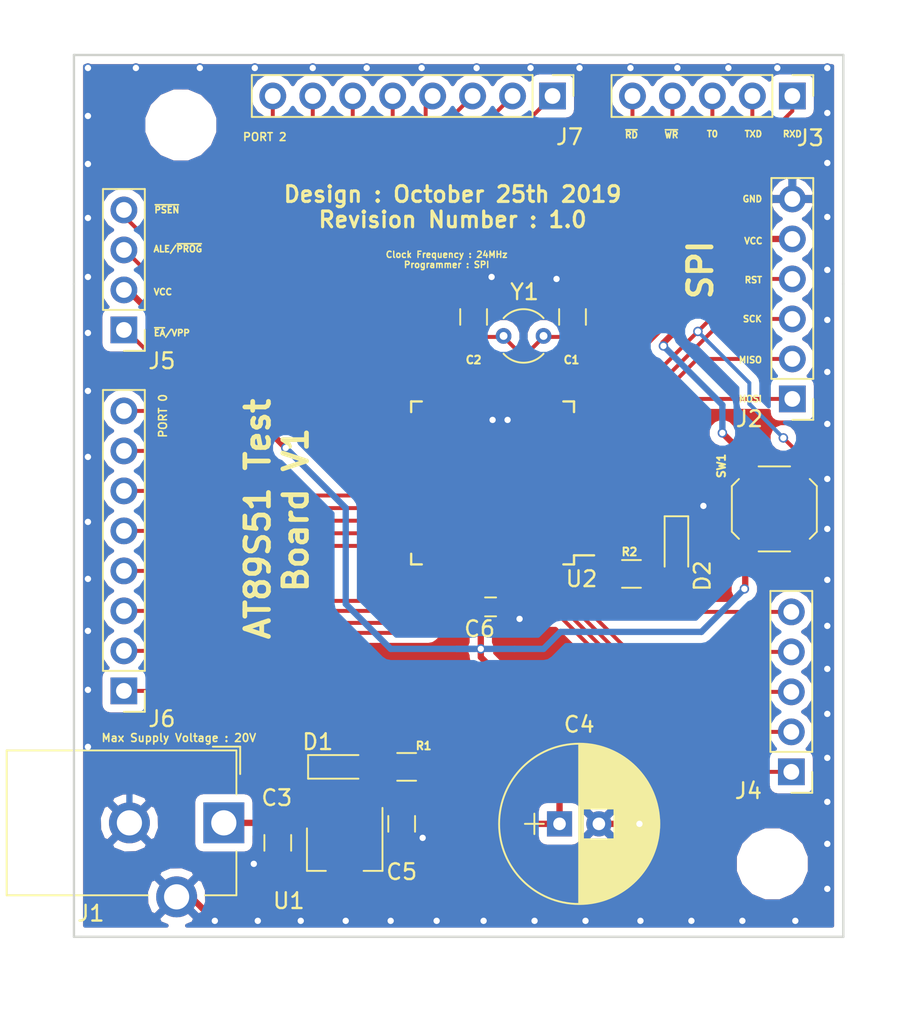
<source format=kicad_pcb>
(kicad_pcb (version 4) (host pcbnew 4.0.7)

  (general
    (links 68)
    (no_connects 0)
    (area 77.168999 17.526 136.080501 82.550001)
    (thickness 1.6)
    (drawings 40)
    (tracks 379)
    (zones 0)
    (modules 23)
    (nets 47)
  )

  (page A4)
  (layers
    (0 F.Cu signal)
    (31 B.Cu signal)
    (32 B.Adhes user)
    (33 F.Adhes user)
    (34 B.Paste user)
    (35 F.Paste user)
    (36 B.SilkS user)
    (37 F.SilkS user)
    (38 B.Mask user)
    (39 F.Mask user)
    (40 Dwgs.User user)
    (41 Cmts.User user)
    (42 Eco1.User user)
    (43 Eco2.User user)
    (44 Edge.Cuts user)
    (45 Margin user)
    (46 B.CrtYd user hide)
    (47 F.CrtYd user)
    (48 B.Fab user hide)
    (49 F.Fab user hide)
  )

  (setup
    (last_trace_width 0.25)
    (trace_clearance 0.2)
    (zone_clearance 0.508)
    (zone_45_only no)
    (trace_min 0.2)
    (segment_width 0.6)
    (edge_width 0.15)
    (via_size 0.6)
    (via_drill 0.4)
    (via_min_size 0.4)
    (via_min_drill 0.3)
    (uvia_size 0.3)
    (uvia_drill 0.1)
    (uvias_allowed no)
    (uvia_min_size 0.2)
    (uvia_min_drill 0.1)
    (pcb_text_width 0.3)
    (pcb_text_size 1.5 1.5)
    (mod_edge_width 0.15)
    (mod_text_size 1 1)
    (mod_text_width 0.15)
    (pad_size 1.524 1.524)
    (pad_drill 0.762)
    (pad_to_mask_clearance 0.2)
    (aux_axis_origin 0 0)
    (visible_elements 7FFEFFFF)
    (pcbplotparams
      (layerselection 0x010f0_80000001)
      (usegerberextensions true)
      (excludeedgelayer true)
      (linewidth 0.100000)
      (plotframeref false)
      (viasonmask false)
      (mode 1)
      (useauxorigin false)
      (hpglpennumber 1)
      (hpglpenspeed 20)
      (hpglpendiameter 15)
      (hpglpenoverlay 2)
      (psnegative false)
      (psa4output false)
      (plotreference true)
      (plotvalue true)
      (plotinvisibletext false)
      (padsonsilk false)
      (subtractmaskfromsilk false)
      (outputformat 1)
      (mirror false)
      (drillshape 0)
      (scaleselection 1)
      (outputdirectory ../Gerbers/))
  )

  (net 0 "")
  (net 1 /VCC)
  (net 2 GND)
  (net 3 /XTAL2)
  (net 4 /XTAL1)
  (net 5 "Net-(D2-Pad2)")
  (net 6 /MOSI)
  (net 7 /MISO)
  (net 8 /SCK)
  (net 9 /RST)
  (net 10 "Net-(J3-Pad1)")
  (net 11 "Net-(J3-Pad2)")
  (net 12 "Net-(J3-Pad3)")
  (net 13 "Net-(J3-Pad4)")
  (net 14 "Net-(J3-Pad5)")
  (net 15 "Net-(J4-Pad1)")
  (net 16 "Net-(J4-Pad2)")
  (net 17 "Net-(J4-Pad3)")
  (net 18 "Net-(J4-Pad4)")
  (net 19 "Net-(J5-Pad1)")
  (net 20 "Net-(J5-Pad3)")
  (net 21 "Net-(J5-Pad4)")
  (net 22 "Net-(J6-Pad1)")
  (net 23 "Net-(J6-Pad2)")
  (net 24 "Net-(J6-Pad3)")
  (net 25 "Net-(J6-Pad4)")
  (net 26 "Net-(J6-Pad5)")
  (net 27 "Net-(J6-Pad6)")
  (net 28 "Net-(J6-Pad7)")
  (net 29 "Net-(J6-Pad8)")
  (net 30 "Net-(J7-Pad1)")
  (net 31 "Net-(J7-Pad2)")
  (net 32 "Net-(J7-Pad3)")
  (net 33 "Net-(J7-Pad4)")
  (net 34 "Net-(J7-Pad5)")
  (net 35 "Net-(J7-Pad6)")
  (net 36 "Net-(J7-Pad7)")
  (net 37 "Net-(J7-Pad8)")
  (net 38 "Net-(U2-Pad6)")
  (net 39 "Net-(U2-Pad28)")
  (net 40 "Net-(U2-Pad39)")
  (net 41 "Net-(D1-Pad2)")
  (net 42 /P1.4)
  (net 43 "Net-(U2-Pad11)")
  (net 44 "Net-(U2-Pad8)")
  (net 45 "Net-(U2-Pad9)")
  (net 46 "Net-(C3-Pad1)")

  (net_class Default "This is the default net class."
    (clearance 0.2)
    (trace_width 0.25)
    (via_dia 0.6)
    (via_drill 0.4)
    (uvia_dia 0.3)
    (uvia_drill 0.1)
    (add_net /MISO)
    (add_net /MOSI)
    (add_net /P1.4)
    (add_net /RST)
    (add_net /SCK)
    (add_net /XTAL1)
    (add_net /XTAL2)
    (add_net "Net-(C3-Pad1)")
    (add_net "Net-(D1-Pad2)")
    (add_net "Net-(D2-Pad2)")
    (add_net "Net-(J3-Pad1)")
    (add_net "Net-(J3-Pad2)")
    (add_net "Net-(J3-Pad3)")
    (add_net "Net-(J3-Pad4)")
    (add_net "Net-(J3-Pad5)")
    (add_net "Net-(J4-Pad1)")
    (add_net "Net-(J4-Pad2)")
    (add_net "Net-(J4-Pad3)")
    (add_net "Net-(J4-Pad4)")
    (add_net "Net-(J5-Pad1)")
    (add_net "Net-(J5-Pad3)")
    (add_net "Net-(J5-Pad4)")
    (add_net "Net-(J6-Pad1)")
    (add_net "Net-(J6-Pad2)")
    (add_net "Net-(J6-Pad3)")
    (add_net "Net-(J6-Pad4)")
    (add_net "Net-(J6-Pad5)")
    (add_net "Net-(J6-Pad6)")
    (add_net "Net-(J6-Pad7)")
    (add_net "Net-(J6-Pad8)")
    (add_net "Net-(J7-Pad1)")
    (add_net "Net-(J7-Pad2)")
    (add_net "Net-(J7-Pad3)")
    (add_net "Net-(J7-Pad4)")
    (add_net "Net-(J7-Pad5)")
    (add_net "Net-(J7-Pad6)")
    (add_net "Net-(J7-Pad7)")
    (add_net "Net-(J7-Pad8)")
    (add_net "Net-(U2-Pad11)")
    (add_net "Net-(U2-Pad28)")
    (add_net "Net-(U2-Pad39)")
    (add_net "Net-(U2-Pad6)")
    (add_net "Net-(U2-Pad8)")
    (add_net "Net-(U2-Pad9)")
  )

  (net_class VCC ""
    (clearance 0.3)
    (trace_width 0.4)
    (via_dia 0.6)
    (via_drill 0.4)
    (uvia_dia 0.3)
    (uvia_drill 0.1)
    (add_net /VCC)
    (add_net GND)
  )

  (net_class mask ""
    (clearance 0.2)
    (trace_width 0.6)
    (via_dia 0.6)
    (via_drill 0.4)
    (uvia_dia 0.3)
    (uvia_drill 0.1)
  )

  (module Mounting_Holes:MountingHole_3.5mm (layer F.Cu) (tedit 5DB56AE7) (tstamp 5DB567BB)
    (at 126.5555 72.39)
    (descr "Mounting Hole 3.5mm, no annular")
    (tags "mounting hole 3.5mm no annular")
    (attr virtual)
    (fp_text reference "" (at 0 -4.5) (layer F.SilkS)
      (effects (font (size 1 1) (thickness 0.15)))
    )
    (fp_text value MountingHole_3.5mm (at 0 4.5) (layer F.Fab)
      (effects (font (size 1 1) (thickness 0.15)))
    )
    (fp_text user %R (at 0.3 0) (layer F.Fab)
      (effects (font (size 1 1) (thickness 0.15)))
    )
    (fp_circle (center 0 0) (end 3.5 0) (layer Cmts.User) (width 0.15))
    (fp_circle (center 0 0) (end 3.75 0) (layer F.CrtYd) (width 0.05))
    (pad 1 np_thru_hole circle (at 0 0) (size 3.5 3.5) (drill 3.5) (layers *.Cu *.Mask))
  )

  (module Capacitors_SMD:C_0805_HandSoldering (layer F.Cu) (tedit 5DE86796) (tstamp 5DB552FD)
    (at 113.8555 37.6555 90)
    (descr "Capacitor SMD 0805, hand soldering")
    (tags "capacitor 0805")
    (path /5DB40080)
    (attr smd)
    (fp_text reference C1 (at -2.7305 -0.0635 180) (layer F.SilkS)
      (effects (font (size 0.5 0.5) (thickness 0.125)))
    )
    (fp_text value 36pF (at 0 1.75 90) (layer F.Fab)
      (effects (font (size 1 1) (thickness 0.15)))
    )
    (fp_text user %R (at 0 -1.75 90) (layer F.Fab)
      (effects (font (size 1 1) (thickness 0.15)))
    )
    (fp_line (start -1 0.62) (end -1 -0.62) (layer F.Fab) (width 0.1))
    (fp_line (start 1 0.62) (end -1 0.62) (layer F.Fab) (width 0.1))
    (fp_line (start 1 -0.62) (end 1 0.62) (layer F.Fab) (width 0.1))
    (fp_line (start -1 -0.62) (end 1 -0.62) (layer F.Fab) (width 0.1))
    (fp_line (start 0.5 -0.85) (end -0.5 -0.85) (layer F.SilkS) (width 0.12))
    (fp_line (start -0.5 0.85) (end 0.5 0.85) (layer F.SilkS) (width 0.12))
    (fp_line (start -2.25 -0.88) (end 2.25 -0.88) (layer F.CrtYd) (width 0.05))
    (fp_line (start -2.25 -0.88) (end -2.25 0.87) (layer F.CrtYd) (width 0.05))
    (fp_line (start 2.25 0.87) (end 2.25 -0.88) (layer F.CrtYd) (width 0.05))
    (fp_line (start 2.25 0.87) (end -2.25 0.87) (layer F.CrtYd) (width 0.05))
    (pad 1 smd rect (at -1.25 0 90) (size 1.5 1.25) (layers F.Cu F.Paste F.Mask)
      (net 3 /XTAL2))
    (pad 2 smd rect (at 1.25 0 90) (size 1.5 1.25) (layers F.Cu F.Paste F.Mask)
      (net 2 GND))
    (model Capacitors_SMD.3dshapes/C_0805.wrl
      (at (xyz 0 0 0))
      (scale (xyz 1 1 1))
      (rotate (xyz 0 0 0))
    )
  )

  (module Capacitors_SMD:C_0805_HandSoldering (layer F.Cu) (tedit 5DE86789) (tstamp 5DB55303)
    (at 107.569 37.6555 90)
    (descr "Capacitor SMD 0805, hand soldering")
    (tags "capacitor 0805")
    (path /5DB400D2)
    (attr smd)
    (fp_text reference C2 (at -2.7305 0 180) (layer F.SilkS)
      (effects (font (size 0.5 0.5) (thickness 0.125)))
    )
    (fp_text value 36pF (at 0 1.75 90) (layer F.Fab)
      (effects (font (size 1 1) (thickness 0.15)))
    )
    (fp_text user %R (at 0 -1.75 90) (layer F.Fab)
      (effects (font (size 1 1) (thickness 0.15)))
    )
    (fp_line (start -1 0.62) (end -1 -0.62) (layer F.Fab) (width 0.1))
    (fp_line (start 1 0.62) (end -1 0.62) (layer F.Fab) (width 0.1))
    (fp_line (start 1 -0.62) (end 1 0.62) (layer F.Fab) (width 0.1))
    (fp_line (start -1 -0.62) (end 1 -0.62) (layer F.Fab) (width 0.1))
    (fp_line (start 0.5 -0.85) (end -0.5 -0.85) (layer F.SilkS) (width 0.12))
    (fp_line (start -0.5 0.85) (end 0.5 0.85) (layer F.SilkS) (width 0.12))
    (fp_line (start -2.25 -0.88) (end 2.25 -0.88) (layer F.CrtYd) (width 0.05))
    (fp_line (start -2.25 -0.88) (end -2.25 0.87) (layer F.CrtYd) (width 0.05))
    (fp_line (start 2.25 0.87) (end 2.25 -0.88) (layer F.CrtYd) (width 0.05))
    (fp_line (start 2.25 0.87) (end -2.25 0.87) (layer F.CrtYd) (width 0.05))
    (pad 1 smd rect (at -1.25 0 90) (size 1.5 1.25) (layers F.Cu F.Paste F.Mask)
      (net 4 /XTAL1))
    (pad 2 smd rect (at 1.25 0 90) (size 1.5 1.25) (layers F.Cu F.Paste F.Mask)
      (net 2 GND))
    (model Capacitors_SMD.3dshapes/C_0805.wrl
      (at (xyz 0 0 0))
      (scale (xyz 1 1 1))
      (rotate (xyz 0 0 0))
    )
  )

  (module Housings_QFP:TQFP-44_10x10mm_Pitch0.8mm (layer F.Cu) (tedit 5DB5976F) (tstamp 5DB55397)
    (at 108.7755 48.1965 180)
    (descr "44-Lead Plastic Thin Quad Flatpack (PT) - 10x10x1.0 mm Body [TQFP] (see Microchip Packaging Specification 00000049BS.pdf)")
    (tags "QFP 0.8")
    (path /5DB3FDEE)
    (attr smd)
    (fp_text reference U2 (at -5.6515 -6.096 180) (layer F.SilkS)
      (effects (font (size 1 1) (thickness 0.15)))
    )
    (fp_text value AT89S51_24AU (at 0 7.45 180) (layer F.Fab)
      (effects (font (size 1 1) (thickness 0.15)))
    )
    (fp_text user %R (at 0 0 180) (layer F.Fab)
      (effects (font (size 1 1) (thickness 0.15)))
    )
    (fp_line (start -4 -5) (end 5 -5) (layer F.Fab) (width 0.15))
    (fp_line (start 5 -5) (end 5 5) (layer F.Fab) (width 0.15))
    (fp_line (start 5 5) (end -5 5) (layer F.Fab) (width 0.15))
    (fp_line (start -5 5) (end -5 -4) (layer F.Fab) (width 0.15))
    (fp_line (start -5 -4) (end -4 -5) (layer F.Fab) (width 0.15))
    (fp_line (start -6.7 -6.7) (end -6.7 6.7) (layer F.CrtYd) (width 0.05))
    (fp_line (start 6.7 -6.7) (end 6.7 6.7) (layer F.CrtYd) (width 0.05))
    (fp_line (start -6.7 -6.7) (end 6.7 -6.7) (layer F.CrtYd) (width 0.05))
    (fp_line (start -6.7 6.7) (end 6.7 6.7) (layer F.CrtYd) (width 0.05))
    (fp_line (start -5.175 -5.175) (end -5.175 -4.6) (layer F.SilkS) (width 0.15))
    (fp_line (start 5.175 -5.175) (end 5.175 -4.5) (layer F.SilkS) (width 0.15))
    (fp_line (start 5.175 5.175) (end 5.175 4.5) (layer F.SilkS) (width 0.15))
    (fp_line (start -5.175 5.175) (end -5.175 4.5) (layer F.SilkS) (width 0.15))
    (fp_line (start -5.175 -5.175) (end -4.5 -5.175) (layer F.SilkS) (width 0.15))
    (fp_line (start -5.175 5.175) (end -4.5 5.175) (layer F.SilkS) (width 0.15))
    (fp_line (start 5.175 5.175) (end 4.5 5.175) (layer F.SilkS) (width 0.15))
    (fp_line (start 5.175 -5.175) (end 4.5 -5.175) (layer F.SilkS) (width 0.15))
    (fp_line (start -5.175 -4.6) (end -6.45 -4.6) (layer F.SilkS) (width 0.15))
    (pad 1 smd rect (at -5.7 -4 180) (size 1.5 0.55) (layers F.Cu F.Paste F.Mask)
      (net 6 /MOSI))
    (pad 2 smd rect (at -5.7 -3.2 180) (size 1.5 0.55) (layers F.Cu F.Paste F.Mask)
      (net 7 /MISO))
    (pad 3 smd rect (at -5.7 -2.4 180) (size 1.5 0.55) (layers F.Cu F.Paste F.Mask)
      (net 8 /SCK))
    (pad 4 smd rect (at -5.7 -1.6 180) (size 1.5 0.55) (layers F.Cu F.Paste F.Mask)
      (net 9 /RST))
    (pad 5 smd rect (at -5.7 -0.8 180) (size 1.5 0.55) (layers F.Cu F.Paste F.Mask)
      (net 10 "Net-(J3-Pad1)"))
    (pad 6 smd rect (at -5.7 0 180) (size 1.5 0.55) (layers F.Cu F.Paste F.Mask)
      (net 38 "Net-(U2-Pad6)"))
    (pad 7 smd rect (at -5.7 0.8 180) (size 1.5 0.55) (layers F.Cu F.Paste F.Mask)
      (net 11 "Net-(J3-Pad2)"))
    (pad 8 smd rect (at -5.7 1.6 180) (size 1.5 0.55) (layers F.Cu F.Paste F.Mask)
      (net 44 "Net-(U2-Pad8)"))
    (pad 9 smd rect (at -5.7 2.4 180) (size 1.5 0.55) (layers F.Cu F.Paste F.Mask)
      (net 45 "Net-(U2-Pad9)"))
    (pad 10 smd rect (at -5.7 3.2 180) (size 1.5 0.55) (layers F.Cu F.Paste F.Mask)
      (net 12 "Net-(J3-Pad3)"))
    (pad 11 smd rect (at -5.7 4 180) (size 1.5 0.55) (layers F.Cu F.Paste F.Mask)
      (net 43 "Net-(U2-Pad11)"))
    (pad 12 smd rect (at -4 5.7 270) (size 1.5 0.55) (layers F.Cu F.Paste F.Mask)
      (net 13 "Net-(J3-Pad4)"))
    (pad 13 smd rect (at -3.2 5.7 270) (size 1.5 0.55) (layers F.Cu F.Paste F.Mask)
      (net 14 "Net-(J3-Pad5)"))
    (pad 14 smd rect (at -2.4 5.7 270) (size 1.5 0.55) (layers F.Cu F.Paste F.Mask)
      (net 3 /XTAL2))
    (pad 15 smd rect (at -1.6 5.7 270) (size 1.5 0.55) (layers F.Cu F.Paste F.Mask)
      (net 4 /XTAL1))
    (pad 16 smd rect (at -0.8 5.7 270) (size 1.5 0.55) (layers F.Cu F.Paste F.Mask)
      (net 2 GND))
    (pad 17 smd rect (at 0 5.7 270) (size 1.5 0.55) (layers F.Cu F.Paste F.Mask)
      (net 2 GND))
    (pad 18 smd rect (at 0.8 5.7 270) (size 1.5 0.55) (layers F.Cu F.Paste F.Mask)
      (net 30 "Net-(J7-Pad1)"))
    (pad 19 smd rect (at 1.6 5.7 270) (size 1.5 0.55) (layers F.Cu F.Paste F.Mask)
      (net 31 "Net-(J7-Pad2)"))
    (pad 20 smd rect (at 2.4 5.7 270) (size 1.5 0.55) (layers F.Cu F.Paste F.Mask)
      (net 32 "Net-(J7-Pad3)"))
    (pad 21 smd rect (at 3.2 5.7 270) (size 1.5 0.55) (layers F.Cu F.Paste F.Mask)
      (net 33 "Net-(J7-Pad4)"))
    (pad 22 smd rect (at 4 5.7 270) (size 1.5 0.55) (layers F.Cu F.Paste F.Mask)
      (net 34 "Net-(J7-Pad5)"))
    (pad 23 smd rect (at 5.7 4 180) (size 1.5 0.55) (layers F.Cu F.Paste F.Mask)
      (net 35 "Net-(J7-Pad6)"))
    (pad 24 smd rect (at 5.7 3.2 180) (size 1.5 0.55) (layers F.Cu F.Paste F.Mask)
      (net 36 "Net-(J7-Pad7)"))
    (pad 25 smd rect (at 5.7 2.4 180) (size 1.5 0.55) (layers F.Cu F.Paste F.Mask)
      (net 37 "Net-(J7-Pad8)"))
    (pad 26 smd rect (at 5.7 1.6 180) (size 1.5 0.55) (layers F.Cu F.Paste F.Mask)
      (net 21 "Net-(J5-Pad4)"))
    (pad 27 smd rect (at 5.7 0.8 180) (size 1.5 0.55) (layers F.Cu F.Paste F.Mask)
      (net 20 "Net-(J5-Pad3)"))
    (pad 28 smd rect (at 5.7 0 180) (size 1.5 0.55) (layers F.Cu F.Paste F.Mask)
      (net 39 "Net-(U2-Pad28)"))
    (pad 29 smd rect (at 5.7 -0.8 180) (size 1.5 0.55) (layers F.Cu F.Paste F.Mask)
      (net 19 "Net-(J5-Pad1)"))
    (pad 30 smd rect (at 5.7 -1.6 180) (size 1.5 0.55) (layers F.Cu F.Paste F.Mask)
      (net 29 "Net-(J6-Pad8)"))
    (pad 31 smd rect (at 5.7 -2.4 180) (size 1.5 0.55) (layers F.Cu F.Paste F.Mask)
      (net 28 "Net-(J6-Pad7)"))
    (pad 32 smd rect (at 5.7 -3.2 180) (size 1.5 0.55) (layers F.Cu F.Paste F.Mask)
      (net 27 "Net-(J6-Pad6)"))
    (pad 33 smd rect (at 5.7 -4 180) (size 1.5 0.55) (layers F.Cu F.Paste F.Mask)
      (net 26 "Net-(J6-Pad5)"))
    (pad 34 smd rect (at 4 -5.7 270) (size 1.5 0.55) (layers F.Cu F.Paste F.Mask)
      (net 25 "Net-(J6-Pad4)"))
    (pad 35 smd rect (at 3.2 -5.7 270) (size 1.5 0.55) (layers F.Cu F.Paste F.Mask)
      (net 24 "Net-(J6-Pad3)"))
    (pad 36 smd rect (at 2.4 -5.7 270) (size 1.5 0.55) (layers F.Cu F.Paste F.Mask)
      (net 23 "Net-(J6-Pad2)"))
    (pad 37 smd rect (at 1.6 -5.7 270) (size 1.5 0.55) (layers F.Cu F.Paste F.Mask)
      (net 22 "Net-(J6-Pad1)"))
    (pad 38 smd rect (at 0.8 -5.7 270) (size 1.5 0.55) (layers F.Cu F.Paste F.Mask)
      (net 1 /VCC))
    (pad 39 smd rect (at 0 -5.7 270) (size 1.5 0.55) (layers F.Cu F.Paste F.Mask)
      (net 40 "Net-(U2-Pad39)"))
    (pad 40 smd rect (at -0.8 -5.7 270) (size 1.5 0.55) (layers F.Cu F.Paste F.Mask)
      (net 15 "Net-(J4-Pad1)"))
    (pad 41 smd rect (at -1.6 -5.7 270) (size 1.5 0.55) (layers F.Cu F.Paste F.Mask)
      (net 16 "Net-(J4-Pad2)"))
    (pad 42 smd rect (at -2.4 -5.7 270) (size 1.5 0.55) (layers F.Cu F.Paste F.Mask)
      (net 17 "Net-(J4-Pad3)"))
    (pad 43 smd rect (at -3.2 -5.7 270) (size 1.5 0.55) (layers F.Cu F.Paste F.Mask)
      (net 18 "Net-(J4-Pad4)"))
    (pad 44 smd rect (at -4 -5.7 270) (size 1.5 0.55) (layers F.Cu F.Paste F.Mask)
      (net 42 /P1.4))
    (model ${KISYS3DMOD}/Housings_QFP.3dshapes/TQFP-44_10x10mm_Pitch0.8mm.wrl
      (at (xyz 0 0 0))
      (scale (xyz 1 1 1))
      (rotate (xyz 0 0 0))
    )
  )

  (module TO_SOT_Packages_SMD:SOT-89-3_Handsoldering (layer F.Cu) (tedit 5DD7831F) (tstamp 5DB55367)
    (at 99.3775 71.0565 270)
    (descr "SOT-89-3 Handsoldering")
    (tags "SOT-89-3 Handsoldering")
    (path /5DB563F4)
    (attr smd)
    (fp_text reference U1 (at 3.683 3.556 360) (layer F.SilkS)
      (effects (font (size 1 1) (thickness 0.15)))
    )
    (fp_text value MC78L05_SOT89 (at 0.5 3.15 270) (layer F.Fab)
      (effects (font (size 1 1) (thickness 0.15)))
    )
    (fp_text user %R (at 0.38 0 360) (layer F.Fab)
      (effects (font (size 0.6 0.6) (thickness 0.09)))
    )
    (fp_line (start -3.5 2.55) (end 4.25 2.55) (layer F.CrtYd) (width 0.05))
    (fp_line (start 4.25 2.55) (end 4.25 -2.55) (layer F.CrtYd) (width 0.05))
    (fp_line (start 4.25 -2.55) (end -3.5 -2.55) (layer F.CrtYd) (width 0.05))
    (fp_line (start -3.5 -2.55) (end -3.5 2.55) (layer F.CrtYd) (width 0.05))
    (fp_line (start 1.78 1.2) (end 1.78 2.4) (layer F.SilkS) (width 0.12))
    (fp_line (start 1.78 2.4) (end -0.92 2.4) (layer F.SilkS) (width 0.12))
    (fp_line (start -2.22 -2.4) (end 1.78 -2.4) (layer F.SilkS) (width 0.12))
    (fp_line (start 1.78 -2.4) (end 1.78 -1.2) (layer F.SilkS) (width 0.12))
    (fp_line (start -0.92 -1.51) (end -0.13 -2.3) (layer F.Fab) (width 0.1))
    (fp_line (start 1.68 -2.3) (end 1.68 2.3) (layer F.Fab) (width 0.1))
    (fp_line (start 1.68 2.3) (end -0.92 2.3) (layer F.Fab) (width 0.1))
    (fp_line (start -0.92 2.3) (end -0.92 -1.51) (layer F.Fab) (width 0.1))
    (fp_line (start -0.13 -2.3) (end 1.68 -2.3) (layer F.Fab) (width 0.1))
    (pad 1 smd rect (at -1.98 -1.5 180) (size 1 2.5) (layers F.Cu F.Paste F.Mask)
      (net 1 /VCC))
    (pad 2 smd rect (at -1.98 0 180) (size 1 2.5) (layers F.Cu F.Paste F.Mask)
      (net 2 GND))
    (pad 3 smd rect (at -1.98 1.5 180) (size 1 2.5) (layers F.Cu F.Paste F.Mask)
      (net 46 "Net-(C3-Pad1)"))
    (pad 2 smd rect (at 1.98 0 180) (size 2 4) (layers F.Cu F.Paste F.Mask)
      (net 2 GND))
    (pad 2 smd trapezoid (at -0.37 0) (size 1.5 0.75) (rect_delta 0 0.5 ) (layers F.Cu F.Paste F.Mask)
      (net 2 GND))
    (model ${KISYS3DMOD}/TO_SOT_Packages_SMD.3dshapes/SOT-89-3.wrl
      (at (xyz 0 0 0))
      (scale (xyz 1 1 1))
      (rotate (xyz 0 0 0))
    )
  )

  (module Mounting_Holes:MountingHole_3.5mm (layer F.Cu) (tedit 5DB56ADC) (tstamp 5DB565C7)
    (at 88.9635 25.4635)
    (descr "Mounting Hole 3.5mm, no annular")
    (tags "mounting hole 3.5mm no annular")
    (attr virtual)
    (fp_text reference "" (at 0.381 -6.1595) (layer F.SilkS)
      (effects (font (size 1 1) (thickness 0.15)))
    )
    (fp_text value MountingHole_3.5mm (at 0 4.5) (layer F.Fab)
      (effects (font (size 1 1) (thickness 0.15)))
    )
    (fp_text user %R (at 0.3 0) (layer F.Fab)
      (effects (font (size 1 1) (thickness 0.15)))
    )
    (fp_circle (center 0 0) (end 3.5 0) (layer Cmts.User) (width 0.15))
    (fp_circle (center 0 0) (end 3.75 0) (layer F.CrtYd) (width 0.05))
    (pad 1 np_thru_hole circle (at 0 0) (size 3.5 3.5) (drill 3.5) (layers *.Cu *.Mask))
  )

  (module Resistors_SMD:R_0805 (layer F.Cu) (tedit 5DB58B68) (tstamp 5DB58B78)
    (at 103.3145 66.2305 180)
    (descr "Resistor SMD 0805, reflow soldering, Vishay (see dcrcw.pdf)")
    (tags "resistor 0805")
    (path /5DB5A0A0)
    (attr smd)
    (fp_text reference R1 (at -1.0795 1.3335 180) (layer F.SilkS)
      (effects (font (size 0.5 0.5) (thickness 0.125)))
    )
    (fp_text value 1K (at 0 1.75 180) (layer F.Fab)
      (effects (font (size 1 1) (thickness 0.15)))
    )
    (fp_text user %R (at 0 0 180) (layer F.Fab)
      (effects (font (size 0.5 0.5) (thickness 0.075)))
    )
    (fp_line (start -1 0.62) (end -1 -0.62) (layer F.Fab) (width 0.1))
    (fp_line (start 1 0.62) (end -1 0.62) (layer F.Fab) (width 0.1))
    (fp_line (start 1 -0.62) (end 1 0.62) (layer F.Fab) (width 0.1))
    (fp_line (start -1 -0.62) (end 1 -0.62) (layer F.Fab) (width 0.1))
    (fp_line (start 0.6 0.88) (end -0.6 0.88) (layer F.SilkS) (width 0.12))
    (fp_line (start -0.6 -0.88) (end 0.6 -0.88) (layer F.SilkS) (width 0.12))
    (fp_line (start -1.55 -0.9) (end 1.55 -0.9) (layer F.CrtYd) (width 0.05))
    (fp_line (start -1.55 -0.9) (end -1.55 0.9) (layer F.CrtYd) (width 0.05))
    (fp_line (start 1.55 0.9) (end 1.55 -0.9) (layer F.CrtYd) (width 0.05))
    (fp_line (start 1.55 0.9) (end -1.55 0.9) (layer F.CrtYd) (width 0.05))
    (pad 1 smd rect (at -0.95 0 180) (size 0.7 1.3) (layers F.Cu F.Paste F.Mask)
      (net 1 /VCC))
    (pad 2 smd rect (at 0.95 0 180) (size 0.7 1.3) (layers F.Cu F.Paste F.Mask)
      (net 41 "Net-(D1-Pad2)"))
    (model ${KISYS3DMOD}/Resistors_SMD.3dshapes/R_0805.wrl
      (at (xyz 0 0 0))
      (scale (xyz 1 1 1))
      (rotate (xyz 0 0 0))
    )
  )

  (module Resistors_SMD:R_0805 (layer F.Cu) (tedit 5DB58C06) (tstamp 5DB58B7E)
    (at 117.602 53.975)
    (descr "Resistor SMD 0805, reflow soldering, Vishay (see dcrcw.pdf)")
    (tags "resistor 0805")
    (path /5DB5A103)
    (attr smd)
    (fp_text reference R2 (at -0.127 -1.397) (layer F.SilkS)
      (effects (font (size 0.5 0.5) (thickness 0.125)))
    )
    (fp_text value 1K (at 0 1.75) (layer F.Fab)
      (effects (font (size 1 1) (thickness 0.15)))
    )
    (fp_text user %R (at 0 0) (layer F.Fab)
      (effects (font (size 0.5 0.5) (thickness 0.075)))
    )
    (fp_line (start -1 0.62) (end -1 -0.62) (layer F.Fab) (width 0.1))
    (fp_line (start 1 0.62) (end -1 0.62) (layer F.Fab) (width 0.1))
    (fp_line (start 1 -0.62) (end 1 0.62) (layer F.Fab) (width 0.1))
    (fp_line (start -1 -0.62) (end 1 -0.62) (layer F.Fab) (width 0.1))
    (fp_line (start 0.6 0.88) (end -0.6 0.88) (layer F.SilkS) (width 0.12))
    (fp_line (start -0.6 -0.88) (end 0.6 -0.88) (layer F.SilkS) (width 0.12))
    (fp_line (start -1.55 -0.9) (end 1.55 -0.9) (layer F.CrtYd) (width 0.05))
    (fp_line (start -1.55 -0.9) (end -1.55 0.9) (layer F.CrtYd) (width 0.05))
    (fp_line (start 1.55 0.9) (end 1.55 -0.9) (layer F.CrtYd) (width 0.05))
    (fp_line (start 1.55 0.9) (end -1.55 0.9) (layer F.CrtYd) (width 0.05))
    (pad 1 smd rect (at -0.95 0) (size 0.7 1.3) (layers F.Cu F.Paste F.Mask)
      (net 42 /P1.4))
    (pad 2 smd rect (at 0.95 0) (size 0.7 1.3) (layers F.Cu F.Paste F.Mask)
      (net 5 "Net-(D2-Pad2)"))
    (model ${KISYS3DMOD}/Resistors_SMD.3dshapes/R_0805.wrl
      (at (xyz 0 0 0))
      (scale (xyz 1 1 1))
      (rotate (xyz 0 0 0))
    )
  )

  (module Connectors:Barrel_Jack_CUI_PJ-102AH (layer F.Cu) (tedit 59BC552D) (tstamp 5DB5531C)
    (at 91.694 69.7865 270)
    (descr "Thin-pin DC Barrel Jack, https://cdn-shop.adafruit.com/datasheets/21mmdcjackDatasheet.pdf")
    (tags "Power Jack")
    (path /5DB4189A)
    (fp_text reference J1 (at 5.75 8.45 360) (layer F.SilkS)
      (effects (font (size 1 1) (thickness 0.15)))
    )
    (fp_text value Barrel_Jack (at -5.5 6.2 360) (layer F.Fab)
      (effects (font (size 1 1) (thickness 0.15)))
    )
    (fp_line (start 1.8 -1.8) (end 1.8 -1.2) (layer F.CrtYd) (width 0.05))
    (fp_line (start 1.8 -1.2) (end 5 -1.2) (layer F.CrtYd) (width 0.05))
    (fp_line (start 5 -1.2) (end 5 1.2) (layer F.CrtYd) (width 0.05))
    (fp_line (start 5 1.2) (end 6.5 1.2) (layer F.CrtYd) (width 0.05))
    (fp_line (start 6.5 1.2) (end 6.5 4.8) (layer F.CrtYd) (width 0.05))
    (fp_line (start 6.5 4.8) (end 5 4.8) (layer F.CrtYd) (width 0.05))
    (fp_line (start 5 4.8) (end 5 14.2) (layer F.CrtYd) (width 0.05))
    (fp_line (start 5 14.2) (end -5 14.2) (layer F.CrtYd) (width 0.05))
    (fp_line (start -5 14.2) (end -5 -1.2) (layer F.CrtYd) (width 0.05))
    (fp_line (start -5 -1.2) (end -1.8 -1.2) (layer F.CrtYd) (width 0.05))
    (fp_line (start -1.8 -1.2) (end -1.8 -1.8) (layer F.CrtYd) (width 0.05))
    (fp_line (start -1.8 -1.8) (end 1.8 -1.8) (layer F.CrtYd) (width 0.05))
    (fp_line (start 4.6 4.8) (end 4.6 13.8) (layer F.SilkS) (width 0.12))
    (fp_line (start 4.6 13.8) (end -4.6 13.8) (layer F.SilkS) (width 0.12))
    (fp_line (start -4.6 13.8) (end -4.6 -0.8) (layer F.SilkS) (width 0.12))
    (fp_line (start -4.6 -0.8) (end -1.8 -0.8) (layer F.SilkS) (width 0.12))
    (fp_line (start 1.8 -0.8) (end 4.6 -0.8) (layer F.SilkS) (width 0.12))
    (fp_line (start 4.6 -0.8) (end 4.6 1.2) (layer F.SilkS) (width 0.12))
    (fp_line (start -4.84 0.7) (end -4.84 -1.04) (layer F.SilkS) (width 0.12))
    (fp_line (start -4.84 -1.04) (end -3.1 -1.04) (layer F.SilkS) (width 0.12))
    (fp_line (start 4.5 -0.7) (end 4.5 13.7) (layer F.Fab) (width 0.1))
    (fp_line (start 4.5 13.7) (end -4.5 13.7) (layer F.Fab) (width 0.1))
    (fp_line (start -4.5 13.7) (end -4.5 0.3) (layer F.Fab) (width 0.1))
    (fp_line (start -4.5 0.3) (end -3.5 -0.7) (layer F.Fab) (width 0.1))
    (fp_line (start -3.5 -0.7) (end 4.5 -0.7) (layer F.Fab) (width 0.1))
    (fp_line (start -4.5 10.2) (end 4.5 10.2) (layer F.Fab) (width 0.1))
    (fp_text user %R (at 0 6.5 270) (layer F.Fab)
      (effects (font (size 1 1) (thickness 0.15)))
    )
    (pad 1 thru_hole rect (at 0 0 270) (size 2.6 2.6) (drill 1.6) (layers *.Cu *.Mask)
      (net 46 "Net-(C3-Pad1)"))
    (pad 2 thru_hole circle (at 0 6 270) (size 2.6 2.6) (drill 1.6) (layers *.Cu *.Mask)
      (net 2 GND))
    (pad 3 thru_hole circle (at 4.7 3 270) (size 2.6 2.6) (drill 1.6) (layers *.Cu *.Mask)
      (net 2 GND))
    (model "E:/CAD_Exchanger/models/User Library-PJ-002AH.wrl"
      (at (xyz 0 -0.4 0.14))
      (scale (xyz 310 310 410))
      (rotate (xyz -90 0 90))
    )
  )

  (module Buttons_Switches_SMD:SW_SPST_SKQG (layer F.Cu) (tedit 5DE867ED) (tstamp 5DB6758E)
    (at 126.6825 49.8475 90)
    (descr "ALPS 5.2mm Square Low-profile TACT Switch (SMD), http://www.alps.com/prod/info/E/PDF/Tact/SurfaceMount/SKQG/SKQG.PDF")
    (tags "SPST Button Switch")
    (path /5DB66D19)
    (attr smd)
    (fp_text reference SW1 (at 2.7305 -3.3655 90) (layer F.SilkS)
      (effects (font (size 0.5 0.5) (thickness 0.125)))
    )
    (fp_text value SW_Push (at 0 3.7 90) (layer F.Fab)
      (effects (font (size 1 1) (thickness 0.15)))
    )
    (fp_line (start 1.45 -2.6) (end 2.55 -1.5) (layer F.Fab) (width 0.1))
    (fp_line (start 2.55 -1.5) (end 2.55 1.45) (layer F.Fab) (width 0.1))
    (fp_line (start 2.55 1.45) (end 1.4 2.6) (layer F.Fab) (width 0.1))
    (fp_line (start 1.4 2.6) (end -1.45 2.6) (layer F.Fab) (width 0.1))
    (fp_line (start -1.45 2.6) (end -2.6 1.45) (layer F.Fab) (width 0.1))
    (fp_line (start -2.6 1.45) (end -2.6 -1.45) (layer F.Fab) (width 0.1))
    (fp_line (start -2.6 -1.45) (end -1.45 -2.6) (layer F.Fab) (width 0.1))
    (fp_line (start -1.45 -2.6) (end 1.45 -2.6) (layer F.Fab) (width 0.1))
    (fp_text user %R (at 0 -3.6 90) (layer F.Fab)
      (effects (font (size 1 1) (thickness 0.15)))
    )
    (fp_line (start -4.25 -2.95) (end -4.25 2.95) (layer F.CrtYd) (width 0.05))
    (fp_line (start 4.25 -2.95) (end -4.25 -2.95) (layer F.CrtYd) (width 0.05))
    (fp_line (start 4.25 2.95) (end 4.25 -2.95) (layer F.CrtYd) (width 0.05))
    (fp_line (start -4.25 2.95) (end 4.25 2.95) (layer F.CrtYd) (width 0.05))
    (fp_line (start -1.2 -1.8) (end 1.2 -1.8) (layer F.Fab) (width 0.1))
    (fp_line (start -1.8 -1.2) (end -1.2 -1.8) (layer F.Fab) (width 0.1))
    (fp_line (start -1.8 1.2) (end -1.8 -1.2) (layer F.Fab) (width 0.1))
    (fp_line (start -1.2 1.8) (end -1.8 1.2) (layer F.Fab) (width 0.1))
    (fp_line (start 1.2 1.8) (end -1.2 1.8) (layer F.Fab) (width 0.1))
    (fp_line (start 1.8 1.2) (end 1.2 1.8) (layer F.Fab) (width 0.1))
    (fp_line (start 1.8 -1.2) (end 1.8 1.2) (layer F.Fab) (width 0.1))
    (fp_line (start 1.2 -1.8) (end 1.8 -1.2) (layer F.Fab) (width 0.1))
    (fp_line (start -1.45 -2.7) (end 1.45 -2.7) (layer F.SilkS) (width 0.12))
    (fp_line (start -1.9 -2.25) (end -1.45 -2.7) (layer F.SilkS) (width 0.12))
    (fp_line (start -2.7 1) (end -2.7 -1) (layer F.SilkS) (width 0.12))
    (fp_line (start -1.45 2.7) (end -1.9 2.25) (layer F.SilkS) (width 0.12))
    (fp_line (start 1.45 2.7) (end -1.45 2.7) (layer F.SilkS) (width 0.12))
    (fp_line (start 1.9 2.25) (end 1.45 2.7) (layer F.SilkS) (width 0.12))
    (fp_line (start 2.7 -1) (end 2.7 1) (layer F.SilkS) (width 0.12))
    (fp_line (start 1.45 -2.7) (end 1.9 -2.25) (layer F.SilkS) (width 0.12))
    (fp_circle (center 0 0) (end 1 0) (layer F.Fab) (width 0.1))
    (pad 1 smd rect (at -3.1 -1.85 90) (size 1.8 1.1) (layers F.Cu F.Paste F.Mask)
      (net 1 /VCC))
    (pad 1 smd rect (at 3.1 -1.85 90) (size 1.8 1.1) (layers F.Cu F.Paste F.Mask)
      (net 1 /VCC))
    (pad 2 smd rect (at -3.1 1.85 90) (size 1.8 1.1) (layers F.Cu F.Paste F.Mask)
      (net 9 /RST))
    (pad 2 smd rect (at 3.1 1.85 90) (size 1.8 1.1) (layers F.Cu F.Paste F.Mask)
      (net 9 /RST))
    (model E:/CAD_Exchanger/models/jb-15hfbp2.wrl
      (at (xyz 0 0 0))
      (scale (xyz 210 210 210))
      (rotate (xyz 0 0 0))
    )
  )

  (module Pin_Headers:Pin_Header_Straight_1x08_Pitch2.54mm (layer F.Cu) (tedit 5DD7730B) (tstamp 5DB5534F)
    (at 85.344 61.4045 180)
    (descr "Through hole straight pin header, 1x08, 2.54mm pitch, single row")
    (tags "Through hole pin header THT 1x08 2.54mm single row")
    (path /5DB428F5)
    (fp_text reference J6 (at -2.413 -1.778 180) (layer F.SilkS)
      (effects (font (size 1 1) (thickness 0.15)))
    )
    (fp_text value PORT0 (at 0 20.11 180) (layer F.Fab)
      (effects (font (size 1 1) (thickness 0.15)))
    )
    (fp_line (start -0.635 -1.27) (end 1.27 -1.27) (layer F.Fab) (width 0.1))
    (fp_line (start 1.27 -1.27) (end 1.27 19.05) (layer F.Fab) (width 0.1))
    (fp_line (start 1.27 19.05) (end -1.27 19.05) (layer F.Fab) (width 0.1))
    (fp_line (start -1.27 19.05) (end -1.27 -0.635) (layer F.Fab) (width 0.1))
    (fp_line (start -1.27 -0.635) (end -0.635 -1.27) (layer F.Fab) (width 0.1))
    (fp_line (start -1.33 19.11) (end 1.33 19.11) (layer F.SilkS) (width 0.12))
    (fp_line (start -1.33 1.27) (end -1.33 19.11) (layer F.SilkS) (width 0.12))
    (fp_line (start 1.33 1.27) (end 1.33 19.11) (layer F.SilkS) (width 0.12))
    (fp_line (start -1.33 1.27) (end 1.33 1.27) (layer F.SilkS) (width 0.12))
    (fp_line (start -1.33 0) (end -1.33 -1.33) (layer F.SilkS) (width 0.12))
    (fp_line (start -1.33 -1.33) (end 0 -1.33) (layer F.SilkS) (width 0.12))
    (fp_line (start -1.8 -1.8) (end -1.8 19.55) (layer F.CrtYd) (width 0.05))
    (fp_line (start -1.8 19.55) (end 1.8 19.55) (layer F.CrtYd) (width 0.05))
    (fp_line (start 1.8 19.55) (end 1.8 -1.8) (layer F.CrtYd) (width 0.05))
    (fp_line (start 1.8 -1.8) (end -1.8 -1.8) (layer F.CrtYd) (width 0.05))
    (fp_text user %R (at 0 8.89 270) (layer F.Fab)
      (effects (font (size 1 1) (thickness 0.15)))
    )
    (pad 1 thru_hole rect (at 0 0 180) (size 1.7 1.7) (drill 1) (layers *.Cu *.Mask)
      (net 22 "Net-(J6-Pad1)"))
    (pad 2 thru_hole oval (at 0 2.54 180) (size 1.7 1.7) (drill 1) (layers *.Cu *.Mask)
      (net 23 "Net-(J6-Pad2)"))
    (pad 3 thru_hole oval (at 0 5.08 180) (size 1.7 1.7) (drill 1) (layers *.Cu *.Mask)
      (net 24 "Net-(J6-Pad3)"))
    (pad 4 thru_hole oval (at 0 7.62 180) (size 1.7 1.7) (drill 1) (layers *.Cu *.Mask)
      (net 25 "Net-(J6-Pad4)"))
    (pad 5 thru_hole oval (at 0 10.16 180) (size 1.7 1.7) (drill 1) (layers *.Cu *.Mask)
      (net 26 "Net-(J6-Pad5)"))
    (pad 6 thru_hole oval (at 0 12.7 180) (size 1.7 1.7) (drill 1) (layers *.Cu *.Mask)
      (net 27 "Net-(J6-Pad6)"))
    (pad 7 thru_hole oval (at 0 15.24 180) (size 1.7 1.7) (drill 1) (layers *.Cu *.Mask)
      (net 28 "Net-(J6-Pad7)"))
    (pad 8 thru_hole oval (at 0 17.78 180) (size 1.7 1.7) (drill 1) (layers *.Cu *.Mask)
      (net 29 "Net-(J6-Pad8)"))
    (model ${KISYS3DMOD}/Pin_Headers.3dshapes/Pin_Header_Straight_1x08_Pitch2.54mm.wrl
      (at (xyz 0 0 0))
      (scale (xyz 1 1 1))
      (rotate (xyz 0 0 0))
    )
  )

  (module Pin_Headers:Pin_Header_Straight_1x04_Pitch2.54mm (layer F.Cu) (tedit 5DD7732F) (tstamp 5DB55343)
    (at 85.344 38.481 180)
    (descr "Through hole straight pin header, 1x04, 2.54mm pitch, single row")
    (tags "Through hole pin header THT 1x04 2.54mm single row")
    (path /5DB432A2)
    (fp_text reference J5 (at -2.413 -1.9685 180) (layer F.SilkS)
      (effects (font (size 1 1) (thickness 0.15)))
    )
    (fp_text value ISP_Control (at 0 9.95 180) (layer F.Fab)
      (effects (font (size 1 1) (thickness 0.15)))
    )
    (fp_line (start -0.635 -1.27) (end 1.27 -1.27) (layer F.Fab) (width 0.1))
    (fp_line (start 1.27 -1.27) (end 1.27 8.89) (layer F.Fab) (width 0.1))
    (fp_line (start 1.27 8.89) (end -1.27 8.89) (layer F.Fab) (width 0.1))
    (fp_line (start -1.27 8.89) (end -1.27 -0.635) (layer F.Fab) (width 0.1))
    (fp_line (start -1.27 -0.635) (end -0.635 -1.27) (layer F.Fab) (width 0.1))
    (fp_line (start -1.33 8.95) (end 1.33 8.95) (layer F.SilkS) (width 0.12))
    (fp_line (start -1.33 1.27) (end -1.33 8.95) (layer F.SilkS) (width 0.12))
    (fp_line (start 1.33 1.27) (end 1.33 8.95) (layer F.SilkS) (width 0.12))
    (fp_line (start -1.33 1.27) (end 1.33 1.27) (layer F.SilkS) (width 0.12))
    (fp_line (start -1.33 0) (end -1.33 -1.33) (layer F.SilkS) (width 0.12))
    (fp_line (start -1.33 -1.33) (end 0 -1.33) (layer F.SilkS) (width 0.12))
    (fp_line (start -1.8 -1.8) (end -1.8 9.4) (layer F.CrtYd) (width 0.05))
    (fp_line (start -1.8 9.4) (end 1.8 9.4) (layer F.CrtYd) (width 0.05))
    (fp_line (start 1.8 9.4) (end 1.8 -1.8) (layer F.CrtYd) (width 0.05))
    (fp_line (start 1.8 -1.8) (end -1.8 -1.8) (layer F.CrtYd) (width 0.05))
    (fp_text user %R (at 0 3.81 270) (layer F.Fab)
      (effects (font (size 1 1) (thickness 0.15)))
    )
    (pad 1 thru_hole rect (at 0 0 180) (size 1.7 1.7) (drill 1) (layers *.Cu *.Mask)
      (net 19 "Net-(J5-Pad1)"))
    (pad 2 thru_hole oval (at 0 2.54 180) (size 1.7 1.7) (drill 1) (layers *.Cu *.Mask)
      (net 1 /VCC))
    (pad 3 thru_hole oval (at 0 5.08 180) (size 1.7 1.7) (drill 1) (layers *.Cu *.Mask)
      (net 20 "Net-(J5-Pad3)"))
    (pad 4 thru_hole oval (at 0 7.62 180) (size 1.7 1.7) (drill 1) (layers *.Cu *.Mask)
      (net 21 "Net-(J5-Pad4)"))
    (model ${KISYS3DMOD}/Pin_Headers.3dshapes/Pin_Header_Straight_1x04_Pitch2.54mm.wrl
      (at (xyz 0 0 0))
      (scale (xyz 1 1 1))
      (rotate (xyz 0 0 0))
    )
  )

  (module Pin_Headers:Pin_Header_Straight_1x08_Pitch2.54mm (layer F.Cu) (tedit 5DD77463) (tstamp 5DB5535B)
    (at 112.5855 23.622 270)
    (descr "Through hole straight pin header, 1x08, 2.54mm pitch, single row")
    (tags "Through hole pin header THT 1x08 2.54mm single row")
    (path /5DB42278)
    (fp_text reference J7 (at 2.6035 -1.0795 360) (layer F.SilkS)
      (effects (font (size 1 1) (thickness 0.15)))
    )
    (fp_text value PORT2 (at 0 20.11 270) (layer F.Fab)
      (effects (font (size 1 1) (thickness 0.15)))
    )
    (fp_line (start -0.635 -1.27) (end 1.27 -1.27) (layer F.Fab) (width 0.1))
    (fp_line (start 1.27 -1.27) (end 1.27 19.05) (layer F.Fab) (width 0.1))
    (fp_line (start 1.27 19.05) (end -1.27 19.05) (layer F.Fab) (width 0.1))
    (fp_line (start -1.27 19.05) (end -1.27 -0.635) (layer F.Fab) (width 0.1))
    (fp_line (start -1.27 -0.635) (end -0.635 -1.27) (layer F.Fab) (width 0.1))
    (fp_line (start -1.33 19.11) (end 1.33 19.11) (layer F.SilkS) (width 0.12))
    (fp_line (start -1.33 1.27) (end -1.33 19.11) (layer F.SilkS) (width 0.12))
    (fp_line (start 1.33 1.27) (end 1.33 19.11) (layer F.SilkS) (width 0.12))
    (fp_line (start -1.33 1.27) (end 1.33 1.27) (layer F.SilkS) (width 0.12))
    (fp_line (start -1.33 0) (end -1.33 -1.33) (layer F.SilkS) (width 0.12))
    (fp_line (start -1.33 -1.33) (end 0 -1.33) (layer F.SilkS) (width 0.12))
    (fp_line (start -1.8 -1.8) (end -1.8 19.55) (layer F.CrtYd) (width 0.05))
    (fp_line (start -1.8 19.55) (end 1.8 19.55) (layer F.CrtYd) (width 0.05))
    (fp_line (start 1.8 19.55) (end 1.8 -1.8) (layer F.CrtYd) (width 0.05))
    (fp_line (start 1.8 -1.8) (end -1.8 -1.8) (layer F.CrtYd) (width 0.05))
    (fp_text user %R (at 0 8.89 360) (layer F.Fab)
      (effects (font (size 1 1) (thickness 0.15)))
    )
    (pad 1 thru_hole rect (at 0 0 270) (size 1.7 1.7) (drill 1) (layers *.Cu *.Mask)
      (net 30 "Net-(J7-Pad1)"))
    (pad 2 thru_hole oval (at 0 2.54 270) (size 1.7 1.7) (drill 1) (layers *.Cu *.Mask)
      (net 31 "Net-(J7-Pad2)"))
    (pad 3 thru_hole oval (at 0 5.08 270) (size 1.7 1.7) (drill 1) (layers *.Cu *.Mask)
      (net 32 "Net-(J7-Pad3)"))
    (pad 4 thru_hole oval (at 0 7.62 270) (size 1.7 1.7) (drill 1) (layers *.Cu *.Mask)
      (net 33 "Net-(J7-Pad4)"))
    (pad 5 thru_hole oval (at 0 10.16 270) (size 1.7 1.7) (drill 1) (layers *.Cu *.Mask)
      (net 34 "Net-(J7-Pad5)"))
    (pad 6 thru_hole oval (at 0 12.7 270) (size 1.7 1.7) (drill 1) (layers *.Cu *.Mask)
      (net 35 "Net-(J7-Pad6)"))
    (pad 7 thru_hole oval (at 0 15.24 270) (size 1.7 1.7) (drill 1) (layers *.Cu *.Mask)
      (net 36 "Net-(J7-Pad7)"))
    (pad 8 thru_hole oval (at 0 17.78 270) (size 1.7 1.7) (drill 1) (layers *.Cu *.Mask)
      (net 37 "Net-(J7-Pad8)"))
    (model ${KISYS3DMOD}/Pin_Headers.3dshapes/Pin_Header_Straight_1x08_Pitch2.54mm.wrl
      (at (xyz 0 0 0))
      (scale (xyz 1 1 1))
      (rotate (xyz 0 0 0))
    )
  )

  (module Pin_Headers:Pin_Header_Straight_1x05_Pitch2.54mm (layer F.Cu) (tedit 5DD77630) (tstamp 5DB5923E)
    (at 127.8255 23.622 270)
    (descr "Through hole straight pin header, 1x05, 2.54mm pitch, single row")
    (tags "Through hole pin header THT 1x05 2.54mm single row")
    (path /5DB42594)
    (fp_text reference J3 (at 2.667 -1.143 360) (layer F.SilkS)
      (effects (font (size 1 1) (thickness 0.15)))
    )
    (fp_text value PORT3 (at 0 12.49 270) (layer F.Fab)
      (effects (font (size 1 1) (thickness 0.15)))
    )
    (fp_line (start -0.635 -1.27) (end 1.27 -1.27) (layer F.Fab) (width 0.1))
    (fp_line (start 1.27 -1.27) (end 1.27 11.43) (layer F.Fab) (width 0.1))
    (fp_line (start 1.27 11.43) (end -1.27 11.43) (layer F.Fab) (width 0.1))
    (fp_line (start -1.27 11.43) (end -1.27 -0.635) (layer F.Fab) (width 0.1))
    (fp_line (start -1.27 -0.635) (end -0.635 -1.27) (layer F.Fab) (width 0.1))
    (fp_line (start -1.33 11.49) (end 1.33 11.49) (layer F.SilkS) (width 0.12))
    (fp_line (start -1.33 1.27) (end -1.33 11.49) (layer F.SilkS) (width 0.12))
    (fp_line (start 1.33 1.27) (end 1.33 11.49) (layer F.SilkS) (width 0.12))
    (fp_line (start -1.33 1.27) (end 1.33 1.27) (layer F.SilkS) (width 0.12))
    (fp_line (start -1.33 0) (end -1.33 -1.33) (layer F.SilkS) (width 0.12))
    (fp_line (start -1.33 -1.33) (end 0 -1.33) (layer F.SilkS) (width 0.12))
    (fp_line (start -1.8 -1.8) (end -1.8 11.95) (layer F.CrtYd) (width 0.05))
    (fp_line (start -1.8 11.95) (end 1.8 11.95) (layer F.CrtYd) (width 0.05))
    (fp_line (start 1.8 11.95) (end 1.8 -1.8) (layer F.CrtYd) (width 0.05))
    (fp_line (start 1.8 -1.8) (end -1.8 -1.8) (layer F.CrtYd) (width 0.05))
    (fp_text user %R (at 0 5.08 360) (layer F.Fab)
      (effects (font (size 1 1) (thickness 0.15)))
    )
    (pad 1 thru_hole rect (at 0 0 270) (size 1.7 1.7) (drill 1) (layers *.Cu *.Mask)
      (net 10 "Net-(J3-Pad1)"))
    (pad 2 thru_hole oval (at 0 2.54 270) (size 1.7 1.7) (drill 1) (layers *.Cu *.Mask)
      (net 11 "Net-(J3-Pad2)"))
    (pad 3 thru_hole oval (at 0 5.08 270) (size 1.7 1.7) (drill 1) (layers *.Cu *.Mask)
      (net 12 "Net-(J3-Pad3)"))
    (pad 4 thru_hole oval (at 0 7.62 270) (size 1.7 1.7) (drill 1) (layers *.Cu *.Mask)
      (net 13 "Net-(J3-Pad4)"))
    (pad 5 thru_hole oval (at 0 10.16 270) (size 1.7 1.7) (drill 1) (layers *.Cu *.Mask)
      (net 14 "Net-(J3-Pad5)"))
    (model ${KISYS3DMOD}/Pin_Headers.3dshapes/Pin_Header_Straight_1x05_Pitch2.54mm.wrl
      (at (xyz 0 0 0))
      (scale (xyz 1 1 1))
      (rotate (xyz 0 0 0))
    )
  )

  (module Pin_Headers:Pin_Header_Straight_1x06_Pitch2.54mm (layer F.Cu) (tedit 5DD775CB) (tstamp 5DB55326)
    (at 127.8255 42.8625 180)
    (descr "Through hole straight pin header, 1x06, 2.54mm pitch, single row")
    (tags "Through hole pin header THT 1x06 2.54mm single row")
    (path /5DB41E09)
    (fp_text reference J2 (at 2.7305 -1.27 180) (layer F.SilkS)
      (effects (font (size 1 1) (thickness 0.15)))
    )
    (fp_text value Conn_01x06 (at 0 15.03 180) (layer F.Fab)
      (effects (font (size 1 1) (thickness 0.15)))
    )
    (fp_line (start -0.635 -1.27) (end 1.27 -1.27) (layer F.Fab) (width 0.1))
    (fp_line (start 1.27 -1.27) (end 1.27 13.97) (layer F.Fab) (width 0.1))
    (fp_line (start 1.27 13.97) (end -1.27 13.97) (layer F.Fab) (width 0.1))
    (fp_line (start -1.27 13.97) (end -1.27 -0.635) (layer F.Fab) (width 0.1))
    (fp_line (start -1.27 -0.635) (end -0.635 -1.27) (layer F.Fab) (width 0.1))
    (fp_line (start -1.33 14.03) (end 1.33 14.03) (layer F.SilkS) (width 0.12))
    (fp_line (start -1.33 1.27) (end -1.33 14.03) (layer F.SilkS) (width 0.12))
    (fp_line (start 1.33 1.27) (end 1.33 14.03) (layer F.SilkS) (width 0.12))
    (fp_line (start -1.33 1.27) (end 1.33 1.27) (layer F.SilkS) (width 0.12))
    (fp_line (start -1.33 0) (end -1.33 -1.33) (layer F.SilkS) (width 0.12))
    (fp_line (start -1.33 -1.33) (end 0 -1.33) (layer F.SilkS) (width 0.12))
    (fp_line (start -1.8 -1.8) (end -1.8 14.5) (layer F.CrtYd) (width 0.05))
    (fp_line (start -1.8 14.5) (end 1.8 14.5) (layer F.CrtYd) (width 0.05))
    (fp_line (start 1.8 14.5) (end 1.8 -1.8) (layer F.CrtYd) (width 0.05))
    (fp_line (start 1.8 -1.8) (end -1.8 -1.8) (layer F.CrtYd) (width 0.05))
    (fp_text user %R (at 0 6.35 270) (layer F.Fab)
      (effects (font (size 1 1) (thickness 0.15)))
    )
    (pad 1 thru_hole rect (at 0 0 180) (size 1.7 1.7) (drill 1) (layers *.Cu *.Mask)
      (net 6 /MOSI))
    (pad 2 thru_hole oval (at 0 2.54 180) (size 1.7 1.7) (drill 1) (layers *.Cu *.Mask)
      (net 7 /MISO))
    (pad 3 thru_hole oval (at 0 5.08 180) (size 1.7 1.7) (drill 1) (layers *.Cu *.Mask)
      (net 8 /SCK))
    (pad 4 thru_hole oval (at 0 7.62 180) (size 1.7 1.7) (drill 1) (layers *.Cu *.Mask)
      (net 9 /RST))
    (pad 5 thru_hole oval (at 0 10.16 180) (size 1.7 1.7) (drill 1) (layers *.Cu *.Mask)
      (net 1 /VCC))
    (pad 6 thru_hole oval (at 0 12.7 180) (size 1.7 1.7) (drill 1) (layers *.Cu *.Mask)
      (net 2 GND))
    (model ${KISYS3DMOD}/Pin_Headers.3dshapes/Pin_Header_Straight_1x06_Pitch2.54mm.wrl
      (at (xyz 0 0 0))
      (scale (xyz 1 1 1))
      (rotate (xyz 0 0 0))
    )
  )

  (module Pin_Headers:Pin_Header_Straight_1x05_Pitch2.54mm (layer F.Cu) (tedit 5DD775E9) (tstamp 5DB5533B)
    (at 127.762 66.548 180)
    (descr "Through hole straight pin header, 1x05, 2.54mm pitch, single row")
    (tags "Through hole pin header THT 1x05 2.54mm single row")
    (path /5DB42E6A)
    (fp_text reference J4 (at 2.7305 -1.2065 180) (layer F.SilkS)
      (effects (font (size 1 1) (thickness 0.15)))
    )
    (fp_text value PORT1 (at 0 12.49 180) (layer F.Fab)
      (effects (font (size 1 1) (thickness 0.15)))
    )
    (fp_line (start -0.635 -1.27) (end 1.27 -1.27) (layer F.Fab) (width 0.1))
    (fp_line (start 1.27 -1.27) (end 1.27 11.43) (layer F.Fab) (width 0.1))
    (fp_line (start 1.27 11.43) (end -1.27 11.43) (layer F.Fab) (width 0.1))
    (fp_line (start -1.27 11.43) (end -1.27 -0.635) (layer F.Fab) (width 0.1))
    (fp_line (start -1.27 -0.635) (end -0.635 -1.27) (layer F.Fab) (width 0.1))
    (fp_line (start -1.33 11.49) (end 1.33 11.49) (layer F.SilkS) (width 0.12))
    (fp_line (start -1.33 1.27) (end -1.33 11.49) (layer F.SilkS) (width 0.12))
    (fp_line (start 1.33 1.27) (end 1.33 11.49) (layer F.SilkS) (width 0.12))
    (fp_line (start -1.33 1.27) (end 1.33 1.27) (layer F.SilkS) (width 0.12))
    (fp_line (start -1.33 0) (end -1.33 -1.33) (layer F.SilkS) (width 0.12))
    (fp_line (start -1.33 -1.33) (end 0 -1.33) (layer F.SilkS) (width 0.12))
    (fp_line (start -1.8 -1.8) (end -1.8 11.95) (layer F.CrtYd) (width 0.05))
    (fp_line (start -1.8 11.95) (end 1.8 11.95) (layer F.CrtYd) (width 0.05))
    (fp_line (start 1.8 11.95) (end 1.8 -1.8) (layer F.CrtYd) (width 0.05))
    (fp_line (start 1.8 -1.8) (end -1.8 -1.8) (layer F.CrtYd) (width 0.05))
    (fp_text user %R (at 0 5.08 270) (layer F.Fab)
      (effects (font (size 1 1) (thickness 0.15)))
    )
    (pad 1 thru_hole rect (at 0 0 180) (size 1.7 1.7) (drill 1) (layers *.Cu *.Mask)
      (net 15 "Net-(J4-Pad1)"))
    (pad 2 thru_hole oval (at 0 2.54 180) (size 1.7 1.7) (drill 1) (layers *.Cu *.Mask)
      (net 16 "Net-(J4-Pad2)"))
    (pad 3 thru_hole oval (at 0 5.08 180) (size 1.7 1.7) (drill 1) (layers *.Cu *.Mask)
      (net 17 "Net-(J4-Pad3)"))
    (pad 4 thru_hole oval (at 0 7.62 180) (size 1.7 1.7) (drill 1) (layers *.Cu *.Mask)
      (net 18 "Net-(J4-Pad4)"))
    (pad 5 thru_hole oval (at 0 10.16 180) (size 1.7 1.7) (drill 1) (layers *.Cu *.Mask)
      (net 42 /P1.4))
    (model ${KISYS3DMOD}/Pin_Headers.3dshapes/Pin_Header_Straight_1x05_Pitch2.54mm.wrl
      (at (xyz 0 0 0))
      (scale (xyz 1 1 1))
      (rotate (xyz 0 0 0))
    )
  )

  (module Capacitors_SMD:C_0805_HandSoldering (layer F.Cu) (tedit 5DE8627B) (tstamp 5DE862CC)
    (at 95.123 71.0565 270)
    (descr "Capacitor SMD 0805, hand soldering")
    (tags "capacitor 0805")
    (path /5DB564A3)
    (attr smd)
    (fp_text reference C3 (at -2.8575 0.0635 360) (layer F.SilkS)
      (effects (font (size 1 1) (thickness 0.15)))
    )
    (fp_text value 0.33uF (at 0 1.75 270) (layer F.Fab)
      (effects (font (size 1 1) (thickness 0.15)))
    )
    (fp_text user %R (at 0 -1.75 270) (layer F.Fab)
      (effects (font (size 1 1) (thickness 0.15)))
    )
    (fp_line (start -1 0.62) (end -1 -0.62) (layer F.Fab) (width 0.1))
    (fp_line (start 1 0.62) (end -1 0.62) (layer F.Fab) (width 0.1))
    (fp_line (start 1 -0.62) (end 1 0.62) (layer F.Fab) (width 0.1))
    (fp_line (start -1 -0.62) (end 1 -0.62) (layer F.Fab) (width 0.1))
    (fp_line (start 0.5 -0.85) (end -0.5 -0.85) (layer F.SilkS) (width 0.12))
    (fp_line (start -0.5 0.85) (end 0.5 0.85) (layer F.SilkS) (width 0.12))
    (fp_line (start -2.25 -0.88) (end 2.25 -0.88) (layer F.CrtYd) (width 0.05))
    (fp_line (start -2.25 -0.88) (end -2.25 0.87) (layer F.CrtYd) (width 0.05))
    (fp_line (start 2.25 0.87) (end 2.25 -0.88) (layer F.CrtYd) (width 0.05))
    (fp_line (start 2.25 0.87) (end -2.25 0.87) (layer F.CrtYd) (width 0.05))
    (pad 1 smd rect (at -1.25 0 270) (size 1.5 1.25) (layers F.Cu F.Paste F.Mask)
      (net 46 "Net-(C3-Pad1)"))
    (pad 2 smd rect (at 1.25 0 270) (size 1.5 1.25) (layers F.Cu F.Paste F.Mask)
      (net 2 GND))
    (model Capacitors_SMD.3dshapes/C_0805.wrl
      (at (xyz 0 0 0))
      (scale (xyz 1 1 1))
      (rotate (xyz 0 0 0))
    )
  )

  (module Capacitors_SMD:C_0805_HandSoldering (layer F.Cu) (tedit 5DE86825) (tstamp 5DE862EE)
    (at 102.997 69.85 270)
    (descr "Capacitor SMD 0805, hand soldering")
    (tags "capacitor 0805")
    (path /5DB5203B)
    (attr smd)
    (fp_text reference C5 (at 3.048 0 360) (layer F.SilkS)
      (effects (font (size 1 1) (thickness 0.15)))
    )
    (fp_text value 10uF (at 0 1.75 270) (layer F.Fab)
      (effects (font (size 1 1) (thickness 0.15)))
    )
    (fp_text user %R (at 0 -1.75 270) (layer F.Fab)
      (effects (font (size 1 1) (thickness 0.15)))
    )
    (fp_line (start -1 0.62) (end -1 -0.62) (layer F.Fab) (width 0.1))
    (fp_line (start 1 0.62) (end -1 0.62) (layer F.Fab) (width 0.1))
    (fp_line (start 1 -0.62) (end 1 0.62) (layer F.Fab) (width 0.1))
    (fp_line (start -1 -0.62) (end 1 -0.62) (layer F.Fab) (width 0.1))
    (fp_line (start 0.5 -0.85) (end -0.5 -0.85) (layer F.SilkS) (width 0.12))
    (fp_line (start -0.5 0.85) (end 0.5 0.85) (layer F.SilkS) (width 0.12))
    (fp_line (start -2.25 -0.88) (end 2.25 -0.88) (layer F.CrtYd) (width 0.05))
    (fp_line (start -2.25 -0.88) (end -2.25 0.87) (layer F.CrtYd) (width 0.05))
    (fp_line (start 2.25 0.87) (end 2.25 -0.88) (layer F.CrtYd) (width 0.05))
    (fp_line (start 2.25 0.87) (end -2.25 0.87) (layer F.CrtYd) (width 0.05))
    (pad 1 smd rect (at -1.25 0 270) (size 1.5 1.25) (layers F.Cu F.Paste F.Mask)
      (net 1 /VCC))
    (pad 2 smd rect (at 1.25 0 270) (size 1.5 1.25) (layers F.Cu F.Paste F.Mask)
      (net 2 GND))
    (model Capacitors_SMD.3dshapes/C_0805.wrl
      (at (xyz 0 0 0))
      (scale (xyz 1 1 1))
      (rotate (xyz 0 0 0))
    )
  )

  (module LEDs:LED_0805_HandSoldering (layer F.Cu) (tedit 5DE867C7) (tstamp 5DE86314)
    (at 99.2505 66.2305)
    (descr "Resistor SMD 0805, hand soldering")
    (tags "resistor 0805")
    (path /5DB5555F)
    (attr smd)
    (fp_text reference D1 (at -1.5875 -1.5875) (layer F.SilkS)
      (effects (font (size 1 1) (thickness 0.15)))
    )
    (fp_text value LED (at 0 1.75) (layer F.Fab)
      (effects (font (size 1 1) (thickness 0.15)))
    )
    (fp_line (start -0.4 -0.4) (end -0.4 0.4) (layer F.Fab) (width 0.1))
    (fp_line (start -0.4 0) (end 0.2 -0.4) (layer F.Fab) (width 0.1))
    (fp_line (start 0.2 0.4) (end -0.4 0) (layer F.Fab) (width 0.1))
    (fp_line (start 0.2 -0.4) (end 0.2 0.4) (layer F.Fab) (width 0.1))
    (fp_line (start -1 0.62) (end -1 -0.62) (layer F.Fab) (width 0.1))
    (fp_line (start 1 0.62) (end -1 0.62) (layer F.Fab) (width 0.1))
    (fp_line (start 1 -0.62) (end 1 0.62) (layer F.Fab) (width 0.1))
    (fp_line (start -1 -0.62) (end 1 -0.62) (layer F.Fab) (width 0.1))
    (fp_line (start 1 0.75) (end -2.2 0.75) (layer F.SilkS) (width 0.12))
    (fp_line (start -2.2 -0.75) (end 1 -0.75) (layer F.SilkS) (width 0.12))
    (fp_line (start -2.35 -0.9) (end 2.35 -0.9) (layer F.CrtYd) (width 0.05))
    (fp_line (start -2.35 -0.9) (end -2.35 0.9) (layer F.CrtYd) (width 0.05))
    (fp_line (start 2.35 0.9) (end 2.35 -0.9) (layer F.CrtYd) (width 0.05))
    (fp_line (start 2.35 0.9) (end -2.35 0.9) (layer F.CrtYd) (width 0.05))
    (fp_line (start -2.2 -0.75) (end -2.2 0.75) (layer F.SilkS) (width 0.12))
    (pad 1 smd rect (at -1.35 0) (size 1.5 1.3) (layers F.Cu F.Paste F.Mask)
      (net 2 GND))
    (pad 2 smd rect (at 1.35 0) (size 1.5 1.3) (layers F.Cu F.Paste F.Mask)
      (net 41 "Net-(D1-Pad2)"))
    (model ${KISYS3DMOD}/LEDs.3dshapes/LED_0805.wrl
      (at (xyz 0 0 0))
      (scale (xyz 1 1 1))
      (rotate (xyz 0 0 0))
    )
  )

  (module LEDs:LED_0805_HandSoldering (layer F.Cu) (tedit 5DE867E0) (tstamp 5DE86329)
    (at 120.4595 52.5145 270)
    (descr "Resistor SMD 0805, hand soldering")
    (tags "resistor 0805")
    (path /5DB5572F)
    (attr smd)
    (fp_text reference D2 (at 1.5875 -1.651 270) (layer F.SilkS)
      (effects (font (size 1 1) (thickness 0.15)))
    )
    (fp_text value LED (at 0 1.75 270) (layer F.Fab)
      (effects (font (size 1 1) (thickness 0.15)))
    )
    (fp_line (start -0.4 -0.4) (end -0.4 0.4) (layer F.Fab) (width 0.1))
    (fp_line (start -0.4 0) (end 0.2 -0.4) (layer F.Fab) (width 0.1))
    (fp_line (start 0.2 0.4) (end -0.4 0) (layer F.Fab) (width 0.1))
    (fp_line (start 0.2 -0.4) (end 0.2 0.4) (layer F.Fab) (width 0.1))
    (fp_line (start -1 0.62) (end -1 -0.62) (layer F.Fab) (width 0.1))
    (fp_line (start 1 0.62) (end -1 0.62) (layer F.Fab) (width 0.1))
    (fp_line (start 1 -0.62) (end 1 0.62) (layer F.Fab) (width 0.1))
    (fp_line (start -1 -0.62) (end 1 -0.62) (layer F.Fab) (width 0.1))
    (fp_line (start 1 0.75) (end -2.2 0.75) (layer F.SilkS) (width 0.12))
    (fp_line (start -2.2 -0.75) (end 1 -0.75) (layer F.SilkS) (width 0.12))
    (fp_line (start -2.35 -0.9) (end 2.35 -0.9) (layer F.CrtYd) (width 0.05))
    (fp_line (start -2.35 -0.9) (end -2.35 0.9) (layer F.CrtYd) (width 0.05))
    (fp_line (start 2.35 0.9) (end 2.35 -0.9) (layer F.CrtYd) (width 0.05))
    (fp_line (start 2.35 0.9) (end -2.35 0.9) (layer F.CrtYd) (width 0.05))
    (fp_line (start -2.2 -0.75) (end -2.2 0.75) (layer F.SilkS) (width 0.12))
    (pad 1 smd rect (at -1.35 0 270) (size 1.5 1.3) (layers F.Cu F.Paste F.Mask)
      (net 2 GND))
    (pad 2 smd rect (at 1.35 0 270) (size 1.5 1.3) (layers F.Cu F.Paste F.Mask)
      (net 5 "Net-(D2-Pad2)"))
    (model ${KISYS3DMOD}/LEDs.3dshapes/LED_0805.wrl
      (at (xyz 0 0 0))
      (scale (xyz 1 1 1))
      (rotate (xyz 0 0 0))
    )
  )

  (module Crystals:Crystal_AT310_d3.0mm_l10.0mm_Vertical (layer F.Cu) (tedit 5DE8675E) (tstamp 5DE8635A)
    (at 112.014 38.862 180)
    (descr "Crystal THT AT310 10.0mm-10.5mm length 3.0mm diameter")
    (tags ['AT310'])
    (path /5DB3FF85)
    (fp_text reference Y1 (at 1.2065 2.794 180) (layer F.SilkS)
      (effects (font (size 1 1) (thickness 0.15)))
    )
    (fp_text value 24MHz (at 1.27 2.7 180) (layer F.Fab)
      (effects (font (size 1 1) (thickness 0.15)))
    )
    (fp_text user %R (at 1.27 0 180) (layer F.Fab)
      (effects (font (size 0.8 0.8) (thickness 0.12)))
    )
    (fp_circle (center 1.27 0) (end 2.77 0) (layer F.Fab) (width 0.1))
    (fp_circle (center 1.27 0) (end 3.29 0) (layer F.CrtYd) (width 0.05))
    (fp_arc (start 1.27 0) (end 0 -1.130088) (angle 96.7) (layer F.SilkS) (width 0.12))
    (fp_arc (start 1.27 0) (end 0 1.130088) (angle -96.7) (layer F.SilkS) (width 0.12))
    (pad 1 thru_hole circle (at 0 0 180) (size 1 1) (drill 0.5) (layers *.Cu *.Mask)
      (net 3 /XTAL2))
    (pad 2 thru_hole circle (at 2.54 0 180) (size 1 1) (drill 0.5) (layers *.Cu *.Mask)
      (net 4 /XTAL1))
    (model ${KISYS3DMOD}/Crystals.3dshapes/Crystal_AT310_d3.0mm_l10.0mm_Vertical.wrl
      (at (xyz 0 0 0))
      (scale (xyz 0.393701 0.393701 0.393701))
      (rotate (xyz 0 0 0))
    )
  )

  (module Capacitors_THT:CP_Radial_D10.0mm_P2.50mm (layer F.Cu) (tedit 597BC7C2) (tstamp 5DE869BA)
    (at 113.03 69.85)
    (descr "CP, Radial series, Radial, pin pitch=2.50mm, , diameter=10mm, Electrolytic Capacitor")
    (tags "CP Radial series Radial pin pitch 2.50mm  diameter 10mm Electrolytic Capacitor")
    (path /5DB51FE0)
    (fp_text reference C4 (at 1.25 -6.31) (layer F.SilkS)
      (effects (font (size 1 1) (thickness 0.15)))
    )
    (fp_text value 330uF (at 1.25 6.31) (layer F.Fab)
      (effects (font (size 1 1) (thickness 0.15)))
    )
    (fp_circle (center 1.25 0) (end 6.25 0) (layer F.Fab) (width 0.1))
    (fp_circle (center 1.25 0) (end 6.34 0) (layer F.SilkS) (width 0.12))
    (fp_line (start -2.2 0) (end -1 0) (layer F.Fab) (width 0.1))
    (fp_line (start -1.6 -0.65) (end -1.6 0.65) (layer F.Fab) (width 0.1))
    (fp_line (start 1.25 -5.05) (end 1.25 5.05) (layer F.SilkS) (width 0.12))
    (fp_line (start 1.29 -5.05) (end 1.29 5.05) (layer F.SilkS) (width 0.12))
    (fp_line (start 1.33 -5.05) (end 1.33 5.05) (layer F.SilkS) (width 0.12))
    (fp_line (start 1.37 -5.049) (end 1.37 5.049) (layer F.SilkS) (width 0.12))
    (fp_line (start 1.41 -5.048) (end 1.41 5.048) (layer F.SilkS) (width 0.12))
    (fp_line (start 1.45 -5.047) (end 1.45 5.047) (layer F.SilkS) (width 0.12))
    (fp_line (start 1.49 -5.045) (end 1.49 5.045) (layer F.SilkS) (width 0.12))
    (fp_line (start 1.53 -5.043) (end 1.53 -0.98) (layer F.SilkS) (width 0.12))
    (fp_line (start 1.53 0.98) (end 1.53 5.043) (layer F.SilkS) (width 0.12))
    (fp_line (start 1.57 -5.04) (end 1.57 -0.98) (layer F.SilkS) (width 0.12))
    (fp_line (start 1.57 0.98) (end 1.57 5.04) (layer F.SilkS) (width 0.12))
    (fp_line (start 1.61 -5.038) (end 1.61 -0.98) (layer F.SilkS) (width 0.12))
    (fp_line (start 1.61 0.98) (end 1.61 5.038) (layer F.SilkS) (width 0.12))
    (fp_line (start 1.65 -5.035) (end 1.65 -0.98) (layer F.SilkS) (width 0.12))
    (fp_line (start 1.65 0.98) (end 1.65 5.035) (layer F.SilkS) (width 0.12))
    (fp_line (start 1.69 -5.031) (end 1.69 -0.98) (layer F.SilkS) (width 0.12))
    (fp_line (start 1.69 0.98) (end 1.69 5.031) (layer F.SilkS) (width 0.12))
    (fp_line (start 1.73 -5.028) (end 1.73 -0.98) (layer F.SilkS) (width 0.12))
    (fp_line (start 1.73 0.98) (end 1.73 5.028) (layer F.SilkS) (width 0.12))
    (fp_line (start 1.77 -5.024) (end 1.77 -0.98) (layer F.SilkS) (width 0.12))
    (fp_line (start 1.77 0.98) (end 1.77 5.024) (layer F.SilkS) (width 0.12))
    (fp_line (start 1.81 -5.02) (end 1.81 -0.98) (layer F.SilkS) (width 0.12))
    (fp_line (start 1.81 0.98) (end 1.81 5.02) (layer F.SilkS) (width 0.12))
    (fp_line (start 1.85 -5.015) (end 1.85 -0.98) (layer F.SilkS) (width 0.12))
    (fp_line (start 1.85 0.98) (end 1.85 5.015) (layer F.SilkS) (width 0.12))
    (fp_line (start 1.89 -5.01) (end 1.89 -0.98) (layer F.SilkS) (width 0.12))
    (fp_line (start 1.89 0.98) (end 1.89 5.01) (layer F.SilkS) (width 0.12))
    (fp_line (start 1.93 -5.005) (end 1.93 -0.98) (layer F.SilkS) (width 0.12))
    (fp_line (start 1.93 0.98) (end 1.93 5.005) (layer F.SilkS) (width 0.12))
    (fp_line (start 1.971 -4.999) (end 1.971 -0.98) (layer F.SilkS) (width 0.12))
    (fp_line (start 1.971 0.98) (end 1.971 4.999) (layer F.SilkS) (width 0.12))
    (fp_line (start 2.011 -4.993) (end 2.011 -0.98) (layer F.SilkS) (width 0.12))
    (fp_line (start 2.011 0.98) (end 2.011 4.993) (layer F.SilkS) (width 0.12))
    (fp_line (start 2.051 -4.987) (end 2.051 -0.98) (layer F.SilkS) (width 0.12))
    (fp_line (start 2.051 0.98) (end 2.051 4.987) (layer F.SilkS) (width 0.12))
    (fp_line (start 2.091 -4.981) (end 2.091 -0.98) (layer F.SilkS) (width 0.12))
    (fp_line (start 2.091 0.98) (end 2.091 4.981) (layer F.SilkS) (width 0.12))
    (fp_line (start 2.131 -4.974) (end 2.131 -0.98) (layer F.SilkS) (width 0.12))
    (fp_line (start 2.131 0.98) (end 2.131 4.974) (layer F.SilkS) (width 0.12))
    (fp_line (start 2.171 -4.967) (end 2.171 -0.98) (layer F.SilkS) (width 0.12))
    (fp_line (start 2.171 0.98) (end 2.171 4.967) (layer F.SilkS) (width 0.12))
    (fp_line (start 2.211 -4.959) (end 2.211 -0.98) (layer F.SilkS) (width 0.12))
    (fp_line (start 2.211 0.98) (end 2.211 4.959) (layer F.SilkS) (width 0.12))
    (fp_line (start 2.251 -4.951) (end 2.251 -0.98) (layer F.SilkS) (width 0.12))
    (fp_line (start 2.251 0.98) (end 2.251 4.951) (layer F.SilkS) (width 0.12))
    (fp_line (start 2.291 -4.943) (end 2.291 -0.98) (layer F.SilkS) (width 0.12))
    (fp_line (start 2.291 0.98) (end 2.291 4.943) (layer F.SilkS) (width 0.12))
    (fp_line (start 2.331 -4.935) (end 2.331 -0.98) (layer F.SilkS) (width 0.12))
    (fp_line (start 2.331 0.98) (end 2.331 4.935) (layer F.SilkS) (width 0.12))
    (fp_line (start 2.371 -4.926) (end 2.371 -0.98) (layer F.SilkS) (width 0.12))
    (fp_line (start 2.371 0.98) (end 2.371 4.926) (layer F.SilkS) (width 0.12))
    (fp_line (start 2.411 -4.917) (end 2.411 -0.98) (layer F.SilkS) (width 0.12))
    (fp_line (start 2.411 0.98) (end 2.411 4.917) (layer F.SilkS) (width 0.12))
    (fp_line (start 2.451 -4.907) (end 2.451 -0.98) (layer F.SilkS) (width 0.12))
    (fp_line (start 2.451 0.98) (end 2.451 4.907) (layer F.SilkS) (width 0.12))
    (fp_line (start 2.491 -4.897) (end 2.491 -0.98) (layer F.SilkS) (width 0.12))
    (fp_line (start 2.491 0.98) (end 2.491 4.897) (layer F.SilkS) (width 0.12))
    (fp_line (start 2.531 -4.887) (end 2.531 -0.98) (layer F.SilkS) (width 0.12))
    (fp_line (start 2.531 0.98) (end 2.531 4.887) (layer F.SilkS) (width 0.12))
    (fp_line (start 2.571 -4.876) (end 2.571 -0.98) (layer F.SilkS) (width 0.12))
    (fp_line (start 2.571 0.98) (end 2.571 4.876) (layer F.SilkS) (width 0.12))
    (fp_line (start 2.611 -4.865) (end 2.611 -0.98) (layer F.SilkS) (width 0.12))
    (fp_line (start 2.611 0.98) (end 2.611 4.865) (layer F.SilkS) (width 0.12))
    (fp_line (start 2.651 -4.854) (end 2.651 -0.98) (layer F.SilkS) (width 0.12))
    (fp_line (start 2.651 0.98) (end 2.651 4.854) (layer F.SilkS) (width 0.12))
    (fp_line (start 2.691 -4.843) (end 2.691 -0.98) (layer F.SilkS) (width 0.12))
    (fp_line (start 2.691 0.98) (end 2.691 4.843) (layer F.SilkS) (width 0.12))
    (fp_line (start 2.731 -4.831) (end 2.731 -0.98) (layer F.SilkS) (width 0.12))
    (fp_line (start 2.731 0.98) (end 2.731 4.831) (layer F.SilkS) (width 0.12))
    (fp_line (start 2.771 -4.818) (end 2.771 -0.98) (layer F.SilkS) (width 0.12))
    (fp_line (start 2.771 0.98) (end 2.771 4.818) (layer F.SilkS) (width 0.12))
    (fp_line (start 2.811 -4.806) (end 2.811 -0.98) (layer F.SilkS) (width 0.12))
    (fp_line (start 2.811 0.98) (end 2.811 4.806) (layer F.SilkS) (width 0.12))
    (fp_line (start 2.851 -4.792) (end 2.851 -0.98) (layer F.SilkS) (width 0.12))
    (fp_line (start 2.851 0.98) (end 2.851 4.792) (layer F.SilkS) (width 0.12))
    (fp_line (start 2.891 -4.779) (end 2.891 -0.98) (layer F.SilkS) (width 0.12))
    (fp_line (start 2.891 0.98) (end 2.891 4.779) (layer F.SilkS) (width 0.12))
    (fp_line (start 2.931 -4.765) (end 2.931 -0.98) (layer F.SilkS) (width 0.12))
    (fp_line (start 2.931 0.98) (end 2.931 4.765) (layer F.SilkS) (width 0.12))
    (fp_line (start 2.971 -4.751) (end 2.971 -0.98) (layer F.SilkS) (width 0.12))
    (fp_line (start 2.971 0.98) (end 2.971 4.751) (layer F.SilkS) (width 0.12))
    (fp_line (start 3.011 -4.737) (end 3.011 -0.98) (layer F.SilkS) (width 0.12))
    (fp_line (start 3.011 0.98) (end 3.011 4.737) (layer F.SilkS) (width 0.12))
    (fp_line (start 3.051 -4.722) (end 3.051 -0.98) (layer F.SilkS) (width 0.12))
    (fp_line (start 3.051 0.98) (end 3.051 4.722) (layer F.SilkS) (width 0.12))
    (fp_line (start 3.091 -4.706) (end 3.091 -0.98) (layer F.SilkS) (width 0.12))
    (fp_line (start 3.091 0.98) (end 3.091 4.706) (layer F.SilkS) (width 0.12))
    (fp_line (start 3.131 -4.691) (end 3.131 -0.98) (layer F.SilkS) (width 0.12))
    (fp_line (start 3.131 0.98) (end 3.131 4.691) (layer F.SilkS) (width 0.12))
    (fp_line (start 3.171 -4.674) (end 3.171 -0.98) (layer F.SilkS) (width 0.12))
    (fp_line (start 3.171 0.98) (end 3.171 4.674) (layer F.SilkS) (width 0.12))
    (fp_line (start 3.211 -4.658) (end 3.211 -0.98) (layer F.SilkS) (width 0.12))
    (fp_line (start 3.211 0.98) (end 3.211 4.658) (layer F.SilkS) (width 0.12))
    (fp_line (start 3.251 -4.641) (end 3.251 -0.98) (layer F.SilkS) (width 0.12))
    (fp_line (start 3.251 0.98) (end 3.251 4.641) (layer F.SilkS) (width 0.12))
    (fp_line (start 3.291 -4.624) (end 3.291 -0.98) (layer F.SilkS) (width 0.12))
    (fp_line (start 3.291 0.98) (end 3.291 4.624) (layer F.SilkS) (width 0.12))
    (fp_line (start 3.331 -4.606) (end 3.331 -0.98) (layer F.SilkS) (width 0.12))
    (fp_line (start 3.331 0.98) (end 3.331 4.606) (layer F.SilkS) (width 0.12))
    (fp_line (start 3.371 -4.588) (end 3.371 -0.98) (layer F.SilkS) (width 0.12))
    (fp_line (start 3.371 0.98) (end 3.371 4.588) (layer F.SilkS) (width 0.12))
    (fp_line (start 3.411 -4.569) (end 3.411 -0.98) (layer F.SilkS) (width 0.12))
    (fp_line (start 3.411 0.98) (end 3.411 4.569) (layer F.SilkS) (width 0.12))
    (fp_line (start 3.451 -4.55) (end 3.451 -0.98) (layer F.SilkS) (width 0.12))
    (fp_line (start 3.451 0.98) (end 3.451 4.55) (layer F.SilkS) (width 0.12))
    (fp_line (start 3.491 -4.531) (end 3.491 4.531) (layer F.SilkS) (width 0.12))
    (fp_line (start 3.531 -4.511) (end 3.531 4.511) (layer F.SilkS) (width 0.12))
    (fp_line (start 3.571 -4.491) (end 3.571 4.491) (layer F.SilkS) (width 0.12))
    (fp_line (start 3.611 -4.47) (end 3.611 4.47) (layer F.SilkS) (width 0.12))
    (fp_line (start 3.651 -4.449) (end 3.651 4.449) (layer F.SilkS) (width 0.12))
    (fp_line (start 3.691 -4.428) (end 3.691 4.428) (layer F.SilkS) (width 0.12))
    (fp_line (start 3.731 -4.405) (end 3.731 4.405) (layer F.SilkS) (width 0.12))
    (fp_line (start 3.771 -4.383) (end 3.771 4.383) (layer F.SilkS) (width 0.12))
    (fp_line (start 3.811 -4.36) (end 3.811 4.36) (layer F.SilkS) (width 0.12))
    (fp_line (start 3.851 -4.336) (end 3.851 4.336) (layer F.SilkS) (width 0.12))
    (fp_line (start 3.891 -4.312) (end 3.891 4.312) (layer F.SilkS) (width 0.12))
    (fp_line (start 3.931 -4.288) (end 3.931 4.288) (layer F.SilkS) (width 0.12))
    (fp_line (start 3.971 -4.263) (end 3.971 4.263) (layer F.SilkS) (width 0.12))
    (fp_line (start 4.011 -4.237) (end 4.011 4.237) (layer F.SilkS) (width 0.12))
    (fp_line (start 4.051 -4.211) (end 4.051 4.211) (layer F.SilkS) (width 0.12))
    (fp_line (start 4.091 -4.185) (end 4.091 4.185) (layer F.SilkS) (width 0.12))
    (fp_line (start 4.131 -4.157) (end 4.131 4.157) (layer F.SilkS) (width 0.12))
    (fp_line (start 4.171 -4.13) (end 4.171 4.13) (layer F.SilkS) (width 0.12))
    (fp_line (start 4.211 -4.101) (end 4.211 4.101) (layer F.SilkS) (width 0.12))
    (fp_line (start 4.251 -4.072) (end 4.251 4.072) (layer F.SilkS) (width 0.12))
    (fp_line (start 4.291 -4.043) (end 4.291 4.043) (layer F.SilkS) (width 0.12))
    (fp_line (start 4.331 -4.013) (end 4.331 4.013) (layer F.SilkS) (width 0.12))
    (fp_line (start 4.371 -3.982) (end 4.371 3.982) (layer F.SilkS) (width 0.12))
    (fp_line (start 4.411 -3.951) (end 4.411 3.951) (layer F.SilkS) (width 0.12))
    (fp_line (start 4.451 -3.919) (end 4.451 3.919) (layer F.SilkS) (width 0.12))
    (fp_line (start 4.491 -3.886) (end 4.491 3.886) (layer F.SilkS) (width 0.12))
    (fp_line (start 4.531 -3.853) (end 4.531 3.853) (layer F.SilkS) (width 0.12))
    (fp_line (start 4.571 -3.819) (end 4.571 3.819) (layer F.SilkS) (width 0.12))
    (fp_line (start 4.611 -3.784) (end 4.611 3.784) (layer F.SilkS) (width 0.12))
    (fp_line (start 4.651 -3.748) (end 4.651 3.748) (layer F.SilkS) (width 0.12))
    (fp_line (start 4.691 -3.712) (end 4.691 3.712) (layer F.SilkS) (width 0.12))
    (fp_line (start 4.731 -3.675) (end 4.731 3.675) (layer F.SilkS) (width 0.12))
    (fp_line (start 4.771 -3.637) (end 4.771 3.637) (layer F.SilkS) (width 0.12))
    (fp_line (start 4.811 -3.598) (end 4.811 3.598) (layer F.SilkS) (width 0.12))
    (fp_line (start 4.851 -3.559) (end 4.851 3.559) (layer F.SilkS) (width 0.12))
    (fp_line (start 4.891 -3.518) (end 4.891 3.518) (layer F.SilkS) (width 0.12))
    (fp_line (start 4.931 -3.477) (end 4.931 3.477) (layer F.SilkS) (width 0.12))
    (fp_line (start 4.971 -3.435) (end 4.971 3.435) (layer F.SilkS) (width 0.12))
    (fp_line (start 5.011 -3.391) (end 5.011 3.391) (layer F.SilkS) (width 0.12))
    (fp_line (start 5.051 -3.347) (end 5.051 3.347) (layer F.SilkS) (width 0.12))
    (fp_line (start 5.091 -3.302) (end 5.091 3.302) (layer F.SilkS) (width 0.12))
    (fp_line (start 5.131 -3.255) (end 5.131 3.255) (layer F.SilkS) (width 0.12))
    (fp_line (start 5.171 -3.207) (end 5.171 3.207) (layer F.SilkS) (width 0.12))
    (fp_line (start 5.211 -3.158) (end 5.211 3.158) (layer F.SilkS) (width 0.12))
    (fp_line (start 5.251 -3.108) (end 5.251 3.108) (layer F.SilkS) (width 0.12))
    (fp_line (start 5.291 -3.057) (end 5.291 3.057) (layer F.SilkS) (width 0.12))
    (fp_line (start 5.331 -3.004) (end 5.331 3.004) (layer F.SilkS) (width 0.12))
    (fp_line (start 5.371 -2.949) (end 5.371 2.949) (layer F.SilkS) (width 0.12))
    (fp_line (start 5.411 -2.894) (end 5.411 2.894) (layer F.SilkS) (width 0.12))
    (fp_line (start 5.451 -2.836) (end 5.451 2.836) (layer F.SilkS) (width 0.12))
    (fp_line (start 5.491 -2.777) (end 5.491 2.777) (layer F.SilkS) (width 0.12))
    (fp_line (start 5.531 -2.715) (end 5.531 2.715) (layer F.SilkS) (width 0.12))
    (fp_line (start 5.571 -2.652) (end 5.571 2.652) (layer F.SilkS) (width 0.12))
    (fp_line (start 5.611 -2.587) (end 5.611 2.587) (layer F.SilkS) (width 0.12))
    (fp_line (start 5.651 -2.519) (end 5.651 2.519) (layer F.SilkS) (width 0.12))
    (fp_line (start 5.691 -2.449) (end 5.691 2.449) (layer F.SilkS) (width 0.12))
    (fp_line (start 5.731 -2.377) (end 5.731 2.377) (layer F.SilkS) (width 0.12))
    (fp_line (start 5.771 -2.301) (end 5.771 2.301) (layer F.SilkS) (width 0.12))
    (fp_line (start 5.811 -2.222) (end 5.811 2.222) (layer F.SilkS) (width 0.12))
    (fp_line (start 5.851 -2.14) (end 5.851 2.14) (layer F.SilkS) (width 0.12))
    (fp_line (start 5.891 -2.053) (end 5.891 2.053) (layer F.SilkS) (width 0.12))
    (fp_line (start 5.931 -1.962) (end 5.931 1.962) (layer F.SilkS) (width 0.12))
    (fp_line (start 5.971 -1.866) (end 5.971 1.866) (layer F.SilkS) (width 0.12))
    (fp_line (start 6.011 -1.763) (end 6.011 1.763) (layer F.SilkS) (width 0.12))
    (fp_line (start 6.051 -1.654) (end 6.051 1.654) (layer F.SilkS) (width 0.12))
    (fp_line (start 6.091 -1.536) (end 6.091 1.536) (layer F.SilkS) (width 0.12))
    (fp_line (start 6.131 -1.407) (end 6.131 1.407) (layer F.SilkS) (width 0.12))
    (fp_line (start 6.171 -1.265) (end 6.171 1.265) (layer F.SilkS) (width 0.12))
    (fp_line (start 6.211 -1.104) (end 6.211 1.104) (layer F.SilkS) (width 0.12))
    (fp_line (start 6.251 -0.913) (end 6.251 0.913) (layer F.SilkS) (width 0.12))
    (fp_line (start 6.291 -0.672) (end 6.291 0.672) (layer F.SilkS) (width 0.12))
    (fp_line (start 6.331 -0.279) (end 6.331 0.279) (layer F.SilkS) (width 0.12))
    (fp_line (start -2.2 0) (end -1 0) (layer F.SilkS) (width 0.12))
    (fp_line (start -1.6 -0.65) (end -1.6 0.65) (layer F.SilkS) (width 0.12))
    (fp_line (start -4.1 -5.35) (end -4.1 5.35) (layer F.CrtYd) (width 0.05))
    (fp_line (start -4.1 5.35) (end 6.6 5.35) (layer F.CrtYd) (width 0.05))
    (fp_line (start 6.6 5.35) (end 6.6 -5.35) (layer F.CrtYd) (width 0.05))
    (fp_line (start 6.6 -5.35) (end -4.1 -5.35) (layer F.CrtYd) (width 0.05))
    (fp_text user %R (at 1.25 0) (layer F.Fab)
      (effects (font (size 1 1) (thickness 0.15)))
    )
    (pad 1 thru_hole rect (at 0 0) (size 1.6 1.6) (drill 0.8) (layers *.Cu *.Mask)
      (net 1 /VCC))
    (pad 2 thru_hole circle (at 2.5 0) (size 1.6 1.6) (drill 0.8) (layers *.Cu *.Mask)
      (net 2 GND))
    (model ${KISYS3DMOD}/Capacitors_THT.3dshapes/CP_Radial_D10.0mm_P2.50mm.wrl
      (at (xyz 0 0 0))
      (scale (xyz 1 1 1))
      (rotate (xyz 0 0 0))
    )
  )

  (module Capacitors_SMD:C_0603 (layer F.Cu) (tedit 5DE8687C) (tstamp 5DE862FF)
    (at 108.6485 56.0705)
    (descr "Capacitor SMD 0603, reflow soldering, AVX (see smccp.pdf)")
    (tags "capacitor 0603")
    (path /5DB53F09)
    (attr smd)
    (fp_text reference C6 (at -0.6985 1.397) (layer F.SilkS)
      (effects (font (size 1 1) (thickness 0.15)))
    )
    (fp_text value 0.1uF (at 0 1.5) (layer F.Fab)
      (effects (font (size 1 1) (thickness 0.15)))
    )
    (fp_line (start 1.4 0.65) (end -1.4 0.65) (layer F.CrtYd) (width 0.05))
    (fp_line (start 1.4 0.65) (end 1.4 -0.65) (layer F.CrtYd) (width 0.05))
    (fp_line (start -1.4 -0.65) (end -1.4 0.65) (layer F.CrtYd) (width 0.05))
    (fp_line (start -1.4 -0.65) (end 1.4 -0.65) (layer F.CrtYd) (width 0.05))
    (fp_line (start 0.35 0.6) (end -0.35 0.6) (layer F.SilkS) (width 0.12))
    (fp_line (start -0.35 -0.6) (end 0.35 -0.6) (layer F.SilkS) (width 0.12))
    (fp_line (start -0.8 -0.4) (end 0.8 -0.4) (layer F.Fab) (width 0.1))
    (fp_line (start 0.8 -0.4) (end 0.8 0.4) (layer F.Fab) (width 0.1))
    (fp_line (start 0.8 0.4) (end -0.8 0.4) (layer F.Fab) (width 0.1))
    (fp_line (start -0.8 0.4) (end -0.8 -0.4) (layer F.Fab) (width 0.1))
    (fp_text user %R (at 0 0) (layer F.Fab)
      (effects (font (size 0.3 0.3) (thickness 0.075)))
    )
    (pad 2 smd rect (at 0.75 0) (size 0.8 0.75) (layers F.Cu F.Paste F.Mask)
      (net 2 GND))
    (pad 1 smd rect (at -0.75 0) (size 0.8 0.75) (layers F.Cu F.Paste F.Mask)
      (net 1 /VCC))
    (model Capacitors_SMD.3dshapes/C_0603.wrl
      (at (xyz 0 0 0))
      (scale (xyz 1 1 1))
      (rotate (xyz 0 0 0))
    )
  )

  (gr_text "Clock Frequency : 24MHz\nProgrammer : SPI\n\n\n\n\n" (at 105.8545 35.306) (layer F.SilkS)
    (effects (font (size 0.4 0.4) (thickness 0.09)))
  )
  (gr_line (start 83.058 64.9605) (end 83.058 64.8335) (angle 90) (layer B.Mask) (width 0.6))
  (gr_line (start 83.058 21.844) (end 83.058 64.9605) (angle 90) (layer B.Mask) (width 0.6))
  (gr_line (start 130.048 21.844) (end 83.058 21.844) (angle 90) (layer B.Mask) (width 0.6))
  (gr_line (start 130.048 76.0095) (end 130.048 21.844) (angle 90) (layer B.Mask) (width 0.6))
  (gr_line (start 91.1225 76.0095) (end 130.048 76.0095) (angle 90) (layer B.Mask) (width 0.6))
  (gr_line (start 83.058 21.844) (end 83.058 64.9605) (angle 90) (layer F.Mask) (width 0.6))
  (gr_line (start 130.048 21.844) (end 83.058 21.844) (angle 90) (layer F.Mask) (width 0.6))
  (gr_line (start 130.048 76.0095) (end 130.048 21.844) (angle 90) (layer F.Mask) (width 0.6))
  (gr_line (start 129.9845 76.0095) (end 130.048 76.0095) (angle 90) (layer F.Mask) (width 0.6))
  (gr_line (start 91.1225 76.0095) (end 129.9845 76.0095) (angle 90) (layer F.Mask) (width 0.6))
  (gr_line (start 131.064 21.0185) (end 82.2325 21.0185) (angle 90) (layer Edge.Cuts) (width 0.15))
  (gr_line (start 131.064 35.56) (end 131.064 21.0185) (angle 90) (layer Edge.Cuts) (width 0.15))
  (gr_line (start 82.169 21.0185) (end 82.2325 21.0185) (angle 90) (layer Edge.Cuts) (width 0.15))
  (gr_line (start 82.169 35.56) (end 82.169 21.0185) (angle 90) (layer Edge.Cuts) (width 0.15))
  (gr_text ~RD (at 117.602 26.0985) (layer F.SilkS)
    (effects (font (size 0.4 0.4) (thickness 0.1)))
  )
  (gr_text ~WR (at 120.142 26.0985) (layer F.SilkS)
    (effects (font (size 0.4 0.4) (thickness 0.1)))
  )
  (gr_text T0 (at 122.7455 26.035) (layer F.SilkS)
    (effects (font (size 0.4 0.4) (thickness 0.1)))
  )
  (gr_text TXD (at 125.349 26.035) (layer F.SilkS)
    (effects (font (size 0.4 0.4) (thickness 0.1)))
  )
  (gr_text RXD (at 127.8255 26.035) (layer F.SilkS)
    (effects (font (size 0.4 0.4) (thickness 0.1)))
  )
  (gr_text "PORT 0" (at 87.8205 43.942 90) (layer F.SilkS)
    (effects (font (size 0.5 0.5) (thickness 0.1)))
  )
  (gr_text "PORT 2" (at 94.2975 26.2255) (layer F.SilkS)
    (effects (font (size 0.5 0.5) (thickness 0.1)))
  )
  (gr_text ~PSEN (at 88.0745 30.861) (layer F.SilkS)
    (effects (font (size 0.4 0.4) (thickness 0.1)))
  )
  (gr_text ALE/~PROG (at 88.773 33.3375) (layer F.SilkS)
    (effects (font (size 0.4 0.4) (thickness 0.1)))
  )
  (gr_text ~EA~/VPP (at 88.392 38.6715) (layer F.SilkS)
    (effects (font (size 0.4 0.4) (thickness 0.1)))
  )
  (gr_text VCC (at 87.8205 36.068) (layer F.SilkS)
    (effects (font (size 0.4 0.4) (thickness 0.1)))
  )
  (gr_text GND (at 125.2855 30.1625) (layer F.SilkS)
    (effects (font (size 0.4 0.4) (thickness 0.1)))
  )
  (gr_text VCC (at 125.349 32.8295) (layer F.SilkS)
    (effects (font (size 0.4 0.4) (thickness 0.1)))
  )
  (gr_text RST (at 125.349 35.306) (layer F.SilkS)
    (effects (font (size 0.4 0.4) (thickness 0.1)))
  )
  (gr_text SCK (at 125.2855 37.7825) (layer F.SilkS)
    (effects (font (size 0.4 0.4) (thickness 0.1)))
  )
  (gr_text MISO (at 125.1585 40.386) (layer F.SilkS)
    (effects (font (size 0.4 0.4) (thickness 0.1)))
  )
  (gr_text MOSI (at 125.1585 42.8625) (layer F.SilkS)
    (effects (font (size 0.4 0.4) (thickness 0.1)))
  )
  (gr_text "Design : October 25th 2019\nRevision Number : 1.0" (at 106.2355 30.6705) (layer F.SilkS)
    (effects (font (size 1 1) (thickness 0.2)))
  )
  (gr_text "Max Supply Voltage : 20V" (at 88.8365 64.389) (layer F.SilkS)
    (effects (font (size 0.5 0.5) (thickness 0.1)))
  )
  (gr_text SPI (at 121.9835 34.671 90) (layer F.SilkS)
    (effects (font (size 1.5 1.5) (thickness 0.3)))
  )
  (gr_text "AT89S51 Test \nBoard V1" (at 95.0595 49.911 90) (layer F.SilkS)
    (effects (font (size 1.5 1.5) (thickness 0.3)))
  )
  (gr_line (start 82.6135 77.0255) (end 131.064 77.0255) (angle 90) (layer Edge.Cuts) (width 0.15))
  (gr_line (start 82.169 77.0255) (end 82.6135 77.0255) (angle 90) (layer Edge.Cuts) (width 0.15))
  (gr_line (start 82.169 35.56) (end 82.169 77.0255) (angle 90) (layer Edge.Cuts) (width 0.15))
  (gr_line (start 131.064 77.0255) (end 131.064 35.56) (angle 90) (layer Edge.Cuts) (width 0.15))

  (segment (start 108.0255 58.7375) (end 110.1725 58.7375) (width 0.4) (layer B.Cu) (net 1))
  (segment (start 106.4895 58.7375) (end 108.0255 58.7375) (width 0.4) (layer B.Cu) (net 1))
  (via (at 108.0255 58.7375) (size 0.6) (drill 0.4) (layers F.Cu B.Cu) (net 1))
  (segment (start 108.0255 58.7375) (end 108.0135 58.7375) (width 0.4) (layer B.Cu) (net 1) (tstamp 5DE861A0))
  (segment (start 108.0255 56.0705) (end 108.0255 58.7375) (width 0.4) (layer F.Cu) (net 1))
  (segment (start 108.0255 58.7375) (end 108.0255 59.2575) (width 0.4) (layer F.Cu) (net 1) (tstamp 5DE86197))
  (segment (start 108.0255 59.2575) (end 113.03 64.262) (width 0.4) (layer F.Cu) (net 1) (tstamp 5DE86191))
  (segment (start 113.03 64.262) (end 113.03 69.85) (width 0.4) (layer F.Cu) (net 1) (tstamp 5DE86193))
  (segment (start 127.8255 32.7025) (end 126.238 32.7025) (width 0.4) (layer F.Cu) (net 1))
  (segment (start 123.3805 45.0215) (end 124.8325 46.4735) (width 0.4) (layer F.Cu) (net 1) (tstamp 5DD781E2))
  (via (at 123.3805 45.0215) (size 0.6) (drill 0.4) (layers F.Cu B.Cu) (net 1))
  (segment (start 123.3805 43.2435) (end 123.3805 45.0215) (width 0.4) (layer B.Cu) (net 1) (tstamp 5DD781DF))
  (segment (start 119.634 39.497) (end 123.3805 43.2435) (width 0.4) (layer B.Cu) (net 1) (tstamp 5DD781DE))
  (via (at 119.634 39.497) (size 0.6) (drill 0.4) (layers F.Cu B.Cu) (net 1))
  (segment (start 119.634 39.3065) (end 119.634 39.497) (width 0.4) (layer F.Cu) (net 1) (tstamp 5DD781DB))
  (segment (start 126.238 32.7025) (end 119.634 39.3065) (width 0.4) (layer F.Cu) (net 1) (tstamp 5DD781DA))
  (segment (start 124.8325 46.4735) (end 124.8325 46.7475) (width 0.4) (layer F.Cu) (net 1) (tstamp 5DD781E3))
  (segment (start 124.8325 52.9475) (end 124.8325 46.7475) (width 0.4) (layer F.Cu) (net 1))
  (segment (start 110.1725 58.7375) (end 112.014 58.7375) (width 0.4) (layer B.Cu) (net 1))
  (segment (start 112.014 58.7375) (end 113.0935 57.658) (width 0.4) (layer B.Cu) (net 1) (tstamp 5DD78192))
  (segment (start 113.0935 57.658) (end 122.047 57.658) (width 0.4) (layer B.Cu) (net 1) (tstamp 5DD78193))
  (segment (start 122.047 57.658) (end 124.7775 54.9275) (width 0.4) (layer B.Cu) (net 1) (tstamp 5DD78194))
  (via (at 124.7775 54.9275) (size 0.6) (drill 0.4) (layers F.Cu B.Cu) (net 1))
  (segment (start 124.7775 54.9275) (end 124.8325 54.8725) (width 0.4) (layer F.Cu) (net 1) (tstamp 5DD78197))
  (segment (start 124.8325 54.8725) (end 124.8325 52.9475) (width 0.4) (layer F.Cu) (net 1) (tstamp 5DD78198))
  (segment (start 85.344 35.941) (end 85.598 35.941) (width 0.4) (layer F.Cu) (net 1))
  (segment (start 85.598 35.941) (end 95.631 45.974) (width 0.4) (layer F.Cu) (net 1) (tstamp 5DD78186))
  (via (at 95.631 45.974) (size 0.6) (drill 0.4) (layers F.Cu B.Cu) (net 1))
  (segment (start 95.631 45.974) (end 99.441 49.784) (width 0.4) (layer B.Cu) (net 1) (tstamp 5DD78189))
  (segment (start 99.441 49.784) (end 99.441 55.88) (width 0.4) (layer B.Cu) (net 1) (tstamp 5DD7818A))
  (segment (start 99.441 55.88) (end 102.2985 58.7375) (width 0.4) (layer B.Cu) (net 1) (tstamp 5DD7818C))
  (segment (start 102.2985 58.7375) (end 106.4895 58.7375) (width 0.4) (layer B.Cu) (net 1) (tstamp 5DD7818E))
  (segment (start 106.4895 58.7375) (end 107.6325 58.7375) (width 0.4) (layer B.Cu) (net 1) (tstamp 5DE861A3))
  (segment (start 107.9755 53.8965) (end 107.9755 56.0205) (width 0.4) (layer F.Cu) (net 1))
  (segment (start 107.9755 56.0205) (end 108.0255 56.0705) (width 0.4) (layer F.Cu) (net 1) (tstamp 5DD7809B))
  (segment (start 103.124 68.6) (end 103.124 68.5165) (width 0.4) (layer F.Cu) (net 1))
  (segment (start 103.124 68.5165) (end 104.2645 67.376) (width 0.4) (layer F.Cu) (net 1) (tstamp 5DD77F44))
  (segment (start 104.2645 67.376) (end 104.2645 66.2305) (width 0.4) (layer F.Cu) (net 1) (tstamp 5DD77F45))
  (segment (start 104.2645 66.2305) (end 104.2645 66.614) (width 0.4) (layer F.Cu) (net 1))
  (segment (start 113.03 69.85) (end 104.374 69.85) (width 0.4) (layer F.Cu) (net 1))
  (segment (start 104.374 69.85) (end 103.124 68.6) (width 0.4) (layer F.Cu) (net 1) (tstamp 5DD77F39))
  (segment (start 100.8775 69.0765) (end 102.6475 69.0765) (width 0.4) (layer F.Cu) (net 1))
  (segment (start 102.6475 69.0765) (end 103.124 68.6) (width 0.4) (layer F.Cu) (net 1) (tstamp 5DD77F31))
  (segment (start 113.01 69.87) (end 113.03 69.85) (width 0.4) (layer F.Cu) (net 1) (tstamp 5DB56B7E))
  (segment (start 100.64 69.87) (end 100.735 69.775) (width 0.5) (layer F.Cu) (net 1) (tstamp 5DB55C0C))
  (segment (start 109.5255 56.0705) (end 109.728 56.0705) (width 0.4) (layer F.Cu) (net 2))
  (segment (start 109.728 56.0705) (end 110.49 56.8325) (width 0.4) (layer F.Cu) (net 2) (tstamp 5DD782C2))
  (via (at 110.49 56.8325) (size 0.6) (drill 0.4) (layers F.Cu B.Cu) (net 2))
  (segment (start 103.124 71.1) (end 103.9695 71.1) (width 0.4) (layer F.Cu) (net 2))
  (via (at 104.3305 70.739) (size 0.6) (drill 0.4) (layers F.Cu B.Cu) (net 2))
  (segment (start 103.9695 71.1) (end 104.3305 70.739) (width 0.4) (layer F.Cu) (net 2) (tstamp 5DD7834D))
  (segment (start 120.65 51.228) (end 120.65 51.181) (width 0.4) (layer F.Cu) (net 2))
  (segment (start 120.65 51.181) (end 122.174 49.657) (width 0.4) (layer F.Cu) (net 2) (tstamp 5DD782C6))
  (via (at 122.174 49.657) (size 0.6) (drill 0.4) (layers F.Cu B.Cu) (net 2))
  (segment (start 113.8555 36.4055) (end 113.8555 36.2585) (width 0.4) (layer F.Cu) (net 2))
  (segment (start 113.8555 36.2585) (end 112.8395 35.2425) (width 0.4) (layer F.Cu) (net 2) (tstamp 5DD782BE))
  (via (at 112.8395 35.2425) (size 0.6) (drill 0.4) (layers F.Cu B.Cu) (net 2))
  (segment (start 107.569 36.4055) (end 107.569 36.2585) (width 0.4) (layer F.Cu) (net 2))
  (segment (start 107.569 36.2585) (end 108.712 35.1155) (width 0.4) (layer F.Cu) (net 2) (tstamp 5DD782BA))
  (via (at 108.712 35.1155) (size 0.6) (drill 0.4) (layers F.Cu B.Cu) (net 2))
  (segment (start 109.5755 42.4965) (end 109.5755 44.0435) (width 0.4) (layer F.Cu) (net 2))
  (via (at 109.728 44.196) (size 0.6) (drill 0.4) (layers F.Cu B.Cu) (net 2))
  (segment (start 109.5755 44.0435) (end 109.728 44.196) (width 0.4) (layer F.Cu) (net 2) (tstamp 5DD782B6))
  (segment (start 108.7755 42.4965) (end 108.7755 44.196) (width 0.4) (layer F.Cu) (net 2))
  (via (at 108.7755 44.196) (size 0.6) (drill 0.4) (layers F.Cu B.Cu) (net 2))
  (segment (start 130.048 68.453) (end 130.048 65.659) (width 0.4) (layer F.Cu) (net 2))
  (via (at 130.048 68.453) (size 0.6) (drill 0.4) (layers F.Cu B.Cu) (net 2))
  (segment (start 130.048 71.12) (end 130.048 68.453) (width 0.4) (layer B.Cu) (net 2) (tstamp 5DD78228))
  (via (at 130.048 71.12) (size 0.6) (drill 0.4) (layers F.Cu B.Cu) (net 2))
  (segment (start 130.048 73.9775) (end 130.048 71.12) (width 0.4) (layer F.Cu) (net 2) (tstamp 5DD78225))
  (via (at 130.048 73.9775) (size 0.6) (drill 0.4) (layers F.Cu B.Cu) (net 2))
  (segment (start 128.016 76.0095) (end 130.048 73.9775) (width 0.4) (layer B.Cu) (net 2) (tstamp 5DD78222))
  (via (at 128.016 76.0095) (size 0.6) (drill 0.4) (layers F.Cu B.Cu) (net 2))
  (segment (start 124.6505 76.0095) (end 128.016 76.0095) (width 0.4) (layer F.Cu) (net 2) (tstamp 5DD7821F))
  (via (at 124.6505 76.0095) (size 0.6) (drill 0.4) (layers F.Cu B.Cu) (net 2))
  (segment (start 121.412 76.0095) (end 124.6505 76.0095) (width 0.4) (layer B.Cu) (net 2) (tstamp 5DD7821C))
  (via (at 121.412 76.0095) (size 0.6) (drill 0.4) (layers F.Cu B.Cu) (net 2))
  (segment (start 118.1735 76.0095) (end 121.412 76.0095) (width 0.4) (layer F.Cu) (net 2) (tstamp 5DD78219))
  (via (at 118.1735 76.0095) (size 0.6) (drill 0.4) (layers F.Cu B.Cu) (net 2))
  (segment (start 114.681 76.0095) (end 118.1735 76.0095) (width 0.4) (layer B.Cu) (net 2) (tstamp 5DD78216))
  (via (at 114.681 76.0095) (size 0.6) (drill 0.4) (layers F.Cu B.Cu) (net 2))
  (segment (start 111.4425 76.0095) (end 114.681 76.0095) (width 0.4) (layer F.Cu) (net 2) (tstamp 5DD78213))
  (via (at 111.4425 76.0095) (size 0.6) (drill 0.4) (layers F.Cu B.Cu) (net 2))
  (segment (start 108.204 76.0095) (end 111.4425 76.0095) (width 0.4) (layer B.Cu) (net 2) (tstamp 5DD78210))
  (via (at 108.204 76.0095) (size 0.6) (drill 0.4) (layers F.Cu B.Cu) (net 2))
  (segment (start 105.2195 76.0095) (end 108.204 76.0095) (width 0.4) (layer F.Cu) (net 2) (tstamp 5DD7820D))
  (via (at 105.2195 76.0095) (size 0.6) (drill 0.4) (layers F.Cu B.Cu) (net 2))
  (segment (start 102.2985 76.0095) (end 105.2195 76.0095) (width 0.4) (layer B.Cu) (net 2) (tstamp 5DD7820A))
  (via (at 102.2985 76.0095) (size 0.6) (drill 0.4) (layers F.Cu B.Cu) (net 2))
  (segment (start 99.441 76.0095) (end 102.2985 76.0095) (width 0.4) (layer F.Cu) (net 2) (tstamp 5DD78207))
  (via (at 99.441 76.0095) (size 0.6) (drill 0.4) (layers F.Cu B.Cu) (net 2))
  (segment (start 96.5835 76.0095) (end 99.441 76.0095) (width 0.4) (layer B.Cu) (net 2) (tstamp 5DD78204))
  (via (at 96.5835 76.0095) (size 0.6) (drill 0.4) (layers F.Cu B.Cu) (net 2))
  (segment (start 93.853 76.0095) (end 96.5835 76.0095) (width 0.4) (layer F.Cu) (net 2) (tstamp 5DD78201))
  (via (at 93.853 76.0095) (size 0.6) (drill 0.4) (layers F.Cu B.Cu) (net 2))
  (segment (start 91.1225 76.0095) (end 93.853 76.0095) (width 0.4) (layer B.Cu) (net 2) (tstamp 5DD781FE))
  (via (at 91.1225 76.0095) (size 0.6) (drill 0.4) (layers F.Cu B.Cu) (net 2))
  (segment (start 89.5995 74.4865) (end 91.1225 76.0095) (width 0.4) (layer F.Cu) (net 2) (tstamp 5DD781FC))
  (segment (start 85.694 67.5965) (end 85.694 69.7865) (width 0.4) (layer B.Cu) (net 2) (tstamp 5DD782A8))
  (segment (start 83.058 64.9605) (end 85.694 67.5965) (width 0.4) (layer B.Cu) (net 2) (tstamp 5DD782A7))
  (via (at 83.058 64.9605) (size 0.6) (drill 0.4) (layers F.Cu B.Cu) (net 2))
  (segment (start 83.058 61.341) (end 83.058 64.9605) (width 0.4) (layer F.Cu) (net 2) (tstamp 5DD782A4))
  (via (at 83.058 61.341) (size 0.6) (drill 0.4) (layers F.Cu B.Cu) (net 2))
  (segment (start 83.058 57.5945) (end 83.058 61.341) (width 0.4) (layer B.Cu) (net 2) (tstamp 5DD782A1))
  (via (at 83.058 57.5945) (size 0.6) (drill 0.4) (layers F.Cu B.Cu) (net 2))
  (segment (start 83.058 54.2925) (end 83.058 57.5945) (width 0.4) (layer F.Cu) (net 2) (tstamp 5DD7829E))
  (via (at 83.058 54.2925) (size 0.6) (drill 0.4) (layers F.Cu B.Cu) (net 2))
  (segment (start 83.058 50.673) (end 83.058 54.2925) (width 0.4) (layer B.Cu) (net 2) (tstamp 5DD7829B))
  (via (at 83.058 50.673) (size 0.6) (drill 0.4) (layers F.Cu B.Cu) (net 2))
  (segment (start 83.058 46.5455) (end 83.058 50.673) (width 0.4) (layer F.Cu) (net 2) (tstamp 5DD78298))
  (via (at 83.058 46.5455) (size 0.6) (drill 0.4) (layers F.Cu B.Cu) (net 2))
  (segment (start 83.058 42.3545) (end 83.058 46.5455) (width 0.4) (layer B.Cu) (net 2) (tstamp 5DD78295))
  (via (at 83.058 42.3545) (size 0.6) (drill 0.4) (layers F.Cu B.Cu) (net 2))
  (segment (start 83.058 38.6715) (end 83.058 42.3545) (width 0.4) (layer F.Cu) (net 2) (tstamp 5DD78292))
  (via (at 83.058 38.6715) (size 0.6) (drill 0.4) (layers F.Cu B.Cu) (net 2))
  (segment (start 83.058 35.1155) (end 83.058 38.6715) (width 0.4) (layer B.Cu) (net 2) (tstamp 5DD7828F))
  (via (at 83.058 35.1155) (size 0.6) (drill 0.4) (layers F.Cu B.Cu) (net 2))
  (segment (start 83.058 31.369) (end 83.058 35.1155) (width 0.4) (layer F.Cu) (net 2) (tstamp 5DD7828C))
  (via (at 83.058 31.369) (size 0.6) (drill 0.4) (layers F.Cu B.Cu) (net 2))
  (segment (start 83.058 27.94) (end 83.058 31.369) (width 0.4) (layer B.Cu) (net 2) (tstamp 5DD78289))
  (via (at 83.058 27.94) (size 0.6) (drill 0.4) (layers F.Cu B.Cu) (net 2))
  (segment (start 83.058 24.892) (end 83.058 27.94) (width 0.4) (layer F.Cu) (net 2) (tstamp 5DD78286))
  (via (at 83.058 24.892) (size 0.6) (drill 0.4) (layers F.Cu B.Cu) (net 2))
  (segment (start 83.058 21.844) (end 83.058 24.892) (width 0.4) (layer B.Cu) (net 2) (tstamp 5DD78283))
  (via (at 83.058 21.844) (size 0.6) (drill 0.4) (layers F.Cu B.Cu) (net 2))
  (segment (start 86.106 21.844) (end 83.058 21.844) (width 0.4) (layer F.Cu) (net 2) (tstamp 5DD78280))
  (via (at 86.106 21.844) (size 0.6) (drill 0.4) (layers F.Cu B.Cu) (net 2))
  (segment (start 90.17 21.844) (end 86.106 21.844) (width 0.4) (layer B.Cu) (net 2) (tstamp 5DD7827D))
  (via (at 90.17 21.844) (size 0.6) (drill 0.4) (layers F.Cu B.Cu) (net 2))
  (segment (start 93.6625 21.844) (end 90.17 21.844) (width 0.4) (layer F.Cu) (net 2) (tstamp 5DD7827A))
  (via (at 93.6625 21.844) (size 0.6) (drill 0.4) (layers F.Cu B.Cu) (net 2))
  (segment (start 97.3455 21.844) (end 93.6625 21.844) (width 0.4) (layer B.Cu) (net 2) (tstamp 5DD78277))
  (via (at 97.3455 21.844) (size 0.6) (drill 0.4) (layers F.Cu B.Cu) (net 2))
  (segment (start 100.7745 21.844) (end 97.3455 21.844) (width 0.4) (layer F.Cu) (net 2) (tstamp 5DD78274))
  (via (at 100.7745 21.844) (size 0.6) (drill 0.4) (layers F.Cu B.Cu) (net 2))
  (segment (start 104.267 21.844) (end 100.7745 21.844) (width 0.4) (layer B.Cu) (net 2) (tstamp 5DD78271))
  (via (at 104.267 21.844) (size 0.6) (drill 0.4) (layers F.Cu B.Cu) (net 2))
  (segment (start 107.7595 21.844) (end 104.267 21.844) (width 0.4) (layer F.Cu) (net 2) (tstamp 5DD7826E))
  (via (at 107.7595 21.844) (size 0.6) (drill 0.4) (layers F.Cu B.Cu) (net 2))
  (segment (start 111.1885 21.844) (end 107.7595 21.844) (width 0.4) (layer B.Cu) (net 2) (tstamp 5DD7826B))
  (via (at 111.1885 21.844) (size 0.6) (drill 0.4) (layers F.Cu B.Cu) (net 2))
  (segment (start 114.3 21.844) (end 111.1885 21.844) (width 0.4) (layer F.Cu) (net 2) (tstamp 5DD78268))
  (via (at 114.3 21.844) (size 0.6) (drill 0.4) (layers F.Cu B.Cu) (net 2))
  (segment (start 117.5385 21.844) (end 114.3 21.844) (width 0.4) (layer B.Cu) (net 2) (tstamp 5DD78265))
  (via (at 117.5385 21.844) (size 0.6) (drill 0.4) (layers F.Cu B.Cu) (net 2))
  (segment (start 120.523 21.844) (end 117.5385 21.844) (width 0.4) (layer F.Cu) (net 2) (tstamp 5DD78262))
  (via (at 120.523 21.844) (size 0.6) (drill 0.4) (layers F.Cu B.Cu) (net 2))
  (segment (start 123.7615 21.844) (end 120.523 21.844) (width 0.4) (layer B.Cu) (net 2) (tstamp 5DD7825F))
  (via (at 123.7615 21.844) (size 0.6) (drill 0.4) (layers F.Cu B.Cu) (net 2))
  (segment (start 126.873 21.844) (end 123.7615 21.844) (width 0.4) (layer F.Cu) (net 2) (tstamp 5DD7825C))
  (via (at 126.873 21.844) (size 0.6) (drill 0.4) (layers F.Cu B.Cu) (net 2))
  (segment (start 130.048 21.844) (end 126.873 21.844) (width 0.4) (layer B.Cu) (net 2) (tstamp 5DD78259))
  (via (at 130.048 21.844) (size 0.6) (drill 0.4) (layers F.Cu B.Cu) (net 2))
  (segment (start 130.048 24.7015) (end 130.048 21.844) (width 0.4) (layer F.Cu) (net 2) (tstamp 5DD78256))
  (via (at 130.048 24.7015) (size 0.6) (drill 0.4) (layers F.Cu B.Cu) (net 2))
  (segment (start 130.048 27.8765) (end 130.048 24.7015) (width 0.4) (layer B.Cu) (net 2) (tstamp 5DD78253))
  (via (at 130.048 27.8765) (size 0.6) (drill 0.4) (layers F.Cu B.Cu) (net 2))
  (segment (start 130.048 31.3055) (end 130.048 27.8765) (width 0.4) (layer F.Cu) (net 2) (tstamp 5DD78250))
  (via (at 130.048 31.3055) (size 0.6) (drill 0.4) (layers F.Cu B.Cu) (net 2))
  (segment (start 130.048 34.671) (end 130.048 31.3055) (width 0.4) (layer B.Cu) (net 2) (tstamp 5DD7824D))
  (via (at 130.048 34.671) (size 0.6) (drill 0.4) (layers F.Cu B.Cu) (net 2))
  (segment (start 130.048 37.846) (end 130.048 34.671) (width 0.4) (layer F.Cu) (net 2) (tstamp 5DD7824A))
  (via (at 130.048 37.846) (size 0.6) (drill 0.4) (layers F.Cu B.Cu) (net 2))
  (segment (start 130.048 41.148) (end 130.048 37.846) (width 0.4) (layer B.Cu) (net 2) (tstamp 5DD78247))
  (via (at 130.048 41.148) (size 0.6) (drill 0.4) (layers F.Cu B.Cu) (net 2))
  (segment (start 130.048 44.45) (end 130.048 41.148) (width 0.4) (layer F.Cu) (net 2) (tstamp 5DD78244))
  (via (at 130.048 44.45) (size 0.6) (drill 0.4) (layers F.Cu B.Cu) (net 2))
  (segment (start 130.048 47.9425) (end 130.048 44.45) (width 0.4) (layer B.Cu) (net 2) (tstamp 5DD78241))
  (via (at 130.048 47.9425) (size 0.6) (drill 0.4) (layers F.Cu B.Cu) (net 2))
  (segment (start 130.048 51.1175) (end 130.048 47.9425) (width 0.4) (layer F.Cu) (net 2) (tstamp 5DD7823E))
  (via (at 130.048 51.1175) (size 0.6) (drill 0.4) (layers F.Cu B.Cu) (net 2))
  (segment (start 130.048 54.356) (end 130.048 51.1175) (width 0.4) (layer B.Cu) (net 2) (tstamp 5DD7823B))
  (via (at 130.048 54.356) (size 0.6) (drill 0.4) (layers F.Cu B.Cu) (net 2))
  (segment (start 130.048 57.277) (end 130.048 54.356) (width 0.4) (layer F.Cu) (net 2) (tstamp 5DD78238))
  (via (at 130.048 57.277) (size 0.6) (drill 0.4) (layers F.Cu B.Cu) (net 2))
  (segment (start 130.048 60.0075) (end 130.048 57.277) (width 0.4) (layer B.Cu) (net 2) (tstamp 5DD78235))
  (via (at 130.048 60.0075) (size 0.6) (drill 0.4) (layers F.Cu B.Cu) (net 2))
  (segment (start 130.048 62.865) (end 130.048 60.0075) (width 0.4) (layer F.Cu) (net 2) (tstamp 5DD78232))
  (via (at 130.048 62.865) (size 0.6) (drill 0.4) (layers F.Cu B.Cu) (net 2))
  (segment (start 130.048 65.659) (end 130.048 62.865) (width 0.4) (layer B.Cu) (net 2) (tstamp 5DD7822F))
  (via (at 130.048 65.659) (size 0.6) (drill 0.4) (layers F.Cu B.Cu) (net 2))
  (segment (start 88.694 74.4865) (end 89.5995 74.4865) (width 0.4) (layer F.Cu) (net 2))
  (segment (start 108.7755 42.4965) (end 109.5755 42.4965) (width 0.4) (layer F.Cu) (net 2))
  (segment (start 95.123 72.37) (end 93.619 72.37) (width 0.4) (layer F.Cu) (net 2))
  (via (at 93.599 72.39) (size 0.6) (drill 0.4) (layers F.Cu B.Cu) (net 2))
  (segment (start 93.619 72.37) (end 93.599 72.39) (width 0.4) (layer F.Cu) (net 2) (tstamp 5DD77F4E))
  (segment (start 97.837 66.2305) (end 98.044 66.2305) (width 0.4) (layer F.Cu) (net 2))
  (segment (start 98.044 66.2305) (end 99.3775 67.564) (width 0.4) (layer F.Cu) (net 2) (tstamp 5DD77F2D))
  (segment (start 99.3775 67.564) (end 99.3775 69.0765) (width 0.4) (layer F.Cu) (net 2) (tstamp 5DD77F2E))
  (segment (start 115.53 69.85) (end 118.11 69.85) (width 0.4) (layer F.Cu) (net 2))
  (via (at 118.11 69.85) (size 0.6) (drill 0.4) (layers F.Cu B.Cu) (net 2))
  (segment (start 112.014 38.9255) (end 113.8355 38.9255) (width 0.25) (layer F.Cu) (net 3))
  (segment (start 113.8355 38.9255) (end 113.8555 38.9055) (width 0.25) (layer F.Cu) (net 3) (tstamp 5DD77E3E))
  (segment (start 111.1755 42.4965) (end 111.1755 39.764) (width 0.25) (layer F.Cu) (net 3))
  (segment (start 111.1755 39.764) (end 112.014 38.9255) (width 0.25) (layer F.Cu) (net 3) (tstamp 5DD77E38))
  (segment (start 109.474 38.9255) (end 107.589 38.9255) (width 0.25) (layer F.Cu) (net 4))
  (segment (start 107.589 38.9255) (end 107.569 38.9055) (width 0.25) (layer F.Cu) (net 4) (tstamp 5DD77E3B))
  (segment (start 110.3755 42.4965) (end 110.3755 39.827) (width 0.25) (layer F.Cu) (net 4))
  (segment (start 110.3755 39.827) (end 109.474 38.9255) (width 0.25) (layer F.Cu) (net 4) (tstamp 5DD77E35))
  (segment (start 118.552 53.975) (end 120.603 53.975) (width 0.25) (layer F.Cu) (net 5))
  (segment (start 120.603 53.975) (end 120.65 53.928) (width 0.25) (layer F.Cu) (net 5) (tstamp 5DD78110))
  (segment (start 114.4755 52.1965) (end 115.8245 52.1965) (width 0.25) (layer F.Cu) (net 6))
  (segment (start 120.777 42.8625) (end 127.8255 42.8625) (width 0.25) (layer F.Cu) (net 6) (tstamp 5DD77FD5))
  (segment (start 120.0785 43.561) (end 120.777 42.8625) (width 0.25) (layer F.Cu) (net 6) (tstamp 5DD77FD4))
  (segment (start 120.0785 47.9425) (end 120.0785 43.561) (width 0.25) (layer F.Cu) (net 6) (tstamp 5DD77FD2))
  (segment (start 115.8245 52.1965) (end 120.0785 47.9425) (width 0.25) (layer F.Cu) (net 6) (tstamp 5DD77FD0))
  (segment (start 114.4755 51.3965) (end 115.799 51.3965) (width 0.25) (layer F.Cu) (net 7))
  (segment (start 121.793 40.3225) (end 127.8255 40.3225) (width 0.25) (layer F.Cu) (net 7) (tstamp 5DD77FCC))
  (segment (start 119.4435 42.672) (end 121.793 40.3225) (width 0.25) (layer F.Cu) (net 7) (tstamp 5DD77FCA))
  (segment (start 119.4435 47.752) (end 119.4435 42.672) (width 0.25) (layer F.Cu) (net 7) (tstamp 5DD77FC8))
  (segment (start 115.799 51.3965) (end 119.4435 47.752) (width 0.25) (layer F.Cu) (net 7) (tstamp 5DD77FC6))
  (segment (start 114.4755 50.5965) (end 115.837 50.5965) (width 0.25) (layer F.Cu) (net 8))
  (segment (start 123.5075 37.7825) (end 127.8255 37.7825) (width 0.25) (layer F.Cu) (net 8) (tstamp 5DD77FC2))
  (segment (start 118.8085 42.4815) (end 123.5075 37.7825) (width 0.25) (layer F.Cu) (net 8) (tstamp 5DD77FC0))
  (segment (start 118.8085 47.625) (end 118.8085 42.4815) (width 0.25) (layer F.Cu) (net 8) (tstamp 5DD77FBE))
  (segment (start 115.837 50.5965) (end 118.8085 47.625) (width 0.25) (layer F.Cu) (net 8) (tstamp 5DD77FBC))
  (via (at 121.82475 38.57625) (size 0.6) (drill 0.4) (layers F.Cu B.Cu) (net 9))
  (segment (start 128.5325 46.6175) (end 127.254 45.339) (width 0.25) (layer F.Cu) (net 9) (tstamp 5DD782DD))
  (via (at 127.254 45.339) (size 0.6) (drill 0.4) (layers F.Cu B.Cu) (net 9))
  (segment (start 125.095 43.18) (end 127.254 45.339) (width 0.25) (layer B.Cu) (net 9) (tstamp 5DD782DA))
  (segment (start 125.095 41.8465) (end 125.095 43.18) (width 0.25) (layer B.Cu) (net 9) (tstamp 5DD782D8))
  (segment (start 125.095 41.8465) (end 121.82475 38.57625) (width 0.25) (layer B.Cu) (net 9) (tstamp 5DD782D7))
  (segment (start 128.5325 46.6175) (end 128.5325 46.7475) (width 0.25) (layer F.Cu) (net 9) (tstamp 5DD782DE))
  (segment (start 128.5325 46.7475) (end 128.5325 46.427) (width 0.25) (layer F.Cu) (net 9))
  (segment (start 128.5325 52.9475) (end 128.5325 46.7475) (width 0.25) (layer F.Cu) (net 9))
  (segment (start 114.4755 49.7965) (end 115.6845 49.7965) (width 0.25) (layer F.Cu) (net 9))
  (segment (start 118.11 42.291) (end 121.82475 38.57625) (width 0.25) (layer F.Cu) (net 9) (tstamp 5DD77FB6))
  (segment (start 118.11 47.371) (end 118.11 42.291) (width 0.25) (layer F.Cu) (net 9) (tstamp 5DD77FB4))
  (segment (start 115.6845 49.7965) (end 118.11 47.371) (width 0.25) (layer F.Cu) (net 9) (tstamp 5DD77FB2))
  (segment (start 125.1585 35.2425) (end 127.8255 35.2425) (width 0.25) (layer F.Cu) (net 9) (tstamp 5DD77FB8))
  (segment (start 121.82475 38.57625) (end 125.1585 35.2425) (width 0.25) (layer F.Cu) (net 9) (tstamp 5DD782D4))
  (segment (start 116.787504 42.291) (end 116.787504 41.200496) (width 0.25) (layer F.Cu) (net 10))
  (segment (start 121.793 30.607) (end 123.952 28.448) (width 0.25) (layer F.Cu) (net 10) (tstamp 5DD781D6))
  (segment (start 121.793 36.195) (end 121.793 30.607) (width 0.25) (layer F.Cu) (net 10) (tstamp 5DD781D4))
  (segment (start 116.787504 41.200496) (end 121.793 36.195) (width 0.25) (layer F.Cu) (net 10) (tstamp 5DD781D3))
  (segment (start 114.4755 48.9965) (end 115.5955 48.9965) (width 0.25) (layer F.Cu) (net 10))
  (segment (start 115.5955 48.9965) (end 116.787504 47.804496) (width 0.25) (layer F.Cu) (net 10) (tstamp 5DD781B3))
  (segment (start 116.787504 47.804496) (end 116.787504 42.291) (width 0.25) (layer F.Cu) (net 10) (tstamp 5DD781B4))
  (segment (start 127.8255 24.5745) (end 127.8255 23.622) (width 0.25) (layer F.Cu) (net 10) (tstamp 5DD77FAE))
  (segment (start 123.952 28.448) (end 127.8255 24.5745) (width 0.25) (layer F.Cu) (net 10) (tstamp 5DD77FAC))
  (segment (start 116.337502 41.9735) (end 116.337502 40.951998) (width 0.25) (layer F.Cu) (net 11))
  (segment (start 125.2855 25.4635) (end 125.2855 23.622) (width 0.25) (layer F.Cu) (net 11) (tstamp 5DD781CD))
  (segment (start 121.285 29.464) (end 125.2855 25.4635) (width 0.25) (layer F.Cu) (net 11) (tstamp 5DD781CB))
  (segment (start 121.285 36.0045) (end 121.285 29.464) (width 0.25) (layer F.Cu) (net 11) (tstamp 5DD781C9))
  (segment (start 116.337502 40.951998) (end 121.285 36.0045) (width 0.25) (layer F.Cu) (net 11) (tstamp 5DD781C8))
  (segment (start 114.4755 47.3965) (end 115.608 47.3965) (width 0.25) (layer F.Cu) (net 11))
  (segment (start 115.608 47.3965) (end 116.337502 46.666998) (width 0.25) (layer F.Cu) (net 11) (tstamp 5DD781AD))
  (segment (start 116.337502 46.666998) (end 116.337502 41.9735) (width 0.25) (layer F.Cu) (net 11) (tstamp 5DD781AE))
  (segment (start 115.8875 41.7195) (end 115.8875 40.7035) (width 0.25) (layer F.Cu) (net 12))
  (segment (start 122.7455 25.0825) (end 122.7455 23.622) (width 0.25) (layer F.Cu) (net 12) (tstamp 5DD781C2))
  (segment (start 120.777 27.051) (end 122.7455 25.0825) (width 0.25) (layer F.Cu) (net 12) (tstamp 5DD781C0))
  (segment (start 120.777 35.814) (end 120.777 27.051) (width 0.25) (layer F.Cu) (net 12) (tstamp 5DD781BE))
  (segment (start 115.8875 40.7035) (end 120.777 35.814) (width 0.25) (layer F.Cu) (net 12) (tstamp 5DD781BD))
  (segment (start 114.4755 44.9965) (end 115.214 44.9965) (width 0.25) (layer F.Cu) (net 12))
  (segment (start 115.214 44.9965) (end 115.8875 44.323) (width 0.25) (layer F.Cu) (net 12) (tstamp 5DD781A7))
  (segment (start 115.8875 44.323) (end 115.8875 41.7195) (width 0.25) (layer F.Cu) (net 12) (tstamp 5DD781A8))
  (segment (start 112.7755 42.4965) (end 112.7755 41.4025) (width 0.25) (layer F.Cu) (net 13))
  (segment (start 120.2055 35.687) (end 120.2055 23.622) (width 0.25) (layer F.Cu) (net 13) (tstamp 5DD77F83))
  (segment (start 114.9985 40.894) (end 120.2055 35.687) (width 0.25) (layer F.Cu) (net 13) (tstamp 5DD77F81))
  (segment (start 113.284 40.894) (end 114.9985 40.894) (width 0.25) (layer F.Cu) (net 13) (tstamp 5DD77F80))
  (segment (start 112.7755 41.4025) (end 113.284 40.894) (width 0.25) (layer F.Cu) (net 13) (tstamp 5DD77F7F))
  (segment (start 111.9755 42.4965) (end 111.9755 41.3135) (width 0.25) (layer F.Cu) (net 14))
  (segment (start 117.6655 37.4015) (end 117.6655 23.622) (width 0.25) (layer F.Cu) (net 14) (tstamp 5DD77F7B))
  (segment (start 114.7445 40.3225) (end 117.6655 37.4015) (width 0.25) (layer F.Cu) (net 14) (tstamp 5DD77F7A))
  (segment (start 112.9665 40.3225) (end 114.7445 40.3225) (width 0.25) (layer F.Cu) (net 14) (tstamp 5DD77F79))
  (segment (start 111.9755 41.3135) (end 112.9665 40.3225) (width 0.25) (layer F.Cu) (net 14) (tstamp 5DD77F78))
  (segment (start 110.58525 55.59425) (end 110.236 55.245) (width 0.25) (layer F.Cu) (net 15))
  (segment (start 110.236 55.245) (end 109.982 54.991) (width 0.25) (layer F.Cu) (net 15) (tstamp 5DD780E0))
  (segment (start 109.5755 54.648) (end 109.5755 53.8965) (width 0.25) (layer F.Cu) (net 15) (tstamp 5DD780E3))
  (segment (start 109.9185 54.991) (end 109.5755 54.648) (width 0.25) (layer F.Cu) (net 15) (tstamp 5DD780E2))
  (segment (start 109.982 54.991) (end 109.9185 54.991) (width 0.25) (layer F.Cu) (net 15) (tstamp 5DD780E1))
  (segment (start 111.8235 56.7055) (end 111.6965 56.7055) (width 0.25) (layer F.Cu) (net 15))
  (segment (start 111.6965 56.7055) (end 110.58525 55.59425) (width 0.25) (layer F.Cu) (net 15) (tstamp 5DD780DB))
  (segment (start 122.936 66.548) (end 127.762 66.548) (width 0.25) (layer F.Cu) (net 15) (tstamp 5DD780AB))
  (segment (start 113.0935 56.7055) (end 122.936 66.548) (width 0.25) (layer F.Cu) (net 15) (tstamp 5DD780A9))
  (segment (start 111.8235 56.7055) (end 113.0935 56.7055) (width 0.25) (layer F.Cu) (net 15) (tstamp 5DD780D9))
  (segment (start 111.9505 56.255498) (end 111.944998 56.255498) (width 0.25) (layer F.Cu) (net 16))
  (segment (start 111.944998 56.255498) (end 110.998 55.3085) (width 0.25) (layer F.Cu) (net 16) (tstamp 5DD780D6))
  (segment (start 110.3755 53.8965) (end 110.3755 54.686) (width 0.25) (layer F.Cu) (net 16))
  (segment (start 121.0945 64.008) (end 127.762 64.008) (width 0.25) (layer F.Cu) (net 16) (tstamp 5DD780B5))
  (segment (start 113.341998 56.255498) (end 121.0945 64.008) (width 0.25) (layer F.Cu) (net 16) (tstamp 5DD780B3))
  (segment (start 111.9505 56.255498) (end 113.341998 56.255498) (width 0.25) (layer F.Cu) (net 16) (tstamp 5DD780D4))
  (segment (start 110.3755 54.686) (end 110.998 55.3085) (width 0.25) (layer F.Cu) (net 16) (tstamp 5DD780AF))
  (segment (start 111.1755 53.8965) (end 111.1755 54.7875) (width 0.25) (layer F.Cu) (net 17))
  (segment (start 119.253 61.468) (end 127.762 61.468) (width 0.25) (layer F.Cu) (net 17) (tstamp 5DD780C1))
  (segment (start 113.538 55.753) (end 119.253 61.468) (width 0.25) (layer F.Cu) (net 17) (tstamp 5DD780C0))
  (segment (start 112.141 55.753) (end 113.538 55.753) (width 0.25) (layer F.Cu) (net 17) (tstamp 5DD780BF))
  (segment (start 111.1755 54.7875) (end 112.141 55.753) (width 0.25) (layer F.Cu) (net 17) (tstamp 5DD780BE))
  (segment (start 111.9755 53.8965) (end 111.9755 54.8255) (width 0.25) (layer F.Cu) (net 18))
  (segment (start 117.475 58.928) (end 127.762 58.928) (width 0.25) (layer F.Cu) (net 18) (tstamp 5DD780C8))
  (segment (start 113.849998 55.302998) (end 117.475 58.928) (width 0.25) (layer F.Cu) (net 18) (tstamp 5DD780C7))
  (segment (start 112.452998 55.302998) (end 113.849998 55.302998) (width 0.25) (layer F.Cu) (net 18) (tstamp 5DD780C6))
  (segment (start 111.9755 54.8255) (end 112.452998 55.302998) (width 0.25) (layer F.Cu) (net 18) (tstamp 5DD780C5))
  (segment (start 95.9865 48.9965) (end 103.0755 48.9965) (width 0.25) (layer F.Cu) (net 19) (tstamp 5DD77CD9))
  (segment (start 85.471 38.481) (end 95.9865 48.9965) (width 0.25) (layer F.Cu) (net 19) (tstamp 5DD77CD8))
  (segment (start 85.344 38.481) (end 85.471 38.481) (width 0.25) (layer F.Cu) (net 19))
  (segment (start 85.344 33.401) (end 85.4075 33.401) (width 0.25) (layer F.Cu) (net 20))
  (segment (start 85.4075 33.401) (end 99.403 47.3965) (width 0.25) (layer F.Cu) (net 20) (tstamp 5DD77CEA))
  (segment (start 99.403 47.3965) (end 103.0755 47.3965) (width 0.25) (layer F.Cu) (net 20) (tstamp 5DD77CEB))
  (segment (start 85.344 30.861) (end 85.344 31.242) (width 0.25) (layer F.Cu) (net 21))
  (segment (start 85.344 31.242) (end 100.6985 46.5965) (width 0.25) (layer F.Cu) (net 21) (tstamp 5DD77CEF))
  (segment (start 100.6985 46.5965) (end 103.0755 46.5965) (width 0.25) (layer F.Cu) (net 21) (tstamp 5DD77CF0))
  (segment (start 85.344 61.4045) (end 95.0595 61.4045) (width 0.25) (layer F.Cu) (net 22))
  (segment (start 107.1755 55.2575) (end 107.1755 53.8965) (width 0.25) (layer F.Cu) (net 22) (tstamp 5DD77CA2))
  (segment (start 104.7115 57.7215) (end 107.1755 55.2575) (width 0.25) (layer F.Cu) (net 22) (tstamp 5DD77CA0))
  (segment (start 98.7425 57.7215) (end 104.7115 57.7215) (width 0.25) (layer F.Cu) (net 22) (tstamp 5DD77C9E))
  (segment (start 95.0595 61.4045) (end 98.7425 57.7215) (width 0.25) (layer F.Cu) (net 22) (tstamp 5DD77C9C))
  (segment (start 85.344 58.8645) (end 96.647 58.8645) (width 0.25) (layer F.Cu) (net 23))
  (segment (start 106.3755 55.1685) (end 106.3755 53.8965) (width 0.25) (layer F.Cu) (net 23) (tstamp 5DD77CAC))
  (segment (start 104.4575 57.0865) (end 106.3755 55.1685) (width 0.25) (layer F.Cu) (net 23) (tstamp 5DD77CAA))
  (segment (start 98.425 57.0865) (end 104.4575 57.0865) (width 0.25) (layer F.Cu) (net 23) (tstamp 5DD77CA8))
  (segment (start 96.647 58.8645) (end 98.425 57.0865) (width 0.25) (layer F.Cu) (net 23) (tstamp 5DD77CA6))
  (segment (start 85.344 56.3245) (end 104.3305 56.3245) (width 0.25) (layer F.Cu) (net 24))
  (segment (start 105.5755 55.0795) (end 105.5755 53.8965) (width 0.25) (layer F.Cu) (net 24) (tstamp 5DD77CB2))
  (segment (start 104.3305 56.3245) (end 105.5755 55.0795) (width 0.25) (layer F.Cu) (net 24) (tstamp 5DD77CB0))
  (segment (start 104.7755 53.8965) (end 104.7755 54.9905) (width 0.25) (layer F.Cu) (net 25))
  (segment (start 94.234 53.7845) (end 85.344 53.7845) (width 0.25) (layer F.Cu) (net 25) (tstamp 5DD77CBD))
  (segment (start 96.139 55.6895) (end 94.234 53.7845) (width 0.25) (layer F.Cu) (net 25) (tstamp 5DD77CBB))
  (segment (start 104.0765 55.6895) (end 96.139 55.6895) (width 0.25) (layer F.Cu) (net 25) (tstamp 5DD77CBA))
  (segment (start 104.7755 54.9905) (end 104.0765 55.6895) (width 0.25) (layer F.Cu) (net 25) (tstamp 5DD77CB9))
  (segment (start 85.344 51.2445) (end 94.107 51.2445) (width 0.25) (layer F.Cu) (net 26))
  (segment (start 95.059 52.1965) (end 103.0755 52.1965) (width 0.25) (layer F.Cu) (net 26) (tstamp 5DD77CC3))
  (segment (start 94.107 51.2445) (end 95.059 52.1965) (width 0.25) (layer F.Cu) (net 26) (tstamp 5DD77CC1))
  (segment (start 85.344 48.7045) (end 92.583 48.7045) (width 0.25) (layer F.Cu) (net 27))
  (segment (start 95.275 51.3965) (end 103.0755 51.3965) (width 0.25) (layer F.Cu) (net 27) (tstamp 5DD77CC8))
  (segment (start 92.583 48.7045) (end 95.275 51.3965) (width 0.25) (layer F.Cu) (net 27) (tstamp 5DD77CC6))
  (segment (start 85.344 46.1645) (end 91.059 46.1645) (width 0.25) (layer F.Cu) (net 28))
  (segment (start 95.491 50.5965) (end 103.0755 50.5965) (width 0.25) (layer F.Cu) (net 28) (tstamp 5DD77CCE))
  (segment (start 91.059 46.1645) (end 95.491 50.5965) (width 0.25) (layer F.Cu) (net 28) (tstamp 5DD77CCC))
  (segment (start 85.344 43.6245) (end 89.4715 43.6245) (width 0.25) (layer F.Cu) (net 29))
  (segment (start 95.6435 49.7965) (end 103.0755 49.7965) (width 0.25) (layer F.Cu) (net 29) (tstamp 5DD77CD4))
  (segment (start 89.4715 43.6245) (end 95.6435 49.7965) (width 0.25) (layer F.Cu) (net 29) (tstamp 5DD77CD2))
  (segment (start 107.9755 42.4965) (end 107.9755 40.983) (width 0.25) (layer F.Cu) (net 30))
  (segment (start 106.045 30.1625) (end 112.5855 23.622) (width 0.25) (layer F.Cu) (net 30) (tstamp 5DD77F57))
  (segment (start 106.045 39.878) (end 106.045 30.1625) (width 0.25) (layer F.Cu) (net 30) (tstamp 5DD77F56))
  (segment (start 106.4895 40.3225) (end 106.045 39.878) (width 0.25) (layer F.Cu) (net 30) (tstamp 5DD77F55))
  (segment (start 107.315 40.3225) (end 106.4895 40.3225) (width 0.25) (layer F.Cu) (net 30) (tstamp 5DD77F54))
  (segment (start 107.9755 40.983) (end 107.315 40.3225) (width 0.25) (layer F.Cu) (net 30) (tstamp 5DD77F53))
  (segment (start 107.1755 42.4965) (end 107.1755 41.072) (width 0.25) (layer F.Cu) (net 31))
  (segment (start 105.537 28.1305) (end 110.0455 23.622) (width 0.25) (layer F.Cu) (net 31) (tstamp 5DD77F5F))
  (segment (start 105.537 40.0685) (end 105.537 28.1305) (width 0.25) (layer F.Cu) (net 31) (tstamp 5DD77F5E))
  (segment (start 106.299 40.8305) (end 105.537 40.0685) (width 0.25) (layer F.Cu) (net 31) (tstamp 5DD77F5D))
  (segment (start 106.934 40.8305) (end 106.299 40.8305) (width 0.25) (layer F.Cu) (net 31) (tstamp 5DD77F5C))
  (segment (start 107.1755 41.072) (end 106.934 40.8305) (width 0.25) (layer F.Cu) (net 31) (tstamp 5DD77F5B))
  (segment (start 106.3755 42.4965) (end 106.3755 41.6055) (width 0.25) (layer F.Cu) (net 32))
  (segment (start 105.029 26.0985) (end 107.5055 23.622) (width 0.25) (layer F.Cu) (net 32) (tstamp 5DD77F65))
  (segment (start 105.029 40.259) (end 105.029 26.0985) (width 0.25) (layer F.Cu) (net 32) (tstamp 5DD77F64))
  (segment (start 106.3755 41.6055) (end 105.029 40.259) (width 0.25) (layer F.Cu) (net 32) (tstamp 5DD77F63))
  (segment (start 105.5755 42.4965) (end 105.5755 41.504) (width 0.25) (layer F.Cu) (net 33))
  (segment (start 104.521 40.4495) (end 104.521 24.0665) (width 0.25) (layer F.Cu) (net 33) (tstamp 5DD77F6A))
  (segment (start 105.5755 41.504) (end 104.521 40.4495) (width 0.25) (layer F.Cu) (net 33) (tstamp 5DD77F69))
  (segment (start 104.521 24.0665) (end 104.9655 23.622) (width 0.25) (layer F.Cu) (net 33) (tstamp 5DD77F6B))
  (segment (start 104.7755 42.4965) (end 104.7755 41.5295) (width 0.25) (layer F.Cu) (net 34))
  (segment (start 102.4255 26.7335) (end 102.4255 23.622) (width 0.25) (layer F.Cu) (net 34) (tstamp 5DD77F72))
  (segment (start 103.9495 28.2575) (end 102.4255 26.7335) (width 0.25) (layer F.Cu) (net 34) (tstamp 5DD77F70))
  (segment (start 103.9495 40.7035) (end 103.9495 28.2575) (width 0.25) (layer F.Cu) (net 34) (tstamp 5DD77F6F))
  (segment (start 104.7755 41.5295) (end 103.9495 40.7035) (width 0.25) (layer F.Cu) (net 34) (tstamp 5DD77F6E))
  (segment (start 99.8855 23.622) (end 99.8855 41.7195) (width 0.25) (layer F.Cu) (net 35))
  (segment (start 99.8855 41.7195) (end 102.3625 44.1965) (width 0.25) (layer F.Cu) (net 35) (tstamp 5DD77CFF))
  (segment (start 102.3625 44.1965) (end 103.0755 44.1965) (width 0.25) (layer F.Cu) (net 35) (tstamp 5DD77D01))
  (segment (start 97.3455 23.622) (end 97.3455 40.259) (width 0.25) (layer F.Cu) (net 36))
  (segment (start 102.083 44.9965) (end 103.0755 44.9965) (width 0.25) (layer F.Cu) (net 36) (tstamp 5DD77CFC))
  (segment (start 97.3455 40.259) (end 102.083 44.9965) (width 0.25) (layer F.Cu) (net 36) (tstamp 5DD77CFA))
  (segment (start 94.8055 23.622) (end 94.8055 38.9255) (width 0.25) (layer F.Cu) (net 37))
  (segment (start 101.6765 45.7965) (end 103.0755 45.7965) (width 0.25) (layer F.Cu) (net 37) (tstamp 5DD77CF6))
  (segment (start 94.8055 38.9255) (end 101.6765 45.7965) (width 0.25) (layer F.Cu) (net 37) (tstamp 5DD77CF4))
  (segment (start 102.3645 66.2305) (end 100.537 66.2305) (width 0.25) (layer F.Cu) (net 41))
  (segment (start 112.7755 53.8965) (end 116.5735 53.8965) (width 0.25) (layer F.Cu) (net 42))
  (segment (start 116.5735 53.8965) (end 116.652 53.975) (width 0.25) (layer F.Cu) (net 42) (tstamp 5DD7810D))
  (segment (start 112.7755 53.8965) (end 112.7755 54.292) (width 0.25) (layer F.Cu) (net 42))
  (segment (start 112.7755 54.292) (end 113.284 54.8005) (width 0.25) (layer F.Cu) (net 42) (tstamp 5DD780CC))
  (segment (start 113.284 54.8005) (end 114.173 54.8005) (width 0.25) (layer F.Cu) (net 42) (tstamp 5DD780CD))
  (segment (start 114.173 54.8005) (end 115.7605 56.388) (width 0.25) (layer F.Cu) (net 42) (tstamp 5DD780CE))
  (segment (start 115.7605 56.388) (end 127.762 56.388) (width 0.25) (layer F.Cu) (net 42) (tstamp 5DD780CF))
  (segment (start 97.7065 69.87) (end 95.123 69.87) (width 0.4) (layer F.Cu) (net 46) (tstamp 5DD77F4B))
  (segment (start 95.0395 69.7865) (end 95.123 69.87) (width 0.4) (layer F.Cu) (net 46) (tstamp 5DD77F27))
  (segment (start 97.8775 69.0765) (end 97.8775 69.699) (width 0.4) (layer F.Cu) (net 46))
  (segment (start 97.8775 69.699) (end 97.7065 69.87) (width 0.4) (layer F.Cu) (net 46) (tstamp 5DD77F4A))
  (segment (start 91.694 69.7865) (end 95.0395 69.7865) (width 0.4) (layer F.Cu) (net 46))

  (zone (net 2) (net_name GND) (layer F.Cu) (tstamp 5DD782AC) (hatch edge 0.508)
    (connect_pads (clearance 0.508))
    (min_thickness 0.254)
    (fill yes (arc_segments 16) (thermal_gap 0.508) (thermal_bridge_width 0.508))
    (polygon
      (pts
        (xy 78.994 18.415) (xy 135.001 18.415) (xy 134.9375 81.8515) (xy 79.0575 82.1055)
      )
    )
    (filled_polygon
      (pts
        (xy 130.354 76.3155) (xy 89.358492 76.3155) (xy 89.748496 76.153955) (xy 89.883854 75.855959) (xy 88.694 74.666105)
        (xy 87.504146 75.855959) (xy 87.639504 76.153955) (xy 88.059046 76.3155) (xy 82.879 76.3155) (xy 82.879 74.15038)
        (xy 86.749934 74.15038) (xy 86.76929 74.919927) (xy 87.026545 75.540996) (xy 87.324541 75.676354) (xy 88.514395 74.4865)
        (xy 88.873605 74.4865) (xy 90.063459 75.676354) (xy 90.361455 75.540996) (xy 90.638066 74.82262) (xy 90.61871 74.053073)
        (xy 90.361455 73.432004) (xy 90.063459 73.296646) (xy 88.873605 74.4865) (xy 88.514395 74.4865) (xy 87.324541 73.296646)
        (xy 87.026545 73.432004) (xy 86.749934 74.15038) (xy 82.879 74.15038) (xy 82.879 73.117041) (xy 87.504146 73.117041)
        (xy 88.694 74.306895) (xy 89.883854 73.117041) (xy 89.748496 72.819045) (xy 89.159496 72.59225) (xy 93.863 72.59225)
        (xy 93.863 73.182809) (xy 93.959673 73.416198) (xy 94.138301 73.594827) (xy 94.37169 73.6915) (xy 94.83725 73.6915)
        (xy 94.996 73.53275) (xy 94.996 72.4335) (xy 95.25 72.4335) (xy 95.25 73.53275) (xy 95.40875 73.6915)
        (xy 95.87431 73.6915) (xy 96.107699 73.594827) (xy 96.286327 73.416198) (xy 96.325241 73.32225) (xy 97.7425 73.32225)
        (xy 97.7425 75.16281) (xy 97.839173 75.396199) (xy 98.017802 75.574827) (xy 98.251191 75.6715) (xy 99.09175 75.6715)
        (xy 99.2505 75.51275) (xy 99.2505 73.1635) (xy 99.5045 73.1635) (xy 99.5045 75.51275) (xy 99.66325 75.6715)
        (xy 100.503809 75.6715) (xy 100.737198 75.574827) (xy 100.915827 75.396199) (xy 101.0125 75.16281) (xy 101.0125 73.32225)
        (xy 100.85375 73.1635) (xy 99.5045 73.1635) (xy 99.2505 73.1635) (xy 97.90125 73.1635) (xy 97.7425 73.32225)
        (xy 96.325241 73.32225) (xy 96.383 73.182809) (xy 96.383 72.59225) (xy 96.22425 72.4335) (xy 95.25 72.4335)
        (xy 94.996 72.4335) (xy 94.02175 72.4335) (xy 93.863 72.59225) (xy 89.159496 72.59225) (xy 89.03012 72.542434)
        (xy 88.260573 72.56179) (xy 87.639504 72.819045) (xy 87.504146 73.117041) (xy 82.879 73.117041) (xy 82.879 71.155959)
        (xy 84.504146 71.155959) (xy 84.639504 71.453955) (xy 85.35788 71.730566) (xy 86.127427 71.71121) (xy 86.748496 71.453955)
        (xy 86.883854 71.155959) (xy 85.694 69.966105) (xy 84.504146 71.155959) (xy 82.879 71.155959) (xy 82.879 69.45038)
        (xy 83.749934 69.45038) (xy 83.76929 70.219927) (xy 84.026545 70.840996) (xy 84.324541 70.976354) (xy 85.514395 69.7865)
        (xy 85.873605 69.7865) (xy 87.063459 70.976354) (xy 87.361455 70.840996) (xy 87.638066 70.12262) (xy 87.61871 69.353073)
        (xy 87.361455 68.732004) (xy 87.063459 68.596646) (xy 85.873605 69.7865) (xy 85.514395 69.7865) (xy 84.324541 68.596646)
        (xy 84.026545 68.732004) (xy 83.749934 69.45038) (xy 82.879 69.45038) (xy 82.879 68.417041) (xy 84.504146 68.417041)
        (xy 85.694 69.606895) (xy 86.883854 68.417041) (xy 86.748496 68.119045) (xy 86.03012 67.842434) (xy 85.260573 67.86179)
        (xy 84.639504 68.119045) (xy 84.504146 68.417041) (xy 82.879 68.417041) (xy 82.879 65.45419) (xy 96.5155 65.45419)
        (xy 96.5155 65.94475) (xy 96.67425 66.1035) (xy 97.7735 66.1035) (xy 97.7735 65.10425) (xy 97.61475 64.9455)
        (xy 97.024191 64.9455) (xy 96.790802 65.042173) (xy 96.612173 65.220801) (xy 96.5155 65.45419) (xy 82.879 65.45419)
        (xy 82.879 30.861) (xy 83.829907 30.861) (xy 83.942946 31.429285) (xy 84.264853 31.911054) (xy 84.594026 32.131)
        (xy 84.264853 32.350946) (xy 83.942946 32.832715) (xy 83.829907 33.401) (xy 83.942946 33.969285) (xy 84.264853 34.451054)
        (xy 84.594026 34.671) (xy 84.264853 34.890946) (xy 83.942946 35.372715) (xy 83.829907 35.941) (xy 83.942946 36.509285)
        (xy 84.264853 36.991054) (xy 84.306452 37.01885) (xy 84.258683 37.027838) (xy 84.042559 37.16691) (xy 83.897569 37.37911)
        (xy 83.84656 37.631) (xy 83.84656 39.331) (xy 83.890838 39.566317) (xy 84.02991 39.782441) (xy 84.24211 39.927431)
        (xy 84.494 39.97844) (xy 85.893638 39.97844) (xy 88.779698 42.8645) (xy 86.616954 42.8645) (xy 86.423147 42.574446)
        (xy 85.941378 42.252539) (xy 85.373093 42.1395) (xy 85.314907 42.1395) (xy 84.746622 42.252539) (xy 84.264853 42.574446)
        (xy 83.942946 43.056215) (xy 83.829907 43.6245) (xy 83.942946 44.192785) (xy 84.264853 44.674554) (xy 84.594026 44.8945)
        (xy 84.264853 45.114446) (xy 83.942946 45.596215) (xy 83.829907 46.1645) (xy 83.942946 46.732785) (xy 84.264853 47.214554)
        (xy 84.594026 47.4345) (xy 84.264853 47.654446) (xy 83.942946 48.136215) (xy 83.829907 48.7045) (xy 83.942946 49.272785)
        (xy 84.264853 49.754554) (xy 84.594026 49.9745) (xy 84.264853 50.194446) (xy 83.942946 50.676215) (xy 83.829907 51.2445)
        (xy 83.942946 51.812785) (xy 84.264853 52.294554) (xy 84.594026 52.5145) (xy 84.264853 52.734446) (xy 83.942946 53.216215)
        (xy 83.829907 53.7845) (xy 83.942946 54.352785) (xy 84.264853 54.834554) (xy 84.594026 55.0545) (xy 84.264853 55.274446)
        (xy 83.942946 55.756215) (xy 83.829907 56.3245) (xy 83.942946 56.892785) (xy 84.264853 57.374554) (xy 84.594026 57.5945)
        (xy 84.264853 57.814446) (xy 83.942946 58.296215) (xy 83.829907 58.8645) (xy 83.942946 59.432785) (xy 84.264853 59.914554)
        (xy 84.306452 59.94235) (xy 84.258683 59.951338) (xy 84.042559 60.09041) (xy 83.897569 60.30261) (xy 83.84656 60.5545)
        (xy 83.84656 62.2545) (xy 83.890838 62.489817) (xy 84.02991 62.705941) (xy 84.24211 62.850931) (xy 84.494 62.90194)
        (xy 86.194 62.90194) (xy 86.429317 62.857662) (xy 86.645441 62.71859) (xy 86.790431 62.50639) (xy 86.84144 62.2545)
        (xy 86.84144 62.1645) (xy 95.0595 62.1645) (xy 95.350339 62.106648) (xy 95.596901 61.941901) (xy 99.057302 58.4815)
        (xy 104.7115 58.4815) (xy 105.002339 58.423648) (xy 105.248901 58.258901) (xy 106.884513 56.623289) (xy 106.895338 56.680817)
        (xy 107.03441 56.896941) (xy 107.1905 57.003593) (xy 107.1905 58.310266) (xy 107.090662 58.550701) (xy 107.090338 58.922667)
        (xy 107.1905 59.165078) (xy 107.1905 59.2575) (xy 107.254061 59.577041) (xy 107.435066 59.847934) (xy 112.195 64.607868)
        (xy 112.195 68.409146) (xy 111.994683 68.446838) (xy 111.778559 68.58591) (xy 111.633569 68.79811) (xy 111.589648 69.015)
        (xy 104.719868 69.015) (xy 104.26944 68.564572) (xy 104.26944 68.551928) (xy 104.854934 67.966434) (xy 105.03594 67.69554)
        (xy 105.0995 67.376) (xy 105.0995 67.295475) (xy 105.210931 67.13239) (xy 105.26194 66.8805) (xy 105.26194 65.5805)
        (xy 105.217662 65.345183) (xy 105.07859 65.129059) (xy 104.86639 64.984069) (xy 104.6145 64.93306) (xy 103.9145 64.93306)
        (xy 103.679183 64.977338) (xy 103.463059 65.11641) (xy 103.318069 65.32861) (xy 103.315419 65.341697) (xy 103.17859 65.129059)
        (xy 102.96639 64.984069) (xy 102.7145 64.93306) (xy 102.0145 64.93306) (xy 101.779183 64.977338) (xy 101.683062 65.03919)
        (xy 101.60239 64.984069) (xy 101.3505 64.93306) (xy 99.8505 64.93306) (xy 99.615183 64.977338) (xy 99.399059 65.11641)
        (xy 99.254069 65.32861) (xy 99.247309 65.36199) (xy 99.188827 65.220801) (xy 99.010198 65.042173) (xy 98.776809 64.9455)
        (xy 98.18625 64.9455) (xy 98.0275 65.10425) (xy 98.0275 66.1035) (xy 98.0475 66.1035) (xy 98.0475 66.3575)
        (xy 98.0275 66.3575) (xy 98.0275 66.3775) (xy 97.7735 66.3775) (xy 97.7735 66.3575) (xy 96.67425 66.3575)
        (xy 96.5155 66.51625) (xy 96.5155 67.00681) (xy 96.612173 67.240199) (xy 96.790802 67.418827) (xy 96.866178 67.450049)
        (xy 96.781069 67.57461) (xy 96.73006 67.8265) (xy 96.73006 69.035) (xy 96.391394 69.035) (xy 96.351162 68.821183)
        (xy 96.21209 68.605059) (xy 95.99989 68.460069) (xy 95.748 68.40906) (xy 94.498 68.40906) (xy 94.262683 68.453338)
        (xy 94.046559 68.59241) (xy 93.901569 68.80461) (xy 93.871823 68.9515) (xy 93.64144 68.9515) (xy 93.64144 68.4865)
        (xy 93.597162 68.251183) (xy 93.45809 68.035059) (xy 93.24589 67.890069) (xy 92.994 67.83906) (xy 90.394 67.83906)
        (xy 90.158683 67.883338) (xy 89.942559 68.02241) (xy 89.797569 68.23461) (xy 89.74656 68.4865) (xy 89.74656 71.0865)
        (xy 89.790838 71.321817) (xy 89.92991 71.537941) (xy 90.14211 71.682931) (xy 90.394 71.73394) (xy 92.994 71.73394)
        (xy 93.229317 71.689662) (xy 93.445441 71.55059) (xy 93.590431 71.33839) (xy 93.64144 71.0865) (xy 93.64144 70.6215)
        (xy 93.862791 70.6215) (xy 93.894838 70.791817) (xy 94.03391 71.007941) (xy 94.102006 71.054469) (xy 93.959673 71.196802)
        (xy 93.863 71.430191) (xy 93.863 72.02075) (xy 94.02175 72.1795) (xy 94.996 72.1795) (xy 94.996 72.1595)
        (xy 95.25 72.1595) (xy 95.25 72.1795) (xy 96.22425 72.1795) (xy 96.383 72.02075) (xy 96.383 71.430191)
        (xy 96.286327 71.196802) (xy 96.14509 71.055564) (xy 96.199441 71.02059) (xy 96.344431 70.80839) (xy 96.365368 70.705)
        (xy 96.866474 70.705) (xy 96.91341 70.777941) (xy 97.12561 70.922931) (xy 97.3775 70.97394) (xy 97.7425 70.97394)
        (xy 97.7425 71.005261) (xy 97.730307 71.043613) (xy 97.7425 71.11373) (xy 97.7425 72.75075) (xy 97.90125 72.9095)
        (xy 99.2505 72.9095) (xy 99.2505 69.2035) (xy 99.2305 69.2035) (xy 99.2305 68.9495) (xy 99.2505 68.9495)
        (xy 99.2505 68.9295) (xy 99.5045 68.9295) (xy 99.5045 68.9495) (xy 99.5245 68.9495) (xy 99.5245 69.2035)
        (xy 99.5045 69.2035) (xy 99.5045 72.9095) (xy 100.85375 72.9095) (xy 100.900925 72.862325) (xy 124.170087 72.862325)
        (xy 124.532416 73.739229) (xy 125.202742 74.410726) (xy 126.079013 74.774585) (xy 127.027825 74.775413) (xy 127.904729 74.413084)
        (xy 128.576226 73.742758) (xy 128.940085 72.866487) (xy 128.940913 71.917675) (xy 128.578584 71.040771) (xy 127.908258 70.369274)
        (xy 127.031987 70.005415) (xy 126.083175 70.004587) (xy 125.206271 70.366916) (xy 124.534774 71.037242) (xy 124.170915 71.913513)
        (xy 124.170087 72.862325) (xy 100.900925 72.862325) (xy 101.0125 72.75075) (xy 101.0125 71.38575) (xy 101.737 71.38575)
        (xy 101.737 71.976309) (xy 101.833673 72.209698) (xy 102.012301 72.388327) (xy 102.24569 72.485) (xy 102.71125 72.485)
        (xy 102.87 72.32625) (xy 102.87 71.227) (xy 103.124 71.227) (xy 103.124 72.32625) (xy 103.28275 72.485)
        (xy 103.74831 72.485) (xy 103.981699 72.388327) (xy 104.160327 72.209698) (xy 104.257 71.976309) (xy 104.257 71.38575)
        (xy 104.09825 71.227) (xy 103.124 71.227) (xy 102.87 71.227) (xy 101.89575 71.227) (xy 101.737 71.38575)
        (xy 101.0125 71.38575) (xy 101.0125 71.026492) (xy 101.0131 70.97394) (xy 101.3775 70.97394) (xy 101.612817 70.929662)
        (xy 101.758602 70.835852) (xy 101.89575 70.973) (xy 102.87 70.973) (xy 102.87 70.953) (xy 103.124 70.953)
        (xy 103.124 70.973) (xy 104.09825 70.973) (xy 104.257 70.81425) (xy 104.257 70.661727) (xy 104.374 70.685)
        (xy 111.589146 70.685) (xy 111.626838 70.885317) (xy 111.76591 71.101441) (xy 111.97811 71.246431) (xy 112.23 71.29744)
        (xy 113.83 71.29744) (xy 114.065317 71.253162) (xy 114.281441 71.11409) (xy 114.426431 70.90189) (xy 114.43537 70.857745)
        (xy 114.701861 70.857745) (xy 114.775995 71.103864) (xy 115.313223 71.296965) (xy 115.883454 71.269778) (xy 116.284005 71.103864)
        (xy 116.358139 70.857745) (xy 115.53 70.029605) (xy 114.701861 70.857745) (xy 114.43537 70.857745) (xy 114.474646 70.663799)
        (xy 114.522255 70.678139) (xy 115.350395 69.85) (xy 115.709605 69.85) (xy 116.537745 70.678139) (xy 116.783864 70.604005)
        (xy 116.976965 70.066777) (xy 116.949778 69.496546) (xy 116.783864 69.095995) (xy 116.537745 69.021861) (xy 115.709605 69.85)
        (xy 115.350395 69.85) (xy 114.522255 69.021861) (xy 114.474833 69.036145) (xy 114.438351 68.842255) (xy 114.701861 68.842255)
        (xy 115.53 69.670395) (xy 116.358139 68.842255) (xy 116.284005 68.596136) (xy 115.746777 68.403035) (xy 115.176546 68.430222)
        (xy 114.775995 68.596136) (xy 114.701861 68.842255) (xy 114.438351 68.842255) (xy 114.433162 68.814683) (xy 114.29409 68.598559)
        (xy 114.08189 68.453569) (xy 113.865 68.409648) (xy 113.865 64.262) (xy 113.80144 63.94246) (xy 113.620434 63.671566)
        (xy 108.934762 58.985894) (xy 108.960338 58.924299) (xy 108.960662 58.552333) (xy 108.8605 58.309922) (xy 108.8605 57.075657)
        (xy 108.872191 57.0805) (xy 109.11275 57.0805) (xy 109.2715 56.92175) (xy 109.2715 56.1975) (xy 109.2515 56.1975)
        (xy 109.2515 55.9435) (xy 109.2715 55.9435) (xy 109.2715 55.9235) (xy 109.5255 55.9235) (xy 109.5255 55.9435)
        (xy 109.5455 55.9435) (xy 109.5455 56.1975) (xy 109.5255 56.1975) (xy 109.5255 56.92175) (xy 109.68425 57.0805)
        (xy 109.924809 57.0805) (xy 110.158198 56.983827) (xy 110.336827 56.805199) (xy 110.4335 56.57181) (xy 110.4335 56.517302)
        (xy 111.159099 57.242901) (xy 111.405661 57.407648) (xy 111.6965 57.4655) (xy 112.778698 57.4655) (xy 122.398599 67.085401)
        (xy 122.645161 67.250148) (xy 122.936 67.308) (xy 126.26456 67.308) (xy 126.26456 67.398) (xy 126.308838 67.633317)
        (xy 126.44791 67.849441) (xy 126.66011 67.994431) (xy 126.912 68.04544) (xy 128.612 68.04544) (xy 128.847317 68.001162)
        (xy 129.063441 67.86209) (xy 129.208431 67.64989) (xy 129.25944 67.398) (xy 129.25944 65.698) (xy 129.215162 65.462683)
        (xy 129.07609 65.246559) (xy 128.86389 65.101569) (xy 128.796459 65.087914) (xy 128.841147 65.058054) (xy 129.163054 64.576285)
        (xy 129.276093 64.008) (xy 129.163054 63.439715) (xy 128.841147 62.957946) (xy 128.511974 62.738) (xy 128.841147 62.518054)
        (xy 129.163054 62.036285) (xy 129.276093 61.468) (xy 129.163054 60.899715) (xy 128.841147 60.417946) (xy 128.511974 60.198)
        (xy 128.841147 59.978054) (xy 129.163054 59.496285) (xy 129.276093 58.928) (xy 129.163054 58.359715) (xy 128.841147 57.877946)
        (xy 128.511974 57.658) (xy 128.841147 57.438054) (xy 129.163054 56.956285) (xy 129.276093 56.388) (xy 129.163054 55.819715)
        (xy 128.841147 55.337946) (xy 128.359378 55.016039) (xy 127.791093 54.903) (xy 127.732907 54.903) (xy 127.164622 55.016039)
        (xy 126.682853 55.337946) (xy 126.489046 55.628) (xy 125.399222 55.628) (xy 125.569692 55.457827) (xy 125.712338 55.114299)
        (xy 125.712662 54.742333) (xy 125.6675 54.633032) (xy 125.6675 54.418692) (xy 125.833941 54.31159) (xy 125.978931 54.09939)
        (xy 126.02994 53.8475) (xy 126.02994 52.0475) (xy 125.985662 51.812183) (xy 125.84659 51.596059) (xy 125.6675 51.473692)
        (xy 125.6675 48.218692) (xy 125.833941 48.11159) (xy 125.978931 47.89939) (xy 126.02994 47.6475) (xy 126.02994 45.8475)
        (xy 125.985662 45.612183) (xy 125.929026 45.524167) (xy 126.318838 45.524167) (xy 126.460883 45.867943) (xy 126.723673 46.131192)
        (xy 127.067201 46.273838) (xy 127.114077 46.273879) (xy 127.33506 46.494862) (xy 127.33506 47.6475) (xy 127.379338 47.882817)
        (xy 127.51841 48.098941) (xy 127.73061 48.243931) (xy 127.7725 48.252414) (xy 127.7725 51.439574) (xy 127.747183 51.444338)
        (xy 127.531059 51.58341) (xy 127.386069 51.79561) (xy 127.33506 52.0475) (xy 127.33506 53.8475) (xy 127.379338 54.082817)
        (xy 127.51841 54.298941) (xy 127.73061 54.443931) (xy 127.9825 54.49494) (xy 129.0825 54.49494) (xy 129.317817 54.450662)
        (xy 129.533941 54.31159) (xy 129.678931 54.09939) (xy 129.72994 53.8475) (xy 129.72994 52.0475) (xy 129.685662 51.812183)
        (xy 129.54659 51.596059) (xy 129.33439 51.451069) (xy 129.2925 51.442586) (xy 129.2925 48.255426) (xy 129.317817 48.250662)
        (xy 129.533941 48.11159) (xy 129.678931 47.89939) (xy 129.72994 47.6475) (xy 129.72994 45.8475) (xy 129.685662 45.612183)
        (xy 129.54659 45.396059) (xy 129.33439 45.251069) (xy 129.0825 45.20006) (xy 128.189862 45.20006) (xy 128.189122 45.19932)
        (xy 128.189162 45.153833) (xy 128.047117 44.810057) (xy 127.784327 44.546808) (xy 127.440799 44.404162) (xy 127.068833 44.403838)
        (xy 126.725057 44.545883) (xy 126.461808 44.808673) (xy 126.319162 45.152201) (xy 126.318838 45.524167) (xy 125.929026 45.524167)
        (xy 125.84659 45.396059) (xy 125.63439 45.251069) (xy 125.3825 45.20006) (xy 124.739928 45.20006) (xy 124.273035 44.733167)
        (xy 124.173617 44.492557) (xy 123.910827 44.229308) (xy 123.567299 44.086662) (xy 123.195333 44.086338) (xy 122.851557 44.228383)
        (xy 122.588308 44.491173) (xy 122.445662 44.834701) (xy 122.445338 45.206667) (xy 122.587383 45.550443) (xy 122.850173 45.813692)
        (xy 123.09241 45.914278) (xy 123.63506 46.456928) (xy 123.63506 47.6475) (xy 123.679338 47.882817) (xy 123.81841 48.098941)
        (xy 123.9975 48.221308) (xy 123.9975 51.476308) (xy 123.831059 51.58341) (xy 123.686069 51.79561) (xy 123.63506 52.0475)
        (xy 123.63506 53.8475) (xy 123.679338 54.082817) (xy 123.81841 54.298941) (xy 123.980196 54.409484) (xy 123.842662 54.740701)
        (xy 123.842338 55.112667) (xy 123.984383 55.456443) (xy 124.155641 55.628) (xy 116.075302 55.628) (xy 115.103802 54.6565)
        (xy 115.660487 54.6565) (xy 115.698838 54.860317) (xy 115.83791 55.076441) (xy 116.05011 55.221431) (xy 116.302 55.27244)
        (xy 117.002 55.27244) (xy 117.237317 55.228162) (xy 117.453441 55.08909) (xy 117.598431 54.87689) (xy 117.601081 54.863803)
        (xy 117.73791 55.076441) (xy 117.95011 55.221431) (xy 118.202 55.27244) (xy 118.902 55.27244) (xy 119.137317 55.228162)
        (xy 119.353441 55.08909) (xy 119.361668 55.07705) (xy 119.55761 55.210931) (xy 119.8095 55.26194) (xy 121.1095 55.26194)
        (xy 121.344817 55.217662) (xy 121.560941 55.07859) (xy 121.705931 54.86639) (xy 121.75694 54.6145) (xy 121.75694 53.1145)
        (xy 121.712662 52.879183) (xy 121.57359 52.663059) (xy 121.36139 52.518069) (xy 121.32801 52.511309) (xy 121.469199 52.452827)
        (xy 121.647827 52.274198) (xy 121.7445 52.040809) (xy 121.7445 51.45025) (xy 121.58575 51.2915) (xy 120.5865 51.2915)
        (xy 120.5865 51.3115) (xy 120.3325 51.3115) (xy 120.3325 51.2915) (xy 119.33325 51.2915) (xy 119.1745 51.45025)
        (xy 119.1745 52.040809) (xy 119.271173 52.274198) (xy 119.449801 52.452827) (xy 119.585787 52.509154) (xy 119.574183 52.511338)
        (xy 119.358059 52.65041) (xy 119.256671 52.798796) (xy 119.15389 52.728569) (xy 118.902 52.67756) (xy 118.202 52.67756)
        (xy 117.966683 52.721838) (xy 117.750559 52.86091) (xy 117.605569 53.07311) (xy 117.602919 53.086197) (xy 117.46609 52.873559)
        (xy 117.25389 52.728569) (xy 117.002 52.67756) (xy 116.418242 52.67756) (xy 118.807611 50.288191) (xy 119.1745 50.288191)
        (xy 119.1745 50.87875) (xy 119.33325 51.0375) (xy 120.3325 51.0375) (xy 120.3325 49.93825) (xy 120.5865 49.93825)
        (xy 120.5865 51.0375) (xy 121.58575 51.0375) (xy 121.7445 50.87875) (xy 121.7445 50.288191) (xy 121.647827 50.054802)
        (xy 121.469199 49.876173) (xy 121.23581 49.7795) (xy 120.74525 49.7795) (xy 120.5865 49.93825) (xy 120.3325 49.93825)
        (xy 120.17375 49.7795) (xy 119.68319 49.7795) (xy 119.449801 49.876173) (xy 119.271173 50.054802) (xy 119.1745 50.288191)
        (xy 118.807611 50.288191) (xy 120.615901 48.479902) (xy 120.739488 48.29494) (xy 120.780648 48.233339) (xy 120.8385 47.9425)
        (xy 120.8385 43.875802) (xy 121.091802 43.6225) (xy 126.32806 43.6225) (xy 126.32806 43.7125) (xy 126.372338 43.947817)
        (xy 126.51141 44.163941) (xy 126.72361 44.308931) (xy 126.9755 44.35994) (xy 128.6755 44.35994) (xy 128.910817 44.315662)
        (xy 129.126941 44.17659) (xy 129.271931 43.96439) (xy 129.32294 43.7125) (xy 129.32294 42.0125) (xy 129.278662 41.777183)
        (xy 129.13959 41.561059) (xy 128.92739 41.416069) (xy 128.859959 41.402414) (xy 128.904647 41.372554) (xy 129.226554 40.890785)
        (xy 129.339593 40.3225) (xy 129.226554 39.754215) (xy 128.904647 39.272446) (xy 128.575474 39.0525) (xy 128.904647 38.832554)
        (xy 129.226554 38.350785) (xy 129.339593 37.7825) (xy 129.226554 37.214215) (xy 128.904647 36.732446) (xy 128.575474 36.5125)
        (xy 128.904647 36.292554) (xy 129.226554 35.810785) (xy 129.339593 35.2425) (xy 129.226554 34.674215) (xy 128.904647 34.192446)
        (xy 128.575474 33.9725) (xy 128.904647 33.752554) (xy 129.226554 33.270785) (xy 129.339593 32.7025) (xy 129.226554 32.134215)
        (xy 128.904647 31.652446) (xy 128.563947 31.424798) (xy 128.706858 31.357683) (xy 129.097145 30.929424) (xy 129.266976 30.51939)
        (xy 129.145655 30.2895) (xy 127.9525 30.2895) (xy 127.9525 30.3095) (xy 127.6985 30.3095) (xy 127.6985 30.2895)
        (xy 126.505345 30.2895) (xy 126.384024 30.51939) (xy 126.553855 30.929424) (xy 126.944142 31.357683) (xy 127.087053 31.424798)
        (xy 126.746353 31.652446) (xy 126.602659 31.8675) (xy 126.238 31.8675) (xy 125.918459 31.931061) (xy 125.771825 32.029039)
        (xy 125.647566 32.112066) (xy 122.553 35.206632) (xy 122.553 30.921802) (xy 123.669192 29.80561) (xy 126.384024 29.80561)
        (xy 126.505345 30.0355) (xy 127.6985 30.0355) (xy 127.6985 28.841681) (xy 127.9525 28.841681) (xy 127.9525 30.0355)
        (xy 129.145655 30.0355) (xy 129.266976 29.80561) (xy 129.097145 29.395576) (xy 128.706858 28.967317) (xy 128.182392 28.721014)
        (xy 127.9525 28.841681) (xy 127.6985 28.841681) (xy 127.468608 28.721014) (xy 126.944142 28.967317) (xy 126.553855 29.395576)
        (xy 126.384024 29.80561) (xy 123.669192 29.80561) (xy 128.355362 25.11944) (xy 128.6755 25.11944) (xy 128.910817 25.075162)
        (xy 129.126941 24.93609) (xy 129.271931 24.72389) (xy 129.32294 24.472) (xy 129.32294 22.772) (xy 129.278662 22.536683)
        (xy 129.13959 22.320559) (xy 128.92739 22.175569) (xy 128.6755 22.12456) (xy 126.9755 22.12456) (xy 126.740183 22.168838)
        (xy 126.524059 22.30791) (xy 126.379069 22.52011) (xy 126.365414 22.587541) (xy 126.335554 22.542853) (xy 125.853785 22.220946)
        (xy 125.2855 22.107907) (xy 124.717215 22.220946) (xy 124.235446 22.542853) (xy 124.0155 22.872026) (xy 123.795554 22.542853)
        (xy 123.313785 22.220946) (xy 122.7455 22.107907) (xy 122.177215 22.220946) (xy 121.695446 22.542853) (xy 121.4755 22.872026)
        (xy 121.255554 22.542853) (xy 120.773785 22.220946) (xy 120.2055 22.107907) (xy 119.637215 22.220946) (xy 119.155446 22.542853)
        (xy 118.9355 22.872026) (xy 118.715554 22.542853) (xy 118.233785 22.220946) (xy 117.6655 22.107907) (xy 117.097215 22.220946)
        (xy 116.615446 22.542853) (xy 116.293539 23.024622) (xy 116.1805 23.592907) (xy 116.1805 23.651093) (xy 116.293539 24.219378)
        (xy 116.615446 24.701147) (xy 116.9055 24.894954) (xy 116.9055 37.086698) (xy 115.12794 38.864258) (xy 115.12794 38.1555)
        (xy 115.083662 37.920183) (xy 114.94459 37.704059) (xy 114.876494 37.657531) (xy 115.018827 37.515198) (xy 115.1155 37.281809)
        (xy 115.1155 36.69125) (xy 114.95675 36.5325) (xy 113.9825 36.5325) (xy 113.9825 36.5525) (xy 113.7285 36.5525)
        (xy 113.7285 36.5325) (xy 112.75425 36.5325) (xy 112.5955 36.69125) (xy 112.5955 37.281809) (xy 112.692173 37.515198)
        (xy 112.83341 37.656436) (xy 112.779059 37.69141) (xy 112.641039 37.89341) (xy 112.240756 37.727197) (xy 111.789225 37.726803)
        (xy 111.371914 37.899233) (xy 111.052355 38.218235) (xy 110.879197 38.635244) (xy 110.878891 38.985807) (xy 110.744 39.120698)
        (xy 110.608893 38.985591) (xy 110.609197 38.637225) (xy 110.436767 38.219914) (xy 110.117765 37.900355) (xy 109.700756 37.727197)
        (xy 109.249225 37.726803) (xy 108.831914 37.899233) (xy 108.799339 37.931751) (xy 108.797162 37.920183) (xy 108.65809 37.704059)
        (xy 108.589994 37.657531) (xy 108.732327 37.515198) (xy 108.829 37.281809) (xy 108.829 36.69125) (xy 108.67025 36.5325)
        (xy 107.696 36.5325) (xy 107.696 36.5525) (xy 107.442 36.5525) (xy 107.442 36.5325) (xy 107.422 36.5325)
        (xy 107.422 36.2785) (xy 107.442 36.2785) (xy 107.442 35.17925) (xy 107.696 35.17925) (xy 107.696 36.2785)
        (xy 108.67025 36.2785) (xy 108.829 36.11975) (xy 108.829 35.529191) (xy 112.5955 35.529191) (xy 112.5955 36.11975)
        (xy 112.75425 36.2785) (xy 113.7285 36.2785) (xy 113.7285 35.17925) (xy 113.9825 35.17925) (xy 113.9825 36.2785)
        (xy 114.95675 36.2785) (xy 115.1155 36.11975) (xy 115.1155 35.529191) (xy 115.018827 35.295802) (xy 114.840199 35.117173)
        (xy 114.60681 35.0205) (xy 114.14125 35.0205) (xy 113.9825 35.17925) (xy 113.7285 35.17925) (xy 113.56975 35.0205)
        (xy 113.10419 35.0205) (xy 112.870801 35.117173) (xy 112.692173 35.295802) (xy 112.5955 35.529191) (xy 108.829 35.529191)
        (xy 108.732327 35.295802) (xy 108.553699 35.117173) (xy 108.32031 35.0205) (xy 107.85475 35.0205) (xy 107.696 35.17925)
        (xy 107.442 35.17925) (xy 107.28325 35.0205) (xy 106.81769 35.0205) (xy 106.805 35.025756) (xy 106.805 30.477302)
        (xy 112.162862 25.11944) (xy 113.4355 25.11944) (xy 113.670817 25.075162) (xy 113.886941 24.93609) (xy 114.031931 24.72389)
        (xy 114.08294 24.472) (xy 114.08294 22.772) (xy 114.038662 22.536683) (xy 113.89959 22.320559) (xy 113.68739 22.175569)
        (xy 113.4355 22.12456) (xy 111.7355 22.12456) (xy 111.500183 22.168838) (xy 111.284059 22.30791) (xy 111.139069 22.52011)
        (xy 111.125414 22.587541) (xy 111.095554 22.542853) (xy 110.613785 22.220946) (xy 110.0455 22.107907) (xy 109.477215 22.220946)
        (xy 108.995446 22.542853) (xy 108.7755 22.872026) (xy 108.555554 22.542853) (xy 108.073785 22.220946) (xy 107.5055 22.107907)
        (xy 106.937215 22.220946) (xy 106.455446 22.542853) (xy 106.2355 22.872026) (xy 106.015554 22.542853) (xy 105.533785 22.220946)
        (xy 104.9655 22.107907) (xy 104.397215 22.220946) (xy 103.915446 22.542853) (xy 103.6955 22.872026) (xy 103.475554 22.542853)
        (xy 102.993785 22.220946) (xy 102.4255 22.107907) (xy 101.857215 22.220946) (xy 101.375446 22.542853) (xy 101.1555 22.872026)
        (xy 100.935554 22.542853) (xy 100.453785 22.220946) (xy 99.8855 22.107907) (xy 99.317215 22.220946) (xy 98.835446 22.542853)
        (xy 98.6155 22.872026) (xy 98.395554 22.542853) (xy 97.913785 22.220946) (xy 97.3455 22.107907) (xy 96.777215 22.220946)
        (xy 96.295446 22.542853) (xy 96.0755 22.872026) (xy 95.855554 22.542853) (xy 95.373785 22.220946) (xy 94.8055 22.107907)
        (xy 94.237215 22.220946) (xy 93.755446 22.542853) (xy 93.433539 23.024622) (xy 93.3205 23.592907) (xy 93.3205 23.651093)
        (xy 93.433539 24.219378) (xy 93.755446 24.701147) (xy 94.0455 24.894954) (xy 94.0455 38.868698) (xy 86.689392 31.51259)
        (xy 86.745054 31.429285) (xy 86.858093 30.861) (xy 86.745054 30.292715) (xy 86.423147 29.810946) (xy 85.941378 29.489039)
        (xy 85.373093 29.376) (xy 85.314907 29.376) (xy 84.746622 29.489039) (xy 84.264853 29.810946) (xy 83.942946 30.292715)
        (xy 83.829907 30.861) (xy 82.879 30.861) (xy 82.879 25.935825) (xy 86.578087 25.935825) (xy 86.940416 26.812729)
        (xy 87.610742 27.484226) (xy 88.487013 27.848085) (xy 89.435825 27.848913) (xy 90.312729 27.486584) (xy 90.984226 26.816258)
        (xy 91.348085 25.939987) (xy 91.348913 24.991175) (xy 90.986584 24.114271) (xy 90.316258 23.442774) (xy 89.439987 23.078915)
        (xy 88.491175 23.078087) (xy 87.614271 23.440416) (xy 86.942774 24.110742) (xy 86.578915 24.987013) (xy 86.578087 25.935825)
        (xy 82.879 25.935825) (xy 82.879 21.7285) (xy 130.354 21.7285)
      )
    )
    (filled_polygon
      (pts
        (xy 108.940801 43.784827) (xy 108.981389 43.801639) (xy 109.06125 43.8815) (xy 109.28975 43.8815) (xy 109.369611 43.801639)
        (xy 109.410199 43.784827) (xy 109.581859 43.613166) (xy 109.63641 43.697941) (xy 109.766745 43.786995) (xy 109.86125 43.8815)
        (xy 109.97681 43.8815) (xy 109.997253 43.873032) (xy 110.1005 43.89394) (xy 110.6505 43.89394) (xy 110.780089 43.869556)
        (xy 110.9005 43.89394) (xy 111.4505 43.89394) (xy 111.580089 43.869556) (xy 111.7005 43.89394) (xy 112.2505 43.89394)
        (xy 112.380089 43.869556) (xy 112.5005 43.89394) (xy 113.0505 43.89394) (xy 113.084954 43.887457) (xy 113.07806 43.9215)
        (xy 113.07806 44.4715) (xy 113.102444 44.601089) (xy 113.07806 44.7215) (xy 113.07806 45.2715) (xy 113.102444 45.401089)
        (xy 113.07806 45.5215) (xy 113.07806 46.0715) (xy 113.102444 46.201089) (xy 113.07806 46.3215) (xy 113.07806 46.8715)
        (xy 113.102444 47.001089) (xy 113.07806 47.1215) (xy 113.07806 47.6715) (xy 113.102444 47.801089) (xy 113.07806 47.9215)
        (xy 113.07806 48.4715) (xy 113.102444 48.601089) (xy 113.07806 48.7215) (xy 113.07806 49.2715) (xy 113.102444 49.401089)
        (xy 113.07806 49.5215) (xy 113.07806 50.0715) (xy 113.102444 50.201089) (xy 113.07806 50.3215) (xy 113.07806 50.8715)
        (xy 113.102444 51.001089) (xy 113.07806 51.1215) (xy 113.07806 51.6715) (xy 113.102444 51.801089) (xy 113.07806 51.9215)
        (xy 113.07806 52.4715) (xy 113.084543 52.505954) (xy 113.0505 52.49906) (xy 112.5005 52.49906) (xy 112.370911 52.523444)
        (xy 112.2505 52.49906) (xy 111.7005 52.49906) (xy 111.570911 52.523444) (xy 111.4505 52.49906) (xy 110.9005 52.49906)
        (xy 110.770911 52.523444) (xy 110.6505 52.49906) (xy 110.1005 52.49906) (xy 109.970911 52.523444) (xy 109.8505 52.49906)
        (xy 109.3005 52.49906) (xy 109.170911 52.523444) (xy 109.0505 52.49906) (xy 108.5005 52.49906) (xy 108.370911 52.523444)
        (xy 108.2505 52.49906) (xy 107.7005 52.49906) (xy 107.570911 52.523444) (xy 107.4505 52.49906) (xy 106.9005 52.49906)
        (xy 106.770911 52.523444) (xy 106.6505 52.49906) (xy 106.1005 52.49906) (xy 105.970911 52.523444) (xy 105.8505 52.49906)
        (xy 105.3005 52.49906) (xy 105.170911 52.523444) (xy 105.0505 52.49906) (xy 104.5005 52.49906) (xy 104.466046 52.505543)
        (xy 104.47294 52.4715) (xy 104.47294 51.9215) (xy 104.448556 51.791911) (xy 104.47294 51.6715) (xy 104.47294 51.1215)
        (xy 104.448556 50.991911) (xy 104.47294 50.8715) (xy 104.47294 50.3215) (xy 104.448556 50.191911) (xy 104.47294 50.0715)
        (xy 104.47294 49.5215) (xy 104.448556 49.391911) (xy 104.47294 49.2715) (xy 104.47294 48.7215) (xy 104.448556 48.591911)
        (xy 104.47294 48.4715) (xy 104.47294 47.9215) (xy 104.448556 47.791911) (xy 104.47294 47.6715) (xy 104.47294 47.1215)
        (xy 104.448556 46.991911) (xy 104.47294 46.8715) (xy 104.47294 46.3215) (xy 104.448556 46.191911) (xy 104.47294 46.0715)
        (xy 104.47294 45.5215) (xy 104.448556 45.391911) (xy 104.47294 45.2715) (xy 104.47294 44.7215) (xy 104.448556 44.591911)
        (xy 104.47294 44.4715) (xy 104.47294 43.9215) (xy 104.466457 43.887046) (xy 104.5005 43.89394) (xy 105.0505 43.89394)
        (xy 105.180089 43.869556) (xy 105.3005 43.89394) (xy 105.8505 43.89394) (xy 105.980089 43.869556) (xy 106.1005 43.89394)
        (xy 106.6505 43.89394) (xy 106.780089 43.869556) (xy 106.9005 43.89394) (xy 107.4505 43.89394) (xy 107.580089 43.869556)
        (xy 107.7005 43.89394) (xy 108.2505 43.89394) (xy 108.356205 43.87405) (xy 108.37419 43.8815) (xy 108.48975 43.8815)
        (xy 108.586151 43.785099) (xy 108.701941 43.71059) (xy 108.768765 43.61279)
      )
    )
  )
  (zone (net 2) (net_name GND) (layer B.Cu) (tstamp 5DD782AD) (hatch edge 0.508)
    (connect_pads (clearance 0.508))
    (min_thickness 0.254)
    (fill yes (arc_segments 16) (thermal_gap 0.508) (thermal_bridge_width 0.508))
    (polygon
      (pts
        (xy 136.017 17.5895) (xy 136.0805 82.55) (xy 78.4225 82.423) (xy 78.4225 17.526)
      )
    )
    (filled_polygon
      (pts
        (xy 130.354 76.3155) (xy 89.358492 76.3155) (xy 89.748496 76.153955) (xy 89.883854 75.855959) (xy 88.694 74.666105)
        (xy 87.504146 75.855959) (xy 87.639504 76.153955) (xy 88.059046 76.3155) (xy 82.879 76.3155) (xy 82.879 74.15038)
        (xy 86.749934 74.15038) (xy 86.76929 74.919927) (xy 87.026545 75.540996) (xy 87.324541 75.676354) (xy 88.514395 74.4865)
        (xy 88.873605 74.4865) (xy 90.063459 75.676354) (xy 90.361455 75.540996) (xy 90.638066 74.82262) (xy 90.61871 74.053073)
        (xy 90.361455 73.432004) (xy 90.063459 73.296646) (xy 88.873605 74.4865) (xy 88.514395 74.4865) (xy 87.324541 73.296646)
        (xy 87.026545 73.432004) (xy 86.749934 74.15038) (xy 82.879 74.15038) (xy 82.879 73.117041) (xy 87.504146 73.117041)
        (xy 88.694 74.306895) (xy 89.883854 73.117041) (xy 89.768155 72.862325) (xy 124.170087 72.862325) (xy 124.532416 73.739229)
        (xy 125.202742 74.410726) (xy 126.079013 74.774585) (xy 127.027825 74.775413) (xy 127.904729 74.413084) (xy 128.576226 73.742758)
        (xy 128.940085 72.866487) (xy 128.940913 71.917675) (xy 128.578584 71.040771) (xy 127.908258 70.369274) (xy 127.031987 70.005415)
        (xy 126.083175 70.004587) (xy 125.206271 70.366916) (xy 124.534774 71.037242) (xy 124.170915 71.913513) (xy 124.170087 72.862325)
        (xy 89.768155 72.862325) (xy 89.748496 72.819045) (xy 89.03012 72.542434) (xy 88.260573 72.56179) (xy 87.639504 72.819045)
        (xy 87.504146 73.117041) (xy 82.879 73.117041) (xy 82.879 71.155959) (xy 84.504146 71.155959) (xy 84.639504 71.453955)
        (xy 85.35788 71.730566) (xy 86.127427 71.71121) (xy 86.748496 71.453955) (xy 86.883854 71.155959) (xy 85.694 69.966105)
        (xy 84.504146 71.155959) (xy 82.879 71.155959) (xy 82.879 69.45038) (xy 83.749934 69.45038) (xy 83.76929 70.219927)
        (xy 84.026545 70.840996) (xy 84.324541 70.976354) (xy 85.514395 69.7865) (xy 85.873605 69.7865) (xy 87.063459 70.976354)
        (xy 87.361455 70.840996) (xy 87.638066 70.12262) (xy 87.61871 69.353073) (xy 87.361455 68.732004) (xy 87.063459 68.596646)
        (xy 85.873605 69.7865) (xy 85.514395 69.7865) (xy 84.324541 68.596646) (xy 84.026545 68.732004) (xy 83.749934 69.45038)
        (xy 82.879 69.45038) (xy 82.879 68.417041) (xy 84.504146 68.417041) (xy 85.694 69.606895) (xy 86.814395 68.4865)
        (xy 89.74656 68.4865) (xy 89.74656 71.0865) (xy 89.790838 71.321817) (xy 89.92991 71.537941) (xy 90.14211 71.682931)
        (xy 90.394 71.73394) (xy 92.994 71.73394) (xy 93.229317 71.689662) (xy 93.445441 71.55059) (xy 93.590431 71.33839)
        (xy 93.64144 71.0865) (xy 93.64144 69.05) (xy 111.58256 69.05) (xy 111.58256 70.65) (xy 111.626838 70.885317)
        (xy 111.76591 71.101441) (xy 111.97811 71.246431) (xy 112.23 71.29744) (xy 113.83 71.29744) (xy 114.065317 71.253162)
        (xy 114.281441 71.11409) (xy 114.426431 70.90189) (xy 114.43537 70.857745) (xy 114.701861 70.857745) (xy 114.775995 71.103864)
        (xy 115.313223 71.296965) (xy 115.883454 71.269778) (xy 116.284005 71.103864) (xy 116.358139 70.857745) (xy 115.53 70.029605)
        (xy 114.701861 70.857745) (xy 114.43537 70.857745) (xy 114.474646 70.663799) (xy 114.522255 70.678139) (xy 115.350395 69.85)
        (xy 115.709605 69.85) (xy 116.537745 70.678139) (xy 116.783864 70.604005) (xy 116.976965 70.066777) (xy 116.949778 69.496546)
        (xy 116.783864 69.095995) (xy 116.537745 69.021861) (xy 115.709605 69.85) (xy 115.350395 69.85) (xy 114.522255 69.021861)
        (xy 114.474833 69.036145) (xy 114.438351 68.842255) (xy 114.701861 68.842255) (xy 115.53 69.670395) (xy 116.358139 68.842255)
        (xy 116.284005 68.596136) (xy 115.746777 68.403035) (xy 115.176546 68.430222) (xy 114.775995 68.596136) (xy 114.701861 68.842255)
        (xy 114.438351 68.842255) (xy 114.433162 68.814683) (xy 114.29409 68.598559) (xy 114.08189 68.453569) (xy 113.83 68.40256)
        (xy 112.23 68.40256) (xy 111.994683 68.446838) (xy 111.778559 68.58591) (xy 111.633569 68.79811) (xy 111.58256 69.05)
        (xy 93.64144 69.05) (xy 93.64144 68.4865) (xy 93.597162 68.251183) (xy 93.45809 68.035059) (xy 93.24589 67.890069)
        (xy 92.994 67.83906) (xy 90.394 67.83906) (xy 90.158683 67.883338) (xy 89.942559 68.02241) (xy 89.797569 68.23461)
        (xy 89.74656 68.4865) (xy 86.814395 68.4865) (xy 86.883854 68.417041) (xy 86.748496 68.119045) (xy 86.03012 67.842434)
        (xy 85.260573 67.86179) (xy 84.639504 68.119045) (xy 84.504146 68.417041) (xy 82.879 68.417041) (xy 82.879 43.6245)
        (xy 83.829907 43.6245) (xy 83.942946 44.192785) (xy 84.264853 44.674554) (xy 84.594026 44.8945) (xy 84.264853 45.114446)
        (xy 83.942946 45.596215) (xy 83.829907 46.1645) (xy 83.942946 46.732785) (xy 84.264853 47.214554) (xy 84.594026 47.4345)
        (xy 84.264853 47.654446) (xy 83.942946 48.136215) (xy 83.829907 48.7045) (xy 83.942946 49.272785) (xy 84.264853 49.754554)
        (xy 84.594026 49.9745) (xy 84.264853 50.194446) (xy 83.942946 50.676215) (xy 83.829907 51.2445) (xy 83.942946 51.812785)
        (xy 84.264853 52.294554) (xy 84.594026 52.5145) (xy 84.264853 52.734446) (xy 83.942946 53.216215) (xy 83.829907 53.7845)
        (xy 83.942946 54.352785) (xy 84.264853 54.834554) (xy 84.594026 55.0545) (xy 84.264853 55.274446) (xy 83.942946 55.756215)
        (xy 83.829907 56.3245) (xy 83.942946 56.892785) (xy 84.264853 57.374554) (xy 84.594026 57.5945) (xy 84.264853 57.814446)
        (xy 83.942946 58.296215) (xy 83.829907 58.8645) (xy 83.942946 59.432785) (xy 84.264853 59.914554) (xy 84.306452 59.94235)
        (xy 84.258683 59.951338) (xy 84.042559 60.09041) (xy 83.897569 60.30261) (xy 83.84656 60.5545) (xy 83.84656 62.2545)
        (xy 83.890838 62.489817) (xy 84.02991 62.705941) (xy 84.24211 62.850931) (xy 84.494 62.90194) (xy 86.194 62.90194)
        (xy 86.429317 62.857662) (xy 86.645441 62.71859) (xy 86.790431 62.50639) (xy 86.84144 62.2545) (xy 86.84144 60.5545)
        (xy 86.797162 60.319183) (xy 86.65809 60.103059) (xy 86.44589 59.958069) (xy 86.378459 59.944414) (xy 86.423147 59.914554)
        (xy 86.745054 59.432785) (xy 86.858093 58.8645) (xy 86.745054 58.296215) (xy 86.423147 57.814446) (xy 86.093974 57.5945)
        (xy 86.423147 57.374554) (xy 86.745054 56.892785) (xy 86.858093 56.3245) (xy 86.745054 55.756215) (xy 86.423147 55.274446)
        (xy 86.093974 55.0545) (xy 86.423147 54.834554) (xy 86.745054 54.352785) (xy 86.858093 53.7845) (xy 86.745054 53.216215)
        (xy 86.423147 52.734446) (xy 86.093974 52.5145) (xy 86.423147 52.294554) (xy 86.745054 51.812785) (xy 86.858093 51.2445)
        (xy 86.745054 50.676215) (xy 86.423147 50.194446) (xy 86.093974 49.9745) (xy 86.423147 49.754554) (xy 86.745054 49.272785)
        (xy 86.858093 48.7045) (xy 86.745054 48.136215) (xy 86.423147 47.654446) (xy 86.093974 47.4345) (xy 86.423147 47.214554)
        (xy 86.745054 46.732785) (xy 86.858093 46.1645) (xy 86.857033 46.159167) (xy 94.695838 46.159167) (xy 94.837883 46.502943)
        (xy 95.100673 46.766192) (xy 95.34291 46.866778) (xy 98.606 50.129868) (xy 98.606 55.88) (xy 98.669561 56.199541)
        (xy 98.850566 56.470434) (xy 101.708066 59.327934) (xy 101.978959 59.508939) (xy 102.2985 59.5725) (xy 107.598266 59.5725)
        (xy 107.838701 59.672338) (xy 108.210667 59.672662) (xy 108.453078 59.5725) (xy 112.014 59.5725) (xy 112.333541 59.508939)
        (xy 112.604434 59.327934) (xy 113.439368 58.493) (xy 122.047 58.493) (xy 122.366541 58.429439) (xy 122.637434 58.248434)
        (xy 124.497868 56.388) (xy 126.247907 56.388) (xy 126.360946 56.956285) (xy 126.682853 57.438054) (xy 127.012026 57.658)
        (xy 126.682853 57.877946) (xy 126.360946 58.359715) (xy 126.247907 58.928) (xy 126.360946 59.496285) (xy 126.682853 59.978054)
        (xy 127.012026 60.198) (xy 126.682853 60.417946) (xy 126.360946 60.899715) (xy 126.247907 61.468) (xy 126.360946 62.036285)
        (xy 126.682853 62.518054) (xy 127.012026 62.738) (xy 126.682853 62.957946) (xy 126.360946 63.439715) (xy 126.247907 64.008)
        (xy 126.360946 64.576285) (xy 126.682853 65.058054) (xy 126.724452 65.08585) (xy 126.676683 65.094838) (xy 126.460559 65.23391)
        (xy 126.315569 65.44611) (xy 126.26456 65.698) (xy 126.26456 67.398) (xy 126.308838 67.633317) (xy 126.44791 67.849441)
        (xy 126.66011 67.994431) (xy 126.912 68.04544) (xy 128.612 68.04544) (xy 128.847317 68.001162) (xy 129.063441 67.86209)
        (xy 129.208431 67.64989) (xy 129.25944 67.398) (xy 129.25944 65.698) (xy 129.215162 65.462683) (xy 129.07609 65.246559)
        (xy 128.86389 65.101569) (xy 128.796459 65.087914) (xy 128.841147 65.058054) (xy 129.163054 64.576285) (xy 129.276093 64.008)
        (xy 129.163054 63.439715) (xy 128.841147 62.957946) (xy 128.511974 62.738) (xy 128.841147 62.518054) (xy 129.163054 62.036285)
        (xy 129.276093 61.468) (xy 129.163054 60.899715) (xy 128.841147 60.417946) (xy 128.511974 60.198) (xy 128.841147 59.978054)
        (xy 129.163054 59.496285) (xy 129.276093 58.928) (xy 129.163054 58.359715) (xy 128.841147 57.877946) (xy 128.511974 57.658)
        (xy 128.841147 57.438054) (xy 129.163054 56.956285) (xy 129.276093 56.388) (xy 129.163054 55.819715) (xy 128.841147 55.337946)
        (xy 128.359378 55.016039) (xy 127.791093 54.903) (xy 127.732907 54.903) (xy 127.164622 55.016039) (xy 126.682853 55.337946)
        (xy 126.360946 55.819715) (xy 126.247907 56.388) (xy 124.497868 56.388) (xy 125.065833 55.820035) (xy 125.306443 55.720617)
        (xy 125.569692 55.457827) (xy 125.712338 55.114299) (xy 125.712662 54.742333) (xy 125.570617 54.398557) (xy 125.307827 54.135308)
        (xy 124.964299 53.992662) (xy 124.592333 53.992338) (xy 124.248557 54.134383) (xy 123.985308 54.397173) (xy 123.884722 54.63941)
        (xy 121.701132 56.823) (xy 113.0935 56.823) (xy 112.77396 56.88656) (xy 112.503066 57.067566) (xy 111.668132 57.9025)
        (xy 108.452734 57.9025) (xy 108.212299 57.802662) (xy 107.840333 57.802338) (xy 107.597922 57.9025) (xy 102.644368 57.9025)
        (xy 100.276 55.534132) (xy 100.276 49.784) (xy 100.270143 49.754554) (xy 100.21244 49.46446) (xy 100.031434 49.193566)
        (xy 96.523535 45.685667) (xy 96.424117 45.445057) (xy 96.161327 45.181808) (xy 95.817799 45.039162) (xy 95.445833 45.038838)
        (xy 95.102057 45.180883) (xy 94.838808 45.443673) (xy 94.696162 45.787201) (xy 94.695838 46.159167) (xy 86.857033 46.159167)
        (xy 86.745054 45.596215) (xy 86.423147 45.114446) (xy 86.093974 44.8945) (xy 86.423147 44.674554) (xy 86.745054 44.192785)
        (xy 86.858093 43.6245) (xy 86.745054 43.056215) (xy 86.423147 42.574446) (xy 85.941378 42.252539) (xy 85.373093 42.1395)
        (xy 85.314907 42.1395) (xy 84.746622 42.252539) (xy 84.264853 42.574446) (xy 83.942946 43.056215) (xy 83.829907 43.6245)
        (xy 82.879 43.6245) (xy 82.879 30.861) (xy 83.829907 30.861) (xy 83.942946 31.429285) (xy 84.264853 31.911054)
        (xy 84.594026 32.131) (xy 84.264853 32.350946) (xy 83.942946 32.832715) (xy 83.829907 33.401) (xy 83.942946 33.969285)
        (xy 84.264853 34.451054) (xy 84.594026 34.671) (xy 84.264853 34.890946) (xy 83.942946 35.372715) (xy 83.829907 35.941)
        (xy 83.942946 36.509285) (xy 84.264853 36.991054) (xy 84.306452 37.01885) (xy 84.258683 37.027838) (xy 84.042559 37.16691)
        (xy 83.897569 37.37911) (xy 83.84656 37.631) (xy 83.84656 39.331) (xy 83.890838 39.566317) (xy 84.02991 39.782441)
        (xy 84.24211 39.927431) (xy 84.494 39.97844) (xy 86.194 39.97844) (xy 86.429317 39.934162) (xy 86.645441 39.79509)
        (xy 86.790431 39.58289) (xy 86.84144 39.331) (xy 86.84144 39.086775) (xy 108.338803 39.086775) (xy 108.511233 39.504086)
        (xy 108.830235 39.823645) (xy 109.247244 39.996803) (xy 109.698775 39.997197) (xy 110.116086 39.824767) (xy 110.435645 39.505765)
        (xy 110.608803 39.088756) (xy 110.608804 39.086775) (xy 110.878803 39.086775) (xy 111.051233 39.504086) (xy 111.370235 39.823645)
        (xy 111.787244 39.996803) (xy 112.238775 39.997197) (xy 112.656086 39.824767) (xy 112.798934 39.682167) (xy 118.698838 39.682167)
        (xy 118.840883 40.025943) (xy 119.103673 40.289192) (xy 119.34591 40.389778) (xy 122.5455 43.589368) (xy 122.5455 44.594266)
        (xy 122.445662 44.834701) (xy 122.445338 45.206667) (xy 122.587383 45.550443) (xy 122.850173 45.813692) (xy 123.193701 45.956338)
        (xy 123.565667 45.956662) (xy 123.909443 45.814617) (xy 124.172692 45.551827) (xy 124.315338 45.208299) (xy 124.315662 44.836333)
        (xy 124.2155 44.593922) (xy 124.2155 43.2435) (xy 124.151939 42.923959) (xy 123.970934 42.653066) (xy 120.526535 39.208667)
        (xy 120.427117 38.968057) (xy 120.220838 38.761417) (xy 120.889588 38.761417) (xy 121.031633 39.105193) (xy 121.294423 39.368442)
        (xy 121.637951 39.511088) (xy 121.684827 39.511129) (xy 124.335 42.161302) (xy 124.335 43.18) (xy 124.392852 43.470839)
        (xy 124.557599 43.717401) (xy 126.318878 45.47868) (xy 126.318838 45.524167) (xy 126.460883 45.867943) (xy 126.723673 46.131192)
        (xy 127.067201 46.273838) (xy 127.439167 46.274162) (xy 127.782943 46.132117) (xy 128.046192 45.869327) (xy 128.188838 45.525799)
        (xy 128.189162 45.153833) (xy 128.047117 44.810057) (xy 127.784327 44.546808) (xy 127.440799 44.404162) (xy 127.393923 44.404121)
        (xy 127.349742 44.35994) (xy 128.6755 44.35994) (xy 128.910817 44.315662) (xy 129.126941 44.17659) (xy 129.271931 43.96439)
        (xy 129.32294 43.7125) (xy 129.32294 42.0125) (xy 129.278662 41.777183) (xy 129.13959 41.561059) (xy 128.92739 41.416069)
        (xy 128.859959 41.402414) (xy 128.904647 41.372554) (xy 129.226554 40.890785) (xy 129.339593 40.3225) (xy 129.226554 39.754215)
        (xy 128.904647 39.272446) (xy 128.575474 39.0525) (xy 128.904647 38.832554) (xy 129.226554 38.350785) (xy 129.339593 37.7825)
        (xy 129.226554 37.214215) (xy 128.904647 36.732446) (xy 128.575474 36.5125) (xy 128.904647 36.292554) (xy 129.226554 35.810785)
        (xy 129.339593 35.2425) (xy 129.226554 34.674215) (xy 128.904647 34.192446) (xy 128.575474 33.9725) (xy 128.904647 33.752554)
        (xy 129.226554 33.270785) (xy 129.339593 32.7025) (xy 129.226554 32.134215) (xy 128.904647 31.652446) (xy 128.563947 31.424798)
        (xy 128.706858 31.357683) (xy 129.097145 30.929424) (xy 129.266976 30.51939) (xy 129.145655 30.2895) (xy 127.9525 30.2895)
        (xy 127.9525 30.3095) (xy 127.6985 30.3095) (xy 127.6985 30.2895) (xy 126.505345 30.2895) (xy 126.384024 30.51939)
        (xy 126.553855 30.929424) (xy 126.944142 31.357683) (xy 127.087053 31.424798) (xy 126.746353 31.652446) (xy 126.424446 32.134215)
        (xy 126.311407 32.7025) (xy 126.424446 33.270785) (xy 126.746353 33.752554) (xy 127.075526 33.9725) (xy 126.746353 34.192446)
        (xy 126.424446 34.674215) (xy 126.311407 35.2425) (xy 126.424446 35.810785) (xy 126.746353 36.292554) (xy 127.075526 36.5125)
        (xy 126.746353 36.732446) (xy 126.424446 37.214215) (xy 126.311407 37.7825) (xy 126.424446 38.350785) (xy 126.746353 38.832554)
        (xy 127.075526 39.0525) (xy 126.746353 39.272446) (xy 126.424446 39.754215) (xy 126.311407 40.3225) (xy 126.424446 40.890785)
        (xy 126.746353 41.372554) (xy 126.787952 41.40035) (xy 126.740183 41.409338) (xy 126.524059 41.54841) (xy 126.379069 41.76061)
        (xy 126.32806 42.0125) (xy 126.32806 43.338258) (xy 125.855 42.865198) (xy 125.855 41.8465) (xy 125.797148 41.555661)
        (xy 125.632401 41.309099) (xy 122.759872 38.43657) (xy 122.759912 38.391083) (xy 122.617867 38.047307) (xy 122.355077 37.784058)
        (xy 122.011549 37.641412) (xy 121.639583 37.641088) (xy 121.295807 37.783133) (xy 121.032558 38.045923) (xy 120.889912 38.389451)
        (xy 120.889588 38.761417) (xy 120.220838 38.761417) (xy 120.164327 38.704808) (xy 119.820799 38.562162) (xy 119.448833 38.561838)
        (xy 119.105057 38.703883) (xy 118.841808 38.966673) (xy 118.699162 39.310201) (xy 118.698838 39.682167) (xy 112.798934 39.682167)
        (xy 112.975645 39.505765) (xy 113.148803 39.088756) (xy 113.149197 38.637225) (xy 112.976767 38.219914) (xy 112.657765 37.900355)
        (xy 112.240756 37.727197) (xy 111.789225 37.726803) (xy 111.371914 37.899233) (xy 111.052355 38.218235) (xy 110.879197 38.635244)
        (xy 110.878803 39.086775) (xy 110.608804 39.086775) (xy 110.609197 38.637225) (xy 110.436767 38.219914) (xy 110.117765 37.900355)
        (xy 109.700756 37.727197) (xy 109.249225 37.726803) (xy 108.831914 37.899233) (xy 108.512355 38.218235) (xy 108.339197 38.635244)
        (xy 108.338803 39.086775) (xy 86.84144 39.086775) (xy 86.84144 37.631) (xy 86.797162 37.395683) (xy 86.65809 37.179559)
        (xy 86.44589 37.034569) (xy 86.378459 37.020914) (xy 86.423147 36.991054) (xy 86.745054 36.509285) (xy 86.858093 35.941)
        (xy 86.745054 35.372715) (xy 86.423147 34.890946) (xy 86.093974 34.671) (xy 86.423147 34.451054) (xy 86.745054 33.969285)
        (xy 86.858093 33.401) (xy 86.745054 32.832715) (xy 86.423147 32.350946) (xy 86.093974 32.131) (xy 86.423147 31.911054)
        (xy 86.745054 31.429285) (xy 86.858093 30.861) (xy 86.745054 30.292715) (xy 86.423147 29.810946) (xy 86.415162 29.80561)
        (xy 126.384024 29.80561) (xy 126.505345 30.0355) (xy 127.6985 30.0355) (xy 127.6985 28.841681) (xy 127.9525 28.841681)
        (xy 127.9525 30.0355) (xy 129.145655 30.0355) (xy 129.266976 29.80561) (xy 129.097145 29.395576) (xy 128.706858 28.967317)
        (xy 128.182392 28.721014) (xy 127.9525 28.841681) (xy 127.6985 28.841681) (xy 127.468608 28.721014) (xy 126.944142 28.967317)
        (xy 126.553855 29.395576) (xy 126.384024 29.80561) (xy 86.415162 29.80561) (xy 85.941378 29.489039) (xy 85.373093 29.376)
        (xy 85.314907 29.376) (xy 84.746622 29.489039) (xy 84.264853 29.810946) (xy 83.942946 30.292715) (xy 83.829907 30.861)
        (xy 82.879 30.861) (xy 82.879 25.935825) (xy 86.578087 25.935825) (xy 86.940416 26.812729) (xy 87.610742 27.484226)
        (xy 88.487013 27.848085) (xy 89.435825 27.848913) (xy 90.312729 27.486584) (xy 90.984226 26.816258) (xy 91.348085 25.939987)
        (xy 91.348913 24.991175) (xy 90.986584 24.114271) (xy 90.46613 23.592907) (xy 93.3205 23.592907) (xy 93.3205 23.651093)
        (xy 93.433539 24.219378) (xy 93.755446 24.701147) (xy 94.237215 25.023054) (xy 94.8055 25.136093) (xy 95.373785 25.023054)
        (xy 95.855554 24.701147) (xy 96.0755 24.371974) (xy 96.295446 24.701147) (xy 96.777215 25.023054) (xy 97.3455 25.136093)
        (xy 97.913785 25.023054) (xy 98.395554 24.701147) (xy 98.6155 24.371974) (xy 98.835446 24.701147) (xy 99.317215 25.023054)
        (xy 99.8855 25.136093) (xy 100.453785 25.023054) (xy 100.935554 24.701147) (xy 101.1555 24.371974) (xy 101.375446 24.701147)
        (xy 101.857215 25.023054) (xy 102.4255 25.136093) (xy 102.993785 25.023054) (xy 103.475554 24.701147) (xy 103.6955 24.371974)
        (xy 103.915446 24.701147) (xy 104.397215 25.023054) (xy 104.9655 25.136093) (xy 105.533785 25.023054) (xy 106.015554 24.701147)
        (xy 106.2355 24.371974) (xy 106.455446 24.701147) (xy 106.937215 25.023054) (xy 107.5055 25.136093) (xy 108.073785 25.023054)
        (xy 108.555554 24.701147) (xy 108.7755 24.371974) (xy 108.995446 24.701147) (xy 109.477215 25.023054) (xy 110.0455 25.136093)
        (xy 110.613785 25.023054) (xy 111.095554 24.701147) (xy 111.12335 24.659548) (xy 111.132338 24.707317) (xy 111.27141 24.923441)
        (xy 111.48361 25.068431) (xy 111.7355 25.11944) (xy 113.4355 25.11944) (xy 113.670817 25.075162) (xy 113.886941 24.93609)
        (xy 114.031931 24.72389) (xy 114.08294 24.472) (xy 114.08294 23.592907) (xy 116.1805 23.592907) (xy 116.1805 23.651093)
        (xy 116.293539 24.219378) (xy 116.615446 24.701147) (xy 117.097215 25.023054) (xy 117.6655 25.136093) (xy 118.233785 25.023054)
        (xy 118.715554 24.701147) (xy 118.9355 24.371974) (xy 119.155446 24.701147) (xy 119.637215 25.023054) (xy 120.2055 25.136093)
        (xy 120.773785 25.023054) (xy 121.255554 24.701147) (xy 121.4755 24.371974) (xy 121.695446 24.701147) (xy 122.177215 25.023054)
        (xy 122.7455 25.136093) (xy 123.313785 25.023054) (xy 123.795554 24.701147) (xy 124.0155 24.371974) (xy 124.235446 24.701147)
        (xy 124.717215 25.023054) (xy 125.2855 25.136093) (xy 125.853785 25.023054) (xy 126.335554 24.701147) (xy 126.36335 24.659548)
        (xy 126.372338 24.707317) (xy 126.51141 24.923441) (xy 126.72361 25.068431) (xy 126.9755 25.11944) (xy 128.6755 25.11944)
        (xy 128.910817 25.075162) (xy 129.126941 24.93609) (xy 129.271931 24.72389) (xy 129.32294 24.472) (xy 129.32294 22.772)
        (xy 129.278662 22.536683) (xy 129.13959 22.320559) (xy 128.92739 22.175569) (xy 128.6755 22.12456) (xy 126.9755 22.12456)
        (xy 126.740183 22.168838) (xy 126.524059 22.30791) (xy 126.379069 22.52011) (xy 126.365414 22.587541) (xy 126.335554 22.542853)
        (xy 125.853785 22.220946) (xy 125.2855 22.107907) (xy 124.717215 22.220946) (xy 124.235446 22.542853) (xy 124.0155 22.872026)
        (xy 123.795554 22.542853) (xy 123.313785 22.220946) (xy 122.7455 22.107907) (xy 122.177215 22.220946) (xy 121.695446 22.542853)
        (xy 121.4755 22.872026) (xy 121.255554 22.542853) (xy 120.773785 22.220946) (xy 120.2055 22.107907) (xy 119.637215 22.220946)
        (xy 119.155446 22.542853) (xy 118.9355 22.872026) (xy 118.715554 22.542853) (xy 118.233785 22.220946) (xy 117.6655 22.107907)
        (xy 117.097215 22.220946) (xy 116.615446 22.542853) (xy 116.293539 23.024622) (xy 116.1805 23.592907) (xy 114.08294 23.592907)
        (xy 114.08294 22.772) (xy 114.038662 22.536683) (xy 113.89959 22.320559) (xy 113.68739 22.175569) (xy 113.4355 22.12456)
        (xy 111.7355 22.12456) (xy 111.500183 22.168838) (xy 111.284059 22.30791) (xy 111.139069 22.52011) (xy 111.125414 22.587541)
        (xy 111.095554 22.542853) (xy 110.613785 22.220946) (xy 110.0455 22.107907) (xy 109.477215 22.220946) (xy 108.995446 22.542853)
        (xy 108.7755 22.872026) (xy 108.555554 22.542853) (xy 108.073785 22.220946) (xy 107.5055 22.107907) (xy 106.937215 22.220946)
        (xy 106.455446 22.542853) (xy 106.2355 22.872026) (xy 106.015554 22.542853) (xy 105.533785 22.220946) (xy 104.9655 22.107907)
        (xy 104.397215 22.220946) (xy 103.915446 22.542853) (xy 103.6955 22.872026) (xy 103.475554 22.542853) (xy 102.993785 22.220946)
        (xy 102.4255 22.107907) (xy 101.857215 22.220946) (xy 101.375446 22.542853) (xy 101.1555 22.872026) (xy 100.935554 22.542853)
        (xy 100.453785 22.220946) (xy 99.8855 22.107907) (xy 99.317215 22.220946) (xy 98.835446 22.542853) (xy 98.6155 22.872026)
        (xy 98.395554 22.542853) (xy 97.913785 22.220946) (xy 97.3455 22.107907) (xy 96.777215 22.220946) (xy 96.295446 22.542853)
        (xy 96.0755 22.872026) (xy 95.855554 22.542853) (xy 95.373785 22.220946) (xy 94.8055 22.107907) (xy 94.237215 22.220946)
        (xy 93.755446 22.542853) (xy 93.433539 23.024622) (xy 93.3205 23.592907) (xy 90.46613 23.592907) (xy 90.316258 23.442774)
        (xy 89.439987 23.078915) (xy 88.491175 23.078087) (xy 87.614271 23.440416) (xy 86.942774 24.110742) (xy 86.578915 24.987013)
        (xy 86.578087 25.935825) (xy 82.879 25.935825) (xy 82.879 21.7285) (xy 130.354 21.7285)
      )
    )
  )
)

</source>
